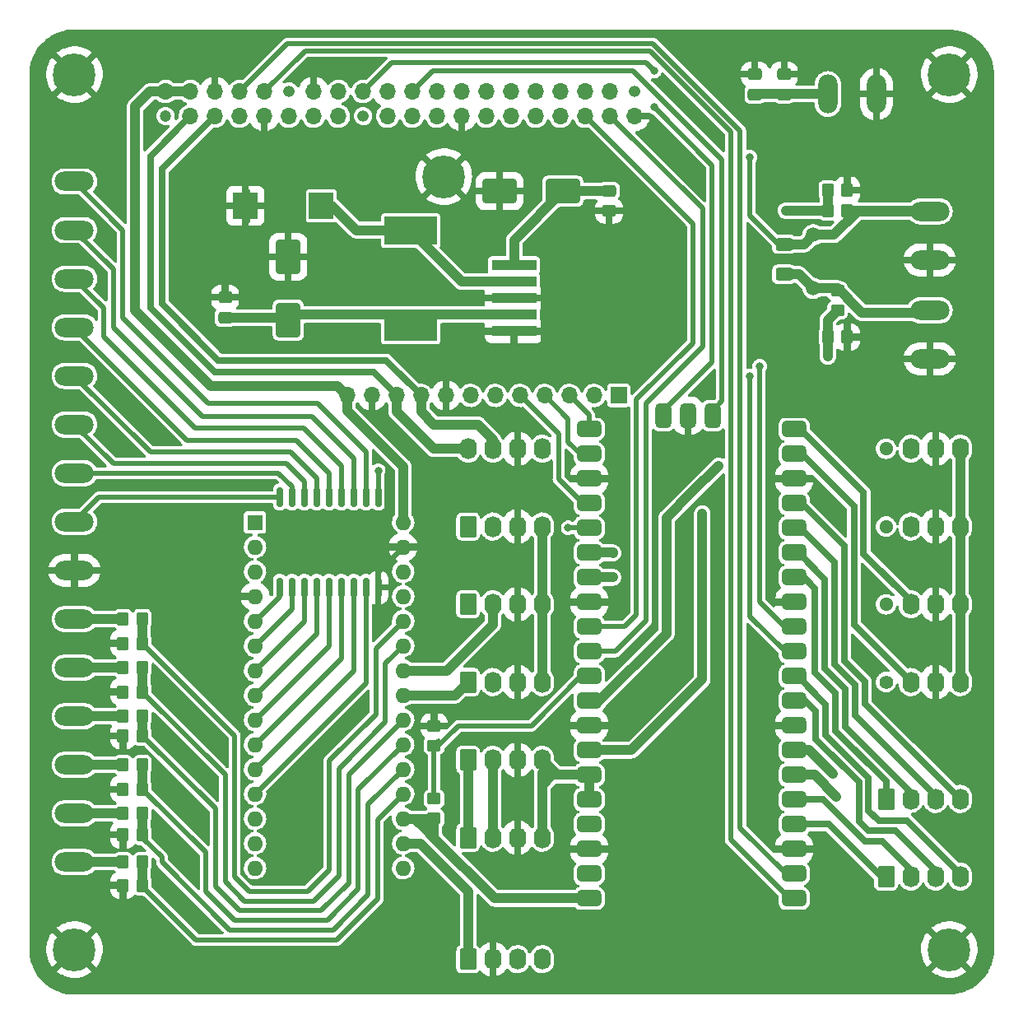
<source format=gbr>
%TF.GenerationSoftware,KiCad,Pcbnew,6.0.9*%
%TF.CreationDate,2022-12-14T15:45:25-03:00*%
%TF.ProjectId,trekking,7472656b-6b69-46e6-972e-6b696361645f,rev?*%
%TF.SameCoordinates,Original*%
%TF.FileFunction,Copper,L1,Top*%
%TF.FilePolarity,Positive*%
%FSLAX46Y46*%
G04 Gerber Fmt 4.6, Leading zero omitted, Abs format (unit mm)*
G04 Created by KiCad (PCBNEW 6.0.9) date 2022-12-14 15:45:25*
%MOMM*%
%LPD*%
G01*
G04 APERTURE LIST*
G04 Aperture macros list*
%AMRoundRect*
0 Rectangle with rounded corners*
0 $1 Rounding radius*
0 $2 $3 $4 $5 $6 $7 $8 $9 X,Y pos of 4 corners*
0 Add a 4 corners polygon primitive as box body*
4,1,4,$2,$3,$4,$5,$6,$7,$8,$9,$2,$3,0*
0 Add four circle primitives for the rounded corners*
1,1,$1+$1,$2,$3*
1,1,$1+$1,$4,$5*
1,1,$1+$1,$6,$7*
1,1,$1+$1,$8,$9*
0 Add four rect primitives between the rounded corners*
20,1,$1+$1,$2,$3,$4,$5,0*
20,1,$1+$1,$4,$5,$6,$7,0*
20,1,$1+$1,$6,$7,$8,$9,0*
20,1,$1+$1,$8,$9,$2,$3,0*%
%AMFreePoly0*
4,1,28,0.087733,0.694480,0.250858,0.653506,0.399499,0.574804,0.525078,0.462918,0.620343,0.324307,0.679794,0.166973,0.700000,0.000000,0.699846,-0.014660,0.676148,-0.181173,0.613415,-0.337228,0.515268,-0.473813,0.387374,-0.583045,0.237117,-0.658617,0.073170,-0.696165,-0.095001,-0.693523,-0.257687,-0.650844,-0.405497,-0.570589,-0.529897,-0.457394,-0.623705,-0.317793,-0.681505,-0.159846,
-0.699962,0.007330,-0.678008,0.174083,-0.616912,0.330786,-0.520201,0.468391,-0.393458,0.578956,-0.244000,0.656097,-0.080456,0.695361,0.087733,0.694480,0.087733,0.694480,$1*%
G04 Aperture macros list end*
%TA.AperFunction,SMDPad,CuDef*%
%ADD10RoundRect,0.412500X0.837500X0.412500X-0.837500X0.412500X-0.837500X-0.412500X0.837500X-0.412500X0*%
%TD*%
%TA.AperFunction,SMDPad,CuDef*%
%ADD11RoundRect,0.412500X-0.412500X0.837500X-0.412500X-0.837500X0.412500X-0.837500X0.412500X0.837500X0*%
%TD*%
%TA.AperFunction,ComponentPad*%
%ADD12O,2.000000X4.000000*%
%TD*%
%TA.AperFunction,ComponentPad*%
%ADD13O,4.000000X2.000000*%
%TD*%
%TA.AperFunction,SMDPad,CuDef*%
%ADD14RoundRect,0.250000X0.350000X0.450000X-0.350000X0.450000X-0.350000X-0.450000X0.350000X-0.450000X0*%
%TD*%
%TA.AperFunction,SMDPad,CuDef*%
%ADD15RoundRect,0.250000X0.450000X-0.350000X0.450000X0.350000X-0.450000X0.350000X-0.450000X-0.350000X0*%
%TD*%
%TA.AperFunction,SMDPad,CuDef*%
%ADD16RoundRect,0.250000X-0.475000X0.337500X-0.475000X-0.337500X0.475000X-0.337500X0.475000X0.337500X0*%
%TD*%
%TA.AperFunction,ComponentPad*%
%ADD17C,1.200000*%
%TD*%
%TA.AperFunction,ComponentPad*%
%ADD18O,1.700000X1.700000*%
%TD*%
%TA.AperFunction,ComponentPad*%
%ADD19O,1.200000X1.200000*%
%TD*%
%TA.AperFunction,ComponentPad*%
%ADD20FreePoly0,0.000000*%
%TD*%
%TA.AperFunction,ComponentPad*%
%ADD21O,1.740000X2.190000*%
%TD*%
%TA.AperFunction,ComponentPad*%
%ADD22C,1.500000*%
%TD*%
%TA.AperFunction,ComponentPad*%
%ADD23C,4.400000*%
%TD*%
%TA.AperFunction,SMDPad,CuDef*%
%ADD24RoundRect,0.250000X-0.350000X-0.450000X0.350000X-0.450000X0.350000X0.450000X-0.350000X0.450000X0*%
%TD*%
%TA.AperFunction,SMDPad,CuDef*%
%ADD25RoundRect,0.250000X0.475000X-0.337500X0.475000X0.337500X-0.475000X0.337500X-0.475000X-0.337500X0*%
%TD*%
%TA.AperFunction,SMDPad,CuDef*%
%ADD26RoundRect,0.250000X-0.450000X0.350000X-0.450000X-0.350000X0.450000X-0.350000X0.450000X0.350000X0*%
%TD*%
%TA.AperFunction,SMDPad,CuDef*%
%ADD27RoundRect,0.250000X0.625000X-0.400000X0.625000X0.400000X-0.625000X0.400000X-0.625000X-0.400000X0*%
%TD*%
%TA.AperFunction,ComponentPad*%
%ADD28RoundRect,0.250000X-0.620000X-0.845000X0.620000X-0.845000X0.620000X0.845000X-0.620000X0.845000X0*%
%TD*%
%TA.AperFunction,SMDPad,CuDef*%
%ADD29RoundRect,0.250000X1.000000X-1.500000X1.000000X1.500000X-1.000000X1.500000X-1.000000X-1.500000X0*%
%TD*%
%TA.AperFunction,ComponentPad*%
%ADD30R,2.000000X2.000000*%
%TD*%
%TA.AperFunction,SMDPad,CuDef*%
%ADD31R,2.500000X2.700000*%
%TD*%
%TA.AperFunction,ComponentPad*%
%ADD32C,1.400000*%
%TD*%
%TA.AperFunction,SMDPad,CuDef*%
%ADD33R,4.600000X1.100000*%
%TD*%
%TA.AperFunction,SMDPad,CuDef*%
%ADD34R,9.400000X10.800000*%
%TD*%
%TA.AperFunction,ComponentPad*%
%ADD35R,1.600000X1.600000*%
%TD*%
%TA.AperFunction,ComponentPad*%
%ADD36O,1.600000X1.600000*%
%TD*%
%TA.AperFunction,SMDPad,CuDef*%
%ADD37RoundRect,0.250000X1.500000X1.000000X-1.500000X1.000000X-1.500000X-1.000000X1.500000X-1.000000X0*%
%TD*%
%TA.AperFunction,ComponentPad*%
%ADD38R,1.700000X1.700000*%
%TD*%
%TA.AperFunction,SMDPad,CuDef*%
%ADD39R,5.400000X2.900000*%
%TD*%
%TA.AperFunction,SMDPad,CuDef*%
%ADD40RoundRect,0.150000X0.150000X-0.875000X0.150000X0.875000X-0.150000X0.875000X-0.150000X-0.875000X0*%
%TD*%
%TA.AperFunction,ViaPad*%
%ADD41C,0.800000*%
%TD*%
%TA.AperFunction,ViaPad*%
%ADD42C,1.000000*%
%TD*%
%TA.AperFunction,Conductor*%
%ADD43C,1.000000*%
%TD*%
%TA.AperFunction,Conductor*%
%ADD44C,0.700000*%
%TD*%
%TA.AperFunction,Conductor*%
%ADD45C,0.500000*%
%TD*%
G04 APERTURE END LIST*
D10*
%TO.P,U1,1,GP0_TX0*%
%TO.N,/TXD0*%
X119041000Y-144743500D03*
%TO.P,U1,2,GP1_RX0*%
%TO.N,/RXD0*%
X119041000Y-142203500D03*
%TO.P,U1,3,GND*%
%TO.N,Earth*%
X119041000Y-139663500D03*
%TO.P,U1,4,GP2*%
%TO.N,/P1A*%
X119041000Y-137123500D03*
%TO.P,U1,5,GP3*%
%TO.N,/P1B*%
X119041000Y-134583500D03*
%TO.P,U1,6,GP4_SDA0*%
%TO.N,/SDA0*%
X119041000Y-132043500D03*
%TO.P,U1,7,GP5_SCL0*%
%TO.N,/SCL0*%
X119041000Y-129503500D03*
%TO.P,U1,8,GND*%
%TO.N,Earth*%
X119041000Y-126963500D03*
%TO.P,U1,9,GP6*%
%TO.N,/P1C*%
X119041000Y-124423500D03*
%TO.P,U1,10,GP7*%
%TO.N,/P1D*%
X119041000Y-121883500D03*
%TO.P,U1,11,GP8_TX1*%
%TO.N,/TXD1*%
X119041000Y-119343500D03*
%TO.P,U1,12,GP9_RX1*%
%TO.N,/RXD1*%
X119041000Y-116803500D03*
%TO.P,U1,13,GND*%
%TO.N,Earth*%
X119041000Y-114263500D03*
%TO.P,U1,14,GP10*%
%TO.N,/P2A*%
X119041000Y-111723500D03*
%TO.P,U1,15,GP11*%
%TO.N,/P2B*%
X119041000Y-109183500D03*
%TO.P,U1,16,GP12*%
%TO.N,/P2C*%
X119041000Y-106643500D03*
%TO.P,U1,17,GP13*%
%TO.N,/P2D*%
X119041000Y-104103500D03*
%TO.P,U1,18,GND*%
%TO.N,Earth*%
X119041000Y-101563500D03*
%TO.P,U1,19,GP14*%
%TO.N,/P3B*%
X119041000Y-99023500D03*
%TO.P,U1,20,GP15*%
%TO.N,/P3A*%
X119041000Y-96483500D03*
%TO.P,U1,21,GP16*%
%TO.N,/SPI0_RX*%
X97959000Y-96483500D03*
%TO.P,U1,22,GP17*%
%TO.N,/SPI0_SC*%
X97959000Y-99023500D03*
%TO.P,U1,23,GND*%
%TO.N,Earth*%
X97959000Y-101563500D03*
%TO.P,U1,24,GP18*%
%TO.N,/SPI0_SCK*%
X97959000Y-104103500D03*
%TO.P,U1,25,GP19*%
%TO.N,/SPI0_TX*%
X97959000Y-106643500D03*
%TO.P,U1,26,GP20*%
%TO.N,/P3C*%
X97959000Y-109183500D03*
%TO.P,U1,27,GP21*%
%TO.N,/P3D*%
X97959000Y-111723500D03*
%TO.P,U1,28,GND*%
%TO.N,Earth*%
X97959000Y-114263500D03*
%TO.P,U1,29,GP22*%
%TO.N,/G22*%
X97959000Y-116803500D03*
%TO.P,U1,30,RUN*%
%TO.N,/RUN*%
X97959000Y-119343500D03*
%TO.P,U1,31,GP26*%
%TO.N,/ADC0*%
X97959000Y-121883500D03*
%TO.P,U1,32,GP27*%
%TO.N,/ADC1*%
X97959000Y-124423500D03*
%TO.P,U1,33,GND*%
%TO.N,Earth*%
X97959000Y-126963500D03*
%TO.P,U1,34,GP28*%
%TO.N,/ADC2*%
X97959000Y-129503500D03*
%TO.P,U1,35,ADC_VREF*%
%TO.N,+3V3*%
X97959000Y-132043500D03*
%TO.P,U1,36,3V3*%
X97959000Y-134583500D03*
%TO.P,U1,37,3V3_EN*%
%TO.N,unconnected-(U1-Pad37)*%
X97959000Y-137123500D03*
%TO.P,U1,38,GND*%
%TO.N,Earth*%
X97959000Y-139663500D03*
%TO.P,U1,39,VSYS*%
%TO.N,unconnected-(U1-Pad39)*%
X97959000Y-142203500D03*
%TO.P,U1,40,VBUS*%
%TO.N,+5V*%
X97959000Y-144743500D03*
D11*
%TO.P,U1,41,SWCLK*%
%TO.N,/SWCLK*%
X110659000Y-95086500D03*
%TO.P,U1,42,GND*%
%TO.N,Earth*%
X108119000Y-95086500D03*
%TO.P,U1,43,SWDIO*%
%TO.N,/SWDIO*%
X105579000Y-95086500D03*
%TD*%
D12*
%TO.P,J8,1,Pin_1*%
%TO.N,+5V*%
X122500000Y-62000000D03*
%TO.P,J8,2,Pin_2*%
%TO.N,Earth*%
X127500000Y-62000000D03*
%TD*%
D13*
%TO.P,J7,1,Pin_1*%
%TO.N,/VCC*%
X133000000Y-74058500D03*
%TO.P,J7,2,Pin_2*%
%TO.N,Earth*%
X133000000Y-79058500D03*
%TD*%
%TO.P,J6,1,Pin_1*%
%TO.N,/VIN*%
X133000000Y-84233500D03*
%TO.P,J6,2,Pin_2*%
%TO.N,Earth*%
X133000000Y-89233500D03*
%TD*%
D14*
%TO.P,R16,1*%
%TO.N,/A0*%
X52000000Y-143400000D03*
%TO.P,R16,2*%
%TO.N,Earth*%
X50000000Y-143400000D03*
%TD*%
D15*
%TO.P,R6,1*%
%TO.N,+5V*%
X82000000Y-136500000D03*
%TO.P,R6,2*%
%TO.N,/ADC0*%
X82000000Y-134500000D03*
%TD*%
D16*
%TO.P,C1,1*%
%TO.N,Net-(C1-Pad1)*%
X100000000Y-71962500D03*
%TO.P,C1,2*%
%TO.N,Earth*%
X100000000Y-74037500D03*
%TD*%
D17*
%TO.P,J1,1,Pin_1*%
%TO.N,unconnected-(J1-Pad1)*%
X54375000Y-64275000D03*
D18*
%TO.P,J1,2,Pin_2*%
%TO.N,+5V*%
X54375000Y-61735000D03*
%TO.P,J1,3,Pin_3*%
%TO.N,/SDA0*%
X56915000Y-64275000D03*
%TO.P,J1,4,Pin_4*%
%TO.N,+5V*%
X56915000Y-61735000D03*
%TO.P,J1,5,Pin_5*%
%TO.N,/SCL0*%
X59455000Y-64275000D03*
%TO.P,J1,6,Pin_6*%
%TO.N,Earth*%
X59455000Y-61735000D03*
%TO.P,J1,7,Pin_7*%
%TO.N,unconnected-(J1-Pad7)*%
X61995000Y-64275000D03*
%TO.P,J1,8,Pin_8*%
%TO.N,/RXD0*%
X61995000Y-61735000D03*
%TO.P,J1,9,Pin_9*%
%TO.N,Earth*%
X64535000Y-64275000D03*
%TO.P,J1,10,Pin_10*%
%TO.N,/TXD0*%
X64535000Y-61735000D03*
%TO.P,J1,11,Pin_11*%
%TO.N,unconnected-(J1-Pad11)*%
X67075000Y-64275000D03*
D19*
%TO.P,J1,12,Pin_12*%
%TO.N,unconnected-(J1-Pad12)*%
X67075000Y-61735000D03*
D18*
%TO.P,J1,13,Pin_13*%
%TO.N,unconnected-(J1-Pad13)*%
X69615000Y-64275000D03*
%TO.P,J1,14,Pin_14*%
%TO.N,Earth*%
X69615000Y-61735000D03*
%TO.P,J1,15,Pin_15*%
%TO.N,unconnected-(J1-Pad15)*%
X72155000Y-64275000D03*
%TO.P,J1,16,Pin_16*%
%TO.N,unconnected-(J1-Pad16)*%
X72155000Y-61735000D03*
D19*
%TO.P,J1,17,Pin_17*%
%TO.N,unconnected-(J1-Pad17)*%
X74695000Y-64275000D03*
D18*
%TO.P,J1,18,Pin_18*%
%TO.N,/SWDIO*%
X74695000Y-61735000D03*
%TO.P,J1,19,Pin_19*%
%TO.N,/MOSI*%
X77235000Y-64275000D03*
%TO.P,J1,20,Pin_20*%
%TO.N,Earth*%
X77235000Y-61735000D03*
%TO.P,J1,21,Pin_21*%
%TO.N,/MISO*%
X79775000Y-64275000D03*
%TO.P,J1,22,Pin_22*%
%TO.N,/SWCLK*%
X79775000Y-61735000D03*
%TO.P,J1,23,Pin_23*%
%TO.N,/SCK*%
X82315000Y-64275000D03*
%TO.P,J1,24,Pin_24*%
%TO.N,/SC*%
X82315000Y-61735000D03*
%TO.P,J1,25,Pin_25*%
%TO.N,Earth*%
X84855000Y-64275000D03*
%TO.P,J1,26,Pin_26*%
%TO.N,/RST_A*%
X84855000Y-61735000D03*
%TO.P,J1,27,Pin_27*%
%TO.N,unconnected-(J1-Pad27)*%
X87395000Y-64275000D03*
%TO.P,J1,28,Pin_28*%
%TO.N,unconnected-(J1-Pad28)*%
X87395000Y-61735000D03*
%TO.P,J1,29,Pin_29*%
%TO.N,unconnected-(J1-Pad29)*%
X89935000Y-64275000D03*
%TO.P,J1,30,Pin_30*%
%TO.N,Earth*%
X89935000Y-61735000D03*
%TO.P,J1,31,Pin_31*%
%TO.N,unconnected-(J1-Pad31)*%
X92475000Y-64275000D03*
%TO.P,J1,32,Pin_32*%
%TO.N,unconnected-(J1-Pad32)*%
X92475000Y-61735000D03*
%TO.P,J1,33,Pin_33*%
%TO.N,unconnected-(J1-Pad33)*%
X95015000Y-64275000D03*
%TO.P,J1,34,Pin_34*%
%TO.N,Earth*%
X95015000Y-61735000D03*
%TO.P,J1,35,Pin_35*%
%TO.N,/G22*%
X97555000Y-64275000D03*
%TO.P,J1,36,Pin_36*%
%TO.N,unconnected-(J1-Pad36)*%
X97555000Y-61735000D03*
%TO.P,J1,37,Pin_37*%
%TO.N,/RUN*%
X100095000Y-64275000D03*
%TO.P,J1,38,Pin_38*%
%TO.N,unconnected-(J1-Pad38)*%
X100095000Y-61735000D03*
%TO.P,J1,39,Pin_39*%
%TO.N,Earth*%
X102635000Y-64275000D03*
D19*
%TO.P,J1,40,Pin_40*%
%TO.N,unconnected-(J1-Pad40)*%
X102635000Y-61735000D03*
%TD*%
D20*
%TO.P,J5,1,Pin_1*%
%TO.N,unconnected-(J5-Pad1)*%
X128500000Y-106483500D03*
D21*
%TO.P,J5,2,Pin_2*%
%TO.N,/P3D*%
X131040000Y-106483500D03*
%TO.P,J5,3,Pin_3*%
%TO.N,Earth*%
X133580000Y-106483500D03*
%TO.P,J5,4,Pin_4*%
%TO.N,+3V3*%
X136120000Y-106483500D03*
%TD*%
D22*
%TO.P,VIN,1*%
%TO.N,/VIN*%
X121000000Y-82000000D03*
%TD*%
D23*
%TO.P,REF\u002A\u002A,1*%
%TO.N,Earth*%
X45000000Y-60000000D03*
%TD*%
D24*
%TO.P,R5,1*%
%TO.N,/ADC1*%
X122500000Y-71900000D03*
%TO.P,R5,2*%
%TO.N,Earth*%
X124500000Y-71900000D03*
%TD*%
D20*
%TO.P,J2,1,Pin_1*%
%TO.N,unconnected-(J2-Pad1)*%
X128500000Y-114483500D03*
D21*
%TO.P,J2,2,Pin_2*%
%TO.N,/P3A*%
X131040000Y-114483500D03*
%TO.P,J2,3,Pin_3*%
%TO.N,Earth*%
X133580000Y-114483500D03*
%TO.P,J2,4,Pin_4*%
%TO.N,+3V3*%
X136120000Y-114483500D03*
%TD*%
%TO.P,J17,1,Pin_1*%
%TO.N,/SDA0*%
X85500000Y-98483500D03*
%TO.P,J17,2,Pin_2*%
%TO.N,/SCL0*%
X88040000Y-98483500D03*
%TO.P,J17,3,Pin_3*%
%TO.N,Earth*%
X90580000Y-98483500D03*
%TO.P,J17,4,Pin_4*%
%TO.N,+3V3*%
X93120000Y-98483500D03*
%TD*%
D14*
%TO.P,R15,1*%
%TO.N,/A1*%
X52000000Y-138200000D03*
%TO.P,R15,2*%
%TO.N,Earth*%
X50000000Y-138200000D03*
%TD*%
D25*
%TO.P,C3,1*%
%TO.N,+5V*%
X115000000Y-62037500D03*
%TO.P,C3,2*%
%TO.N,Earth*%
X115000000Y-59962500D03*
%TD*%
D26*
%TO.P,R1,1*%
%TO.N,/VIN*%
X123500000Y-82250000D03*
%TO.P,R1,2*%
%TO.N,/ADC2*%
X123500000Y-84250000D03*
%TD*%
D27*
%TO.P,R3,1*%
%TO.N,/VIN*%
X118000000Y-80550000D03*
%TO.P,R3,2*%
%TO.N,/VCC*%
X118000000Y-77450000D03*
%TD*%
D28*
%TO.P,J10,1,Pin_1*%
%TO.N,/P2A*%
X128500000Y-134503500D03*
D21*
%TO.P,J10,2,Pin_2*%
%TO.N,/P2B*%
X131040000Y-134503500D03*
%TO.P,J10,3,Pin_3*%
%TO.N,/P2C*%
X133580000Y-134503500D03*
%TO.P,J10,4,Pin_4*%
%TO.N,/P2D*%
X136120000Y-134503500D03*
%TD*%
D28*
%TO.P,J23,1,Pin_1*%
%TO.N,+3V3*%
X85500000Y-151000000D03*
D21*
%TO.P,J23,2,Pin_2*%
%TO.N,Earth*%
X88040000Y-151000000D03*
%TO.P,J23,3,Pin_3*%
%TO.N,/ATX*%
X90580000Y-151000000D03*
%TO.P,J23,4,Pin_4*%
%TO.N,/ARX*%
X93120000Y-151000000D03*
%TD*%
D24*
%TO.P,R13,1*%
%TO.N,Net-(J22-Pad3)*%
X50000000Y-126000000D03*
%TO.P,R13,2*%
%TO.N,/A3*%
X52000000Y-126000000D03*
%TD*%
D13*
%TO.P,J22,1,Pin_1*%
%TO.N,Net-(J22-Pad1)*%
X45000000Y-116000000D03*
%TO.P,J22,2,Pin_2*%
%TO.N,Net-(J22-Pad2)*%
X45000000Y-121000000D03*
%TO.P,J22,3,Pin_3*%
%TO.N,Net-(J22-Pad3)*%
X45000000Y-126000000D03*
%TD*%
D28*
%TO.P,J15,1,Pin_1*%
%TO.N,/SDA0*%
X85500000Y-106483500D03*
D21*
%TO.P,J15,2,Pin_2*%
%TO.N,/SCL0*%
X88040000Y-106483500D03*
%TO.P,J15,3,Pin_3*%
%TO.N,Earth*%
X90580000Y-106483500D03*
%TO.P,J15,4,Pin_4*%
%TO.N,+3V3*%
X93120000Y-106483500D03*
%TD*%
D24*
%TO.P,R10,1*%
%TO.N,Net-(J21-Pad3)*%
X50000000Y-141000000D03*
%TO.P,R10,2*%
%TO.N,/A0*%
X52000000Y-141000000D03*
%TD*%
D29*
%TO.P,C5,1*%
%TO.N,Net-(C5-Pad1)*%
X67000000Y-85250000D03*
%TO.P,C5,2*%
%TO.N,Earth*%
X67000000Y-78750000D03*
%TD*%
D28*
%TO.P,J12,1,Pin_1*%
%TO.N,/SDA0*%
X85500000Y-138483500D03*
D21*
%TO.P,J12,2,Pin_2*%
%TO.N,/SCL0*%
X88040000Y-138483500D03*
%TO.P,J12,3,Pin_3*%
%TO.N,Earth*%
X90580000Y-138483500D03*
%TO.P,J12,4,Pin_4*%
%TO.N,+3V3*%
X93120000Y-138483500D03*
%TD*%
D14*
%TO.P,R17,1*%
%TO.N,/A7*%
X52000000Y-118500000D03*
%TO.P,R17,2*%
%TO.N,Earth*%
X50000000Y-118500000D03*
%TD*%
D30*
%TO.P,D1,1,K*%
%TO.N,Net-(D1-Pad1)*%
X70310000Y-73500000D03*
D31*
X70400000Y-73500000D03*
%TO.P,D1,2,A*%
%TO.N,Earth*%
X62600000Y-73500000D03*
D30*
X62690000Y-73500000D03*
%TD*%
D23*
%TO.P,,1*%
%TO.N,Earth*%
X83000000Y-70500000D03*
%TD*%
D32*
%TO.P,J3,1,Pin_1*%
%TO.N,unconnected-(J3-Pad1)*%
X128500000Y-122483500D03*
D21*
%TO.P,J3,2,Pin_2*%
%TO.N,/P3B*%
X131040000Y-122483500D03*
%TO.P,J3,3,Pin_3*%
%TO.N,Earth*%
X133580000Y-122483500D03*
%TO.P,J3,4,Pin_4*%
%TO.N,+3V3*%
X136120000Y-122483500D03*
%TD*%
D33*
%TO.P,U2,5,~{ON}/OFF*%
%TO.N,Earth*%
X90225000Y-86400000D03*
%TO.P,U2,4,FB*%
%TO.N,Net-(C5-Pad1)*%
X90225000Y-84700000D03*
%TO.P,U2,3,GND*%
%TO.N,Earth*%
X90225000Y-83000000D03*
D34*
X99375000Y-83000000D03*
D33*
%TO.P,U2,2,OUT*%
%TO.N,Net-(D1-Pad1)*%
X90225000Y-81300000D03*
%TO.P,U2,1,VIN*%
%TO.N,Net-(C1-Pad1)*%
X90225000Y-79600000D03*
%TD*%
D13*
%TO.P,J20,1,Pin_1*%
%TO.N,/O3*%
X45000000Y-101000000D03*
%TO.P,J20,2,Pin_2*%
%TO.N,/O2*%
X45000000Y-106000000D03*
%TO.P,J20,3,Pin_3*%
%TO.N,Earth*%
X45000000Y-111000000D03*
%TD*%
D22*
%TO.P,VCC,1*%
%TO.N,/VCC*%
X121000000Y-76500000D03*
%TD*%
D24*
%TO.P,R12,1*%
%TO.N,Net-(J22-Pad2)*%
X50000000Y-121000000D03*
%TO.P,R12,2*%
%TO.N,/A6*%
X52000000Y-121000000D03*
%TD*%
%TO.P,R2,1*%
%TO.N,/ADC2*%
X122500000Y-87000000D03*
%TO.P,R2,2*%
%TO.N,Earth*%
X124500000Y-87000000D03*
%TD*%
D23*
%TO.P,REF\u002A\u002A,1*%
%TO.N,Earth*%
X45000000Y-150000000D03*
%TD*%
%TO.P,REF\u002A\u002A,1*%
%TO.N,Earth*%
X135000000Y-150000000D03*
%TD*%
D35*
%TO.P,A1,1,TX*%
%TO.N,/ATX*%
X63580000Y-106060000D03*
D36*
%TO.P,A1,2,RX*%
%TO.N,/ARX*%
X63580000Y-108600000D03*
%TO.P,A1,3,~{RESET}*%
%TO.N,/RST_A*%
X63580000Y-111140000D03*
%TO.P,A1,4,GND*%
%TO.N,Earth*%
X63580000Y-113680000D03*
%TO.P,A1,5,D2~*%
%TO.N,/D2*%
X63580000Y-116220000D03*
%TO.P,A1,6,D3~*%
%TO.N,/D3*%
X63580000Y-118760000D03*
%TO.P,A1,7,D4~*%
%TO.N,/D4*%
X63580000Y-121300000D03*
%TO.P,A1,8,D5~*%
%TO.N,/D5*%
X63580000Y-123840000D03*
%TO.P,A1,9,D6~*%
%TO.N,/D6*%
X63580000Y-126380000D03*
%TO.P,A1,10,D7~*%
%TO.N,/D7*%
X63580000Y-128920000D03*
%TO.P,A1,11,D8~*%
%TO.N,/D8*%
X63580000Y-131460000D03*
%TO.P,A1,12,D9~*%
%TO.N,/D9*%
X63580000Y-134000000D03*
%TO.P,A1,13,D10~*%
%TO.N,/SC*%
X63580000Y-136540000D03*
%TO.P,A1,14,D11~/MOSI*%
%TO.N,/MOSI*%
X63580000Y-139080000D03*
%TO.P,A1,15,D12~/MISO*%
%TO.N,/MISO*%
X63580000Y-141620000D03*
%TO.P,A1,16,D13~/SCK*%
%TO.N,/SCK*%
X78820000Y-141620000D03*
%TO.P,A1,17,3V3*%
%TO.N,+3V3*%
X78820000Y-139080000D03*
%TO.P,A1,18,AREF*%
%TO.N,+5V*%
X78820000Y-136540000D03*
%TO.P,A1,19,A0*%
%TO.N,/A0*%
X78820000Y-134000000D03*
%TO.P,A1,20,A1*%
%TO.N,/A1*%
X78820000Y-131460000D03*
%TO.P,A1,21,A2*%
%TO.N,/A2*%
X78820000Y-128920000D03*
%TO.P,A1,22,A3*%
%TO.N,/A3*%
X78820000Y-126380000D03*
%TO.P,A1,23,A4/SDA*%
%TO.N,/SDA0*%
X78820000Y-123840000D03*
%TO.P,A1,24,A5/SCL*%
%TO.N,/SCL0*%
X78820000Y-121300000D03*
%TO.P,A1,25,A6*%
%TO.N,/A6*%
X78820000Y-118760000D03*
%TO.P,A1,26,A7*%
%TO.N,/A7*%
X78820000Y-116220000D03*
%TO.P,A1,27,+5V*%
%TO.N,+5V*%
X78820000Y-113680000D03*
%TO.P,A1,28,~{RESET}*%
%TO.N,unconnected-(A1-Pad28)*%
X78820000Y-111140000D03*
%TO.P,A1,29,GND*%
%TO.N,Earth*%
X78820000Y-108600000D03*
%TO.P,A1,30,VIN*%
%TO.N,+5V*%
X78820000Y-106060000D03*
%TD*%
D28*
%TO.P,J16,1,Pin_1*%
%TO.N,/SDA0*%
X85500000Y-122483500D03*
D21*
%TO.P,J16,2,Pin_2*%
%TO.N,/SCL0*%
X88040000Y-122483500D03*
%TO.P,J16,3,Pin_3*%
%TO.N,Earth*%
X90580000Y-122483500D03*
%TO.P,J16,4,Pin_4*%
%TO.N,+3V3*%
X93120000Y-122483500D03*
%TD*%
D37*
%TO.P,C4,1*%
%TO.N,Net-(C1-Pad1)*%
X95250000Y-72000000D03*
%TO.P,C4,2*%
%TO.N,Earth*%
X88750000Y-72000000D03*
%TD*%
D38*
%TO.P,J18,1,Pin_1*%
%TO.N,/TXD1*%
X101000000Y-93000000D03*
D18*
%TO.P,J18,2,Pin_2*%
%TO.N,/RXD1*%
X98460000Y-93000000D03*
%TO.P,J18,3,Pin_3*%
%TO.N,/SPI0_RX*%
X95920000Y-93000000D03*
%TO.P,J18,4,Pin_4*%
%TO.N,/SPI0_SC*%
X93380000Y-93000000D03*
%TO.P,J18,5,Pin_5*%
%TO.N,/SPI0_SCK*%
X90840000Y-93000000D03*
%TO.P,J18,6,Pin_6*%
%TO.N,/SPI0_TX*%
X88300000Y-93000000D03*
%TO.P,J18,7,Pin_7*%
%TO.N,+3V3*%
X85760000Y-93000000D03*
%TO.P,J18,8,Pin_8*%
%TO.N,Earth*%
X83220000Y-93000000D03*
%TO.P,J18,9,Pin_9*%
%TO.N,/SCL0*%
X80680000Y-93000000D03*
%TO.P,J18,10,Pin_10*%
%TO.N,/SDA0*%
X78140000Y-93000000D03*
%TO.P,J18,11,Pin_11*%
%TO.N,Earth*%
X75600000Y-93000000D03*
%TO.P,J18,12,Pin_12*%
%TO.N,+5V*%
X73060000Y-93000000D03*
%TD*%
D25*
%TO.P,C2,1*%
%TO.N,+5V*%
X118000000Y-62037500D03*
%TO.P,C2,2*%
%TO.N,Earth*%
X118000000Y-59962500D03*
%TD*%
D20*
%TO.P,J4,1,Pin_1*%
%TO.N,unconnected-(J4-Pad1)*%
X128500000Y-98483500D03*
D21*
%TO.P,J4,2,Pin_2*%
%TO.N,/P3C*%
X131040000Y-98483500D03*
%TO.P,J4,3,Pin_3*%
%TO.N,Earth*%
X133580000Y-98483500D03*
%TO.P,J4,4,Pin_4*%
%TO.N,+3V3*%
X136120000Y-98483500D03*
%TD*%
D28*
%TO.P,J13,1,Pin_1*%
%TO.N,/SDA0*%
X85500000Y-114483500D03*
D21*
%TO.P,J13,2,Pin_2*%
%TO.N,/SCL0*%
X88040000Y-114483500D03*
%TO.P,J13,3,Pin_3*%
%TO.N,Earth*%
X90580000Y-114483500D03*
%TO.P,J13,4,Pin_4*%
%TO.N,+3V3*%
X93120000Y-114483500D03*
%TD*%
D39*
%TO.P,L1,1,1*%
%TO.N,Net-(D1-Pad1)*%
X79600000Y-76050000D03*
%TO.P,L1,2,2*%
%TO.N,Net-(C5-Pad1)*%
X79600000Y-85950000D03*
%TD*%
D25*
%TO.P,C6,1*%
%TO.N,Net-(C5-Pad1)*%
X60500000Y-85000000D03*
%TO.P,C6,2*%
%TO.N,Earth*%
X60500000Y-82925000D03*
%TD*%
D14*
%TO.P,R14,1*%
%TO.N,/A2*%
X52000000Y-133500000D03*
%TO.P,R14,2*%
%TO.N,Earth*%
X50000000Y-133500000D03*
%TD*%
D23*
%TO.P,REF\u002A\u002A,1*%
%TO.N,Earth*%
X135000000Y-60000000D03*
%TD*%
D24*
%TO.P,R11,1*%
%TO.N,Net-(J22-Pad1)*%
X50000000Y-116000000D03*
%TO.P,R11,2*%
%TO.N,/A7*%
X52000000Y-116000000D03*
%TD*%
D28*
%TO.P,J9,1,Pin_1*%
%TO.N,/P1A*%
X128500000Y-142483500D03*
D21*
%TO.P,J9,2,Pin_2*%
%TO.N,/P1B*%
X131040000Y-142483500D03*
%TO.P,J9,3,Pin_3*%
%TO.N,/P1C*%
X133580000Y-142483500D03*
%TO.P,J9,4,Pin_4*%
%TO.N,/P1D*%
X136120000Y-142483500D03*
%TD*%
D13*
%TO.P,J19,1,Pin_1*%
%TO.N,/O6*%
X45000000Y-86000000D03*
%TO.P,J19,2,Pin_2*%
%TO.N,/O5*%
X45000000Y-91000000D03*
%TO.P,J19,3,Pin_3*%
%TO.N,/O4*%
X45000000Y-96000000D03*
%TD*%
D24*
%TO.P,R9,1*%
%TO.N,Net-(J21-Pad2)*%
X50000000Y-136000000D03*
%TO.P,R9,2*%
%TO.N,/A1*%
X52000000Y-136000000D03*
%TD*%
D13*
%TO.P,J11,1,Pin_1*%
%TO.N,/O9*%
X45000000Y-71000000D03*
%TO.P,J11,2,Pin_2*%
%TO.N,/O8*%
X45000000Y-76000000D03*
%TO.P,J11,3,Pin_3*%
%TO.N,/O7*%
X45000000Y-81000000D03*
%TD*%
D14*
%TO.P,R19,1*%
%TO.N,/A3*%
X52000000Y-128000000D03*
%TO.P,R19,2*%
%TO.N,Earth*%
X50000000Y-128000000D03*
%TD*%
D13*
%TO.P,J21,1,Pin_1*%
%TO.N,Net-(J21-Pad1)*%
X45000000Y-131000000D03*
%TO.P,J21,2,Pin_2*%
%TO.N,Net-(J21-Pad2)*%
X45000000Y-136000000D03*
%TO.P,J21,3,Pin_3*%
%TO.N,Net-(J21-Pad3)*%
X45000000Y-141000000D03*
%TD*%
D14*
%TO.P,R4,1*%
%TO.N,/VCC*%
X124500000Y-74000000D03*
%TO.P,R4,2*%
%TO.N,/ADC1*%
X122500000Y-74000000D03*
%TD*%
D40*
%TO.P,U3,1,I1*%
%TO.N,/D2*%
X66110000Y-112760000D03*
%TO.P,U3,2,I2*%
%TO.N,/D3*%
X67380000Y-112760000D03*
%TO.P,U3,3,I3*%
%TO.N,/D4*%
X68650000Y-112760000D03*
%TO.P,U3,4,I4*%
%TO.N,/D5*%
X69920000Y-112760000D03*
%TO.P,U3,5,I5*%
%TO.N,/D6*%
X71190000Y-112760000D03*
%TO.P,U3,6,I6*%
%TO.N,/D7*%
X72460000Y-112760000D03*
%TO.P,U3,7,I7*%
%TO.N,/D8*%
X73730000Y-112760000D03*
%TO.P,U3,8,I8*%
%TO.N,/D9*%
X75000000Y-112760000D03*
%TO.P,U3,9,GND*%
%TO.N,Earth*%
X76270000Y-112760000D03*
%TO.P,U3,10,COM*%
%TO.N,/VCC*%
X76270000Y-103460000D03*
%TO.P,U3,11,O8*%
%TO.N,/O9*%
X75000000Y-103460000D03*
%TO.P,U3,12,O7*%
%TO.N,/O8*%
X73730000Y-103460000D03*
%TO.P,U3,13,O6*%
%TO.N,/O7*%
X72460000Y-103460000D03*
%TO.P,U3,14,O5*%
%TO.N,/O6*%
X71190000Y-103460000D03*
%TO.P,U3,15,O4*%
%TO.N,/O5*%
X69920000Y-103460000D03*
%TO.P,U3,16,O3*%
%TO.N,/O4*%
X68650000Y-103460000D03*
%TO.P,U3,17,O2*%
%TO.N,/O3*%
X67380000Y-103460000D03*
%TO.P,U3,18,O1*%
%TO.N,/O2*%
X66110000Y-103460000D03*
%TD*%
D24*
%TO.P,R8,1*%
%TO.N,Net-(J21-Pad1)*%
X50000000Y-131000000D03*
%TO.P,R8,2*%
%TO.N,/A2*%
X52000000Y-131000000D03*
%TD*%
D14*
%TO.P,R18,1*%
%TO.N,/A6*%
X52000000Y-123500000D03*
%TO.P,R18,2*%
%TO.N,Earth*%
X50000000Y-123500000D03*
%TD*%
D28*
%TO.P,J14,1,Pin_1*%
%TO.N,/SDA0*%
X85500000Y-130483500D03*
D21*
%TO.P,J14,2,Pin_2*%
%TO.N,/SCL0*%
X88040000Y-130483500D03*
%TO.P,J14,3,Pin_3*%
%TO.N,Earth*%
X90580000Y-130483500D03*
%TO.P,J14,4,Pin_4*%
%TO.N,+3V3*%
X93120000Y-130483500D03*
%TD*%
D15*
%TO.P,R7,1*%
%TO.N,/ADC0*%
X82000000Y-129000000D03*
%TO.P,R7,2*%
%TO.N,Earth*%
X82000000Y-127000000D03*
%TD*%
D41*
%TO.N,Earth*%
X87000000Y-77800000D03*
X76200000Y-79400000D03*
X81800000Y-83000000D03*
X111200000Y-114600000D03*
X111250000Y-106750000D03*
%TO.N,/ADC1*%
X111250000Y-100250000D03*
%TO.N,/ADC2*%
X109600000Y-105150000D03*
%TO.N,/VCC*%
X114500000Y-68500000D03*
X76250000Y-100750000D03*
%TO.N,Net-(C5-Pad1)*%
X86700000Y-84700000D03*
%TO.N,Earth*%
X107600000Y-119400000D03*
X45000000Y-88400000D03*
X82000000Y-110200000D03*
X78800000Y-144200000D03*
X45000000Y-73500000D03*
X60500000Y-70500000D03*
X57600000Y-118400000D03*
X124500000Y-93000000D03*
X68600000Y-140600000D03*
X45000000Y-93600000D03*
X54600000Y-106600000D03*
X121000000Y-79200000D03*
X59600000Y-116200000D03*
X89500000Y-89000000D03*
X94500000Y-89250000D03*
X67000000Y-88000000D03*
X107800000Y-114600000D03*
X94500000Y-66500000D03*
X50800000Y-108800000D03*
X56000000Y-152000000D03*
X45000000Y-78600000D03*
X100600000Y-99400000D03*
X68000000Y-70500000D03*
X65500000Y-70500000D03*
X50600000Y-113400000D03*
X134700000Y-66500000D03*
X84500000Y-89000000D03*
X62000000Y-88000000D03*
X105500000Y-88500000D03*
X107000000Y-78500000D03*
X67000000Y-82000000D03*
X115600000Y-119800000D03*
X58000000Y-84000000D03*
X92000000Y-72500000D03*
X82000000Y-102400000D03*
X104400000Y-123000000D03*
X79000000Y-89000000D03*
X116500000Y-66500000D03*
X107800000Y-106000000D03*
X124400000Y-97800000D03*
X58000000Y-81000000D03*
X60000000Y-123800000D03*
X98000000Y-76000000D03*
X115500000Y-79000000D03*
X107800000Y-101400000D03*
X82000000Y-144200000D03*
X120200000Y-91600000D03*
X59600000Y-120200000D03*
X58000000Y-78000000D03*
X69500000Y-88000000D03*
X100200000Y-114200000D03*
X75500000Y-70500000D03*
X58000000Y-75500000D03*
X122800000Y-142400000D03*
X111000000Y-66500000D03*
X87000000Y-89000000D03*
X100400000Y-106600000D03*
X73000000Y-70500000D03*
X45000000Y-103800000D03*
X57600000Y-131200000D03*
X109600000Y-128400000D03*
X105500000Y-66500000D03*
X45000000Y-128400000D03*
X113000000Y-143000000D03*
X107000000Y-76000000D03*
X57400000Y-114200000D03*
X45000000Y-98600000D03*
X53500000Y-97000000D03*
X101200000Y-152000000D03*
X59500000Y-87000000D03*
X45000000Y-113400000D03*
X45000000Y-123400000D03*
X87000000Y-66500000D03*
X109400000Y-93000000D03*
X106000000Y-61000000D03*
X58000000Y-70500000D03*
X73000000Y-108000000D03*
X56000000Y-146000000D03*
X49000000Y-97500000D03*
X101800000Y-137400000D03*
X105000000Y-74000000D03*
X78800000Y-152000000D03*
X52800000Y-65800000D03*
X57600000Y-126600000D03*
X45000000Y-108800000D03*
X63000000Y-70500000D03*
X110400000Y-152000000D03*
X48500000Y-92000000D03*
X78000000Y-70500000D03*
X70500000Y-70500000D03*
X92000000Y-66500000D03*
X45000000Y-138600000D03*
X45000000Y-133600000D03*
X107000000Y-84000000D03*
X106200000Y-133200000D03*
X116800000Y-113600000D03*
X115600000Y-124400000D03*
X95600000Y-114200000D03*
X107000000Y-81000000D03*
X107000000Y-86500000D03*
X119200000Y-152000000D03*
X57600000Y-136000000D03*
X57000000Y-140200000D03*
X68600000Y-152000000D03*
X122750000Y-104750000D03*
X45000000Y-83400000D03*
X64500000Y-88000000D03*
X109900000Y-59200000D03*
X91500000Y-141500000D03*
X60000000Y-112200000D03*
X89500000Y-66500000D03*
X115600000Y-128600000D03*
X134400000Y-128600000D03*
X82000000Y-118600000D03*
X57600000Y-121600000D03*
X92000000Y-89000000D03*
X45000000Y-118400000D03*
X116500000Y-74000000D03*
X116800000Y-104600000D03*
X58000000Y-73000000D03*
X101200000Y-126000000D03*
D42*
X95500000Y-127000000D03*
D41*
X82000000Y-89000000D03*
X115500000Y-85500000D03*
%TO.N,/SDA0*%
X123400000Y-134300000D03*
%TO.N,/SCL0*%
X123000000Y-131900000D03*
%TO.N,/SWDIO*%
X104625000Y-59650000D03*
X104625000Y-63350000D03*
D42*
%TO.N,/P3D*%
X100400000Y-111700000D03*
%TO.N,/P3C*%
X100400000Y-109200000D03*
D41*
%TO.N,/SPI0_TX*%
X95800000Y-106600000D03*
%TO.N,/TXD1*%
X114500000Y-91000000D03*
%TO.N,/RXD1*%
X115500000Y-90000000D03*
%TO.N,/ADC1*%
X118200000Y-74000000D03*
D42*
%TO.N,/ADC2*%
X122500000Y-89000000D03*
D41*
%TO.N,Net-(C1-Pad1)*%
X98000000Y-72000000D03*
%TD*%
D43*
%TO.N,/ADC2*%
X109600000Y-122200000D02*
X109600000Y-105150000D01*
%TO.N,/ADC1*%
X108500000Y-103000000D02*
X111250000Y-100250000D01*
X105900000Y-107400000D02*
X105900000Y-117500000D01*
X105900000Y-107400000D02*
X105900000Y-105600000D01*
X105900000Y-105600000D02*
X108500000Y-103000000D01*
D44*
%TO.N,/P1D*%
X126700000Y-132300000D02*
X122300000Y-127900000D01*
D43*
%TO.N,/SCL0*%
X120603500Y-129503500D02*
X119041000Y-129503500D01*
%TO.N,+5V*%
X122500000Y-62000000D02*
X115037500Y-62000000D01*
X115037500Y-62000000D02*
X115000000Y-62037500D01*
D45*
%TO.N,/VCC*%
X114500000Y-74500000D02*
X117450000Y-77450000D01*
X114500000Y-68500000D02*
X114500000Y-74500000D01*
X117450000Y-77450000D02*
X118000000Y-77450000D01*
X76270000Y-100770000D02*
X76250000Y-100750000D01*
X76270000Y-103460000D02*
X76270000Y-100770000D01*
D43*
%TO.N,Net-(C5-Pad1)*%
X85100000Y-84700000D02*
X86700000Y-84700000D01*
X90225000Y-84700000D02*
X86700000Y-84700000D01*
D45*
%TO.N,Earth*%
X76270000Y-112760000D02*
X76270000Y-111150000D01*
X76270000Y-111150000D02*
X78820000Y-108600000D01*
D43*
%TO.N,+5V*%
X56915000Y-61735000D02*
X54375000Y-61735000D01*
X73060000Y-93000000D02*
X73060000Y-94560000D01*
X51250000Y-84250000D02*
X51250000Y-63250000D01*
%TO.N,Net-(C5-Pad1)*%
X90225000Y-84700000D02*
X77200000Y-84700000D01*
X79600000Y-85950000D02*
X78450000Y-85950000D01*
%TO.N,+5V*%
X52765000Y-61735000D02*
X54375000Y-61735000D01*
X88243500Y-144743500D02*
X97959000Y-144743500D01*
X78820000Y-136540000D02*
X80040000Y-136540000D01*
X73060000Y-94560000D02*
X78820000Y-100320000D01*
%TO.N,Net-(C5-Pad1)*%
X78450000Y-85950000D02*
X77200000Y-84700000D01*
X77200000Y-84700000D02*
X73100000Y-84700000D01*
X73100000Y-84700000D02*
X67550000Y-84700000D01*
%TO.N,+5V*%
X81960000Y-136540000D02*
X82000000Y-136500000D01*
%TO.N,Net-(C5-Pad1)*%
X67550000Y-84700000D02*
X67000000Y-85250000D01*
%TO.N,+5V*%
X78820000Y-136540000D02*
X81960000Y-136540000D01*
X80040000Y-136540000D02*
X81000000Y-137500000D01*
%TO.N,Net-(C5-Pad1)*%
X60500000Y-85000000D02*
X66750000Y-85000000D01*
%TO.N,+5V*%
X82000000Y-138500000D02*
X88243500Y-144743500D01*
%TO.N,Net-(C5-Pad1)*%
X79600000Y-85950000D02*
X80850000Y-84700000D01*
%TO.N,+5V*%
X51250000Y-63250000D02*
X52765000Y-61735000D01*
X82000000Y-136500000D02*
X82000000Y-138500000D01*
X78820000Y-100320000D02*
X78820000Y-106060000D01*
X82000000Y-136500000D02*
X81000000Y-137500000D01*
X59000000Y-92000000D02*
X51250000Y-84250000D01*
%TO.N,Net-(C5-Pad1)*%
X66750000Y-85000000D02*
X67000000Y-85250000D01*
%TO.N,+5V*%
X73060000Y-93000000D02*
X72060000Y-92000000D01*
%TO.N,Net-(C5-Pad1)*%
X80850000Y-84700000D02*
X85100000Y-84700000D01*
%TO.N,+5V*%
X72060000Y-92000000D02*
X59000000Y-92000000D01*
X81000000Y-137500000D02*
X82000000Y-138500000D01*
%TO.N,/SDA0*%
X85500000Y-138483500D02*
X85500000Y-130483500D01*
X78820000Y-123840000D02*
X84143500Y-123840000D01*
D44*
X52800000Y-68390000D02*
X52800000Y-84000000D01*
X75740000Y-90600000D02*
X78140000Y-93000000D01*
D43*
X119041000Y-132043500D02*
X121143500Y-132043500D01*
D44*
X52800000Y-84000000D02*
X59400000Y-90600000D01*
X56915000Y-64275000D02*
X52800000Y-68390000D01*
D43*
X118981000Y-131983500D02*
X119041000Y-132043500D01*
X84143500Y-123840000D02*
X85500000Y-122483500D01*
X81983500Y-98483500D02*
X78140000Y-94640000D01*
X121143500Y-132043500D02*
X123400000Y-134300000D01*
D44*
X59400000Y-90600000D02*
X75740000Y-90600000D01*
D43*
X85500000Y-98483500D02*
X81983500Y-98483500D01*
X78140000Y-94640000D02*
X78140000Y-93000000D01*
D44*
%TO.N,/SCL0*%
X77080000Y-89400000D02*
X80680000Y-93000000D01*
D43*
X88040000Y-97540000D02*
X86500000Y-96000000D01*
X78820000Y-121300000D02*
X83318500Y-121300000D01*
X83318500Y-121300000D02*
X88040000Y-116578500D01*
X88040000Y-138483500D02*
X88040000Y-130483500D01*
X88040000Y-116578500D02*
X88040000Y-114483500D01*
X88040000Y-98483500D02*
X88040000Y-97540000D01*
D44*
X54000000Y-69730000D02*
X54000000Y-83600000D01*
D43*
X80680000Y-94680000D02*
X80680000Y-93000000D01*
X82000000Y-96000000D02*
X80680000Y-94680000D01*
X120603500Y-129503500D02*
X123000000Y-131900000D01*
D44*
X59455000Y-64275000D02*
X54000000Y-69730000D01*
D43*
X86500000Y-96000000D02*
X82000000Y-96000000D01*
D44*
X59800000Y-89400000D02*
X77080000Y-89400000D01*
X54000000Y-83600000D02*
X59800000Y-89400000D01*
D45*
%TO.N,/RXD0*%
X118203500Y-142203500D02*
X113500000Y-137500000D01*
X113500000Y-65775000D02*
X104525000Y-56800000D01*
X119041000Y-142203500D02*
X118203500Y-142203500D01*
X66930000Y-56800000D02*
X61995000Y-61735000D01*
X113500000Y-137500000D02*
X113500000Y-65775000D01*
X104525000Y-56800000D02*
X66930000Y-56800000D01*
%TO.N,/TXD0*%
X118543500Y-144743500D02*
X112500000Y-138700000D01*
X112500000Y-138700000D02*
X112500000Y-65850000D01*
X112500000Y-65850000D02*
X104200000Y-57550000D01*
X68720000Y-57550000D02*
X64535000Y-61735000D01*
X119041000Y-144743500D02*
X118543500Y-144743500D01*
X104200000Y-57550000D02*
X68720000Y-57550000D01*
%TO.N,/SWDIO*%
X105579000Y-94621000D02*
X110600000Y-89600000D01*
X102375000Y-58800000D02*
X103775000Y-58800000D01*
X102375000Y-58800000D02*
X103650000Y-58800000D01*
X110600000Y-89600000D02*
X110600000Y-69325000D01*
X77630000Y-58800000D02*
X102375000Y-58800000D01*
X110600000Y-69325000D02*
X104625000Y-63350000D01*
X105579000Y-95086500D02*
X105579000Y-94621000D01*
X103775000Y-58800000D02*
X104625000Y-59650000D01*
X74695000Y-61735000D02*
X77630000Y-58800000D01*
%TO.N,/SWCLK*%
X110659000Y-94541000D02*
X111600000Y-93600000D01*
X110659000Y-95086500D02*
X110659000Y-94541000D01*
X81910000Y-59600000D02*
X79775000Y-61735000D01*
X111600000Y-68750000D02*
X102450000Y-59600000D01*
X102450000Y-59600000D02*
X81910000Y-59600000D01*
X111600000Y-93600000D02*
X111600000Y-68750000D01*
%TO.N,/G22*%
X108600000Y-75320000D02*
X97555000Y-64275000D01*
X108600000Y-87600000D02*
X108600000Y-75320000D01*
X97959000Y-116803500D02*
X101596500Y-116803500D01*
X102800000Y-93400000D02*
X108600000Y-87600000D01*
X101596500Y-116803500D02*
X102800000Y-115600000D01*
X102800000Y-115600000D02*
X102800000Y-93400000D01*
%TO.N,/RUN*%
X103800000Y-116200000D02*
X100656500Y-119343500D01*
X109610000Y-87990000D02*
X103800000Y-93800000D01*
X97959000Y-119343500D02*
X97343500Y-119343500D01*
X103800000Y-93800000D02*
X103800000Y-116200000D01*
X100095000Y-64275000D02*
X109610000Y-73790000D01*
X100656500Y-119343500D02*
X97959000Y-119343500D01*
X109610000Y-73790000D02*
X109610000Y-87990000D01*
D43*
%TO.N,Net-(D1-Pad1)*%
X71500000Y-73500000D02*
X74000000Y-76000000D01*
X74000000Y-76000000D02*
X79550000Y-76000000D01*
X90225000Y-81300000D02*
X84850000Y-81300000D01*
X84850000Y-81300000D02*
X79600000Y-76050000D01*
X79550000Y-76000000D02*
X79600000Y-76050000D01*
D44*
%TO.N,/P1A*%
X127983500Y-142483500D02*
X128500000Y-142483500D01*
X122623500Y-137123500D02*
X127983500Y-142483500D01*
X119041000Y-137123500D02*
X122623500Y-137123500D01*
%TO.N,/P1B*%
X128100000Y-138900000D02*
X126300000Y-138900000D01*
X126300000Y-138900000D02*
X121983500Y-134583500D01*
X121983500Y-134583500D02*
X119041000Y-134583500D01*
X131040000Y-141840000D02*
X128100000Y-138900000D01*
X119041000Y-134583500D02*
X119583500Y-134583500D01*
X131040000Y-142483500D02*
X131040000Y-141840000D01*
X131040000Y-142483500D02*
X131040000Y-141790000D01*
%TO.N,/P1C*%
X120250000Y-124500000D02*
X121250000Y-125500000D01*
X126700000Y-137800000D02*
X129500000Y-137800000D01*
X129500000Y-137800000D02*
X133580000Y-141880000D01*
X121250000Y-125500000D02*
X121250000Y-128350000D01*
X125700000Y-136800000D02*
X126700000Y-137800000D01*
X121250000Y-128350000D02*
X125700000Y-132800000D01*
X133580000Y-141880000D02*
X133580000Y-142483500D01*
X125700000Y-132800000D02*
X125700000Y-136800000D01*
%TO.N,/P1D*%
X126700000Y-135700000D02*
X126700000Y-132300000D01*
X122300000Y-127900000D02*
X122300000Y-124800000D01*
X130650000Y-136750000D02*
X127750000Y-136750000D01*
X119383500Y-121883500D02*
X119041000Y-121883500D01*
X136120000Y-142220000D02*
X130650000Y-136750000D01*
X127750000Y-136750000D02*
X126700000Y-135700000D01*
X122300000Y-124800000D02*
X119383500Y-121883500D01*
X136120000Y-142483500D02*
X136120000Y-142220000D01*
X119883500Y-121883500D02*
X119041000Y-121883500D01*
%TO.N,/P2A*%
X128500000Y-134503500D02*
X128500000Y-132700000D01*
X121200000Y-121500000D02*
X123300000Y-123600000D01*
X123300000Y-123600000D02*
X123300000Y-127500000D01*
X120023500Y-111723500D02*
X121200000Y-112900000D01*
X119041000Y-111723500D02*
X120023500Y-111723500D01*
X121200000Y-112900000D02*
X121200000Y-121500000D01*
X128500000Y-132700000D02*
X123300000Y-127500000D01*
%TO.N,/P2B*%
X124300000Y-127100000D02*
X124300000Y-123200000D01*
X131040000Y-134503500D02*
X131040000Y-133840000D01*
X122200000Y-121100000D02*
X122200000Y-111900000D01*
X122200000Y-111900000D02*
X119483500Y-109183500D01*
X124300000Y-123200000D02*
X122200000Y-121100000D01*
X131040000Y-133840000D02*
X124300000Y-127100000D01*
X119483500Y-109183500D02*
X119041000Y-109183500D01*
%TO.N,/P2C*%
X133580000Y-134180000D02*
X125300000Y-125900000D01*
X125300000Y-122800000D02*
X123200000Y-120700000D01*
X123200000Y-120700000D02*
X123200000Y-110200000D01*
X125300000Y-125900000D02*
X125300000Y-125100000D01*
X119643500Y-106643500D02*
X119041000Y-106643500D01*
X123200000Y-110200000D02*
X119643500Y-106643500D01*
X125300000Y-125100000D02*
X125300000Y-122800000D01*
X133580000Y-134503500D02*
X133580000Y-134180000D01*
%TO.N,/P2D*%
X119803500Y-104103500D02*
X124200000Y-108500000D01*
X136120000Y-134503500D02*
X126300000Y-124683500D01*
X124200000Y-108500000D02*
X124200000Y-120300000D01*
X119041000Y-104103500D02*
X119803500Y-104103500D01*
X126300000Y-124683500D02*
X126300000Y-122400000D01*
X124200000Y-120300000D02*
X126300000Y-122400000D01*
D43*
%TO.N,/P3D*%
X97959000Y-111723500D02*
X100376500Y-111723500D01*
X100376500Y-111723500D02*
X100400000Y-111700000D01*
%TO.N,/P3C*%
X97959000Y-109183500D02*
X100383500Y-109183500D01*
X100383500Y-109183500D02*
X100400000Y-109200000D01*
D44*
%TO.N,/P3B*%
X119823500Y-99023500D02*
X125200000Y-104400000D01*
X125200000Y-116587129D02*
X131040000Y-122427129D01*
X119041000Y-99023500D02*
X119823500Y-99023500D01*
X125200000Y-104400000D02*
X125200000Y-116587129D01*
X131040000Y-122427129D02*
X131040000Y-122483500D01*
%TO.N,/P3A*%
X126200000Y-105200000D02*
X126200000Y-103000000D01*
X126200000Y-103000000D02*
X120100000Y-96900000D01*
X119041000Y-96483500D02*
X119112181Y-96483500D01*
X119112181Y-96483500D02*
X119528681Y-96900000D01*
X131040000Y-114140000D02*
X126200000Y-109300000D01*
X131040000Y-114483500D02*
X131040000Y-114140000D01*
X126200000Y-109300000D02*
X126200000Y-105200000D01*
X126200000Y-105200000D02*
X126200000Y-104000000D01*
D43*
%TO.N,+3V3*%
X85500000Y-144000000D02*
X80580000Y-139080000D01*
X97959000Y-134583500D02*
X97959000Y-132043500D01*
X97959000Y-132043500D02*
X94680000Y-132043500D01*
X80580000Y-139080000D02*
X78820000Y-139080000D01*
X93120000Y-122483500D02*
X93120000Y-106483500D01*
X94180000Y-132043500D02*
X93120000Y-133103500D01*
X93120000Y-133103500D02*
X93120000Y-131863500D01*
X94680000Y-132043500D02*
X93300000Y-132043500D01*
X85500000Y-151000000D02*
X85500000Y-144000000D01*
X93300000Y-132043500D02*
X93120000Y-131863500D01*
X94680000Y-132043500D02*
X93120000Y-130483500D01*
X94680000Y-132043500D02*
X94180000Y-132043500D01*
X136120000Y-122483500D02*
X136120000Y-98483500D01*
X93120000Y-138483500D02*
X93120000Y-133103500D01*
D45*
%TO.N,/SPI0_RX*%
X97959000Y-96483500D02*
X97959000Y-95039000D01*
X97959000Y-96483500D02*
X98016500Y-96483500D01*
X97959000Y-95039000D02*
X95920000Y-93000000D01*
%TO.N,/SPI0_SC*%
X97959000Y-99023500D02*
X97023500Y-99023500D01*
X95800000Y-97800000D02*
X95800000Y-95420000D01*
X95800000Y-95420000D02*
X93380000Y-93000000D01*
X97023500Y-99023500D02*
X95800000Y-97800000D01*
X97959000Y-99023500D02*
X98476500Y-99023500D01*
%TO.N,/SPI0_SCK*%
X94800000Y-96960000D02*
X94800000Y-101600000D01*
X90840000Y-93000000D02*
X94800000Y-96960000D01*
X97959000Y-104103500D02*
X98646500Y-104103500D01*
X97303500Y-104103500D02*
X97959000Y-104103500D01*
X94800000Y-101600000D02*
X97303500Y-104103500D01*
%TO.N,/SPI0_TX*%
X95800000Y-106600000D02*
X95843500Y-106643500D01*
X97959000Y-106643500D02*
X98856500Y-106643500D01*
X95843500Y-106643500D02*
X97959000Y-106643500D01*
%TO.N,/TXD1*%
X114500000Y-94500000D02*
X114500000Y-115750000D01*
X114500000Y-91000000D02*
X114500000Y-94500000D01*
X118093500Y-119343500D02*
X119041000Y-119343500D01*
X114500000Y-115750000D02*
X118093500Y-119343500D01*
%TO.N,/RXD1*%
X119041000Y-116803500D02*
X118053500Y-116803500D01*
X118053500Y-116803500D02*
X115500000Y-114250000D01*
X115500000Y-114250000D02*
X115500000Y-92500000D01*
X115500000Y-92500000D02*
X115500000Y-90000000D01*
%TO.N,/ADC0*%
X82000000Y-130500000D02*
X82000000Y-129000000D01*
X82000000Y-134500000D02*
X82000000Y-130500000D01*
X92000000Y-127000000D02*
X97116500Y-121883500D01*
X82000000Y-129000000D02*
X82500000Y-128500000D01*
X97116500Y-121883500D02*
X97959000Y-121883500D01*
X84500000Y-127000000D02*
X92000000Y-127000000D01*
X82000000Y-130500000D02*
X82000000Y-129500000D01*
X82000000Y-129500000D02*
X84500000Y-127000000D01*
D43*
%TO.N,/ADC1*%
X122500000Y-74000000D02*
X118200000Y-74000000D01*
X122500000Y-74000000D02*
X122500000Y-71900000D01*
X98976500Y-124423500D02*
X97959000Y-124423500D01*
X122500000Y-74000000D02*
X120000000Y-74000000D01*
X105900000Y-117500000D02*
X98976500Y-124423500D01*
%TO.N,/ADC2*%
X122500000Y-89000000D02*
X122500000Y-87000000D01*
X97959000Y-129503500D02*
X102296500Y-129503500D01*
X123500000Y-84250000D02*
X122500000Y-85250000D01*
X122500000Y-85250000D02*
X122500000Y-87000000D01*
X102296500Y-129503500D02*
X109600000Y-122200000D01*
D45*
%TO.N,/D2*%
X63580000Y-116220000D02*
X66110000Y-113690000D01*
X66110000Y-113690000D02*
X66110000Y-112760000D01*
%TO.N,/D3*%
X67380000Y-114960000D02*
X63580000Y-118760000D01*
X67380000Y-112760000D02*
X67380000Y-114960000D01*
%TO.N,/D4*%
X68650000Y-112760000D02*
X68650000Y-116230000D01*
X68650000Y-116230000D02*
X63580000Y-121300000D01*
%TO.N,/D5*%
X69920000Y-112760000D02*
X69920000Y-117500000D01*
X69920000Y-117500000D02*
X63580000Y-123840000D01*
%TO.N,/D6*%
X71190000Y-112760000D02*
X71190000Y-118770000D01*
X71190000Y-118770000D02*
X63580000Y-126380000D01*
%TO.N,/D7*%
X72460000Y-120040000D02*
X63580000Y-128920000D01*
X72460000Y-112760000D02*
X72460000Y-120040000D01*
%TO.N,/D8*%
X73730000Y-121310000D02*
X63580000Y-131460000D01*
X73730000Y-112760000D02*
X73730000Y-121310000D01*
%TO.N,/D9*%
X75000000Y-122580000D02*
X63580000Y-134000000D01*
X75000000Y-112760000D02*
X75000000Y-122580000D01*
D43*
%TO.N,/VIN*%
X126000000Y-84500000D02*
X132733500Y-84500000D01*
X132733500Y-84500000D02*
X133000000Y-84233500D01*
X118000000Y-80550000D02*
X119550000Y-80550000D01*
X124500000Y-83000000D02*
X126000000Y-84500000D01*
X121000000Y-82000000D02*
X123500000Y-82000000D01*
X119550000Y-80550000D02*
X121000000Y-82000000D01*
X121000000Y-82000000D02*
X123050000Y-82000000D01*
X123500000Y-82000000D02*
X126000000Y-84500000D01*
%TO.N,/VCC*%
X124558500Y-74058500D02*
X124500000Y-74000000D01*
X121000000Y-76500000D02*
X123117000Y-76500000D01*
X120050000Y-77450000D02*
X121000000Y-76500000D01*
X124500000Y-74000000D02*
X132941500Y-74000000D01*
X118000000Y-77450000D02*
X120050000Y-77450000D01*
X123117000Y-76500000D02*
X125558500Y-74058500D01*
X125558500Y-74058500D02*
X124558500Y-74058500D01*
X124500000Y-75117000D02*
X125558500Y-74058500D01*
%TO.N,Net-(C1-Pad1)*%
X95250000Y-72000000D02*
X98000000Y-72000000D01*
%TO.N,/VCC*%
X132941500Y-74000000D02*
X133000000Y-74058500D01*
%TO.N,Net-(C1-Pad1)*%
X90225000Y-79600000D02*
X90225000Y-77025000D01*
%TO.N,/VCC*%
X133000000Y-74058500D02*
X125558500Y-74058500D01*
%TO.N,Net-(C1-Pad1)*%
X99962500Y-72000000D02*
X100000000Y-71962500D01*
X98000000Y-72000000D02*
X99962500Y-72000000D01*
X90225000Y-77025000D02*
X95250000Y-72000000D01*
D45*
%TO.N,/A0*%
X52000000Y-143400000D02*
X52000000Y-143500000D01*
X52000000Y-143500000D02*
X57500000Y-149000000D01*
X76200000Y-144800000D02*
X76200000Y-143200000D01*
X57500000Y-149000000D02*
X72000000Y-149000000D01*
X72000000Y-149000000D02*
X76200000Y-144800000D01*
X78820000Y-134000000D02*
X76200000Y-136620000D01*
X76200000Y-136620000D02*
X76200000Y-143200000D01*
D43*
X52000000Y-141000000D02*
X52000000Y-143400000D01*
D45*
%TO.N,/A1*%
X75200000Y-144400000D02*
X71600000Y-148000000D01*
X61000000Y-148000000D02*
X54000000Y-141000000D01*
X52000000Y-138500000D02*
X52000000Y-138200000D01*
D43*
X52000000Y-136000000D02*
X52000000Y-138200000D01*
D45*
X71600000Y-148000000D02*
X61000000Y-148000000D01*
X78820000Y-131460000D02*
X75200000Y-135080000D01*
X75200000Y-135080000D02*
X75200000Y-144400000D01*
X54000000Y-141000000D02*
X54000000Y-140500000D01*
X54000000Y-140500000D02*
X52000000Y-138500000D01*
D43*
%TO.N,/A2*%
X52000000Y-131000000D02*
X52000000Y-133500000D01*
D45*
X61500000Y-147000000D02*
X58500000Y-144000000D01*
X74200000Y-143800000D02*
X71000000Y-147000000D01*
X58500000Y-144000000D02*
X58500000Y-140000000D01*
X74200000Y-133540000D02*
X74200000Y-143800000D01*
X71000000Y-147000000D02*
X61500000Y-147000000D01*
X58500000Y-140000000D02*
X52000000Y-133500000D01*
X78820000Y-128920000D02*
X74200000Y-133540000D01*
%TO.N,/A3*%
X78820000Y-126380000D02*
X73200000Y-132000000D01*
X73200000Y-132000000D02*
X73200000Y-143200000D01*
D43*
X52000000Y-126000000D02*
X52000000Y-128000000D01*
D45*
X59500000Y-135500000D02*
X52000000Y-128000000D01*
X62000000Y-146000000D02*
X59500000Y-143500000D01*
X70400000Y-146000000D02*
X62000000Y-146000000D01*
X59500000Y-143500000D02*
X59500000Y-135500000D01*
X73200000Y-143200000D02*
X70400000Y-146000000D01*
%TO.N,/A6*%
X77000000Y-126600000D02*
X72200000Y-131400000D01*
X60500000Y-143000000D02*
X60500000Y-132000000D01*
X78820000Y-118760000D02*
X77000000Y-120580000D01*
X60500000Y-132000000D02*
X52000000Y-123500000D01*
X69600000Y-145000000D02*
X62500000Y-145000000D01*
X72200000Y-131400000D02*
X72200000Y-142400000D01*
X62500000Y-145000000D02*
X60500000Y-143000000D01*
X77000000Y-120580000D02*
X77000000Y-126600000D01*
D43*
X52000000Y-121000000D02*
X52000000Y-123500000D01*
D45*
X72200000Y-142400000D02*
X69600000Y-145000000D01*
%TO.N,/A7*%
X71200000Y-141800000D02*
X71200000Y-130600000D01*
X63000000Y-144000000D02*
X69000000Y-144000000D01*
X61500000Y-128000000D02*
X61500000Y-142500000D01*
X71200000Y-130600000D02*
X76000000Y-125800000D01*
X76000000Y-121600000D02*
X76000000Y-123000000D01*
X52000000Y-118500000D02*
X61500000Y-128000000D01*
X61500000Y-142500000D02*
X63000000Y-144000000D01*
X78820000Y-116220000D02*
X76000000Y-119040000D01*
X76000000Y-125800000D02*
X76000000Y-121600000D01*
X69000000Y-144000000D02*
X71200000Y-141800000D01*
X76000000Y-119040000D02*
X76000000Y-121600000D01*
D43*
X52000000Y-116000000D02*
X52000000Y-118500000D01*
D45*
%TO.N,/O9*%
X50000000Y-85000000D02*
X50000000Y-76000000D01*
X50000000Y-76000000D02*
X45000000Y-71000000D01*
X75000000Y-103460000D02*
X75000000Y-98800000D01*
X58800000Y-93800000D02*
X50000000Y-85000000D01*
X75000000Y-98800000D02*
X70000000Y-93800000D01*
X70000000Y-93800000D02*
X58800000Y-93800000D01*
%TO.N,/O8*%
X58200000Y-95200000D02*
X49000000Y-86000000D01*
X69400000Y-95200000D02*
X58200000Y-95200000D01*
X73730000Y-99530000D02*
X69400000Y-95200000D01*
X73730000Y-103460000D02*
X73730000Y-99530000D01*
X49000000Y-86000000D02*
X49000000Y-80000000D01*
X49000000Y-80000000D02*
X45000000Y-76000000D01*
%TO.N,/O7*%
X48000000Y-84000000D02*
X45000000Y-81000000D01*
X68600000Y-96400000D02*
X57400000Y-96400000D01*
X72460000Y-100260000D02*
X68600000Y-96400000D01*
X57400000Y-96400000D02*
X48000000Y-87000000D01*
X72460000Y-103460000D02*
X72460000Y-100260000D01*
X48000000Y-87000000D02*
X48000000Y-84000000D01*
%TO.N,/O6*%
X71190000Y-100990000D02*
X67800000Y-97600000D01*
X56600000Y-97600000D02*
X45000000Y-86000000D01*
X71190000Y-103460000D02*
X71190000Y-100990000D01*
X67800000Y-97600000D02*
X56600000Y-97600000D01*
%TO.N,/O5*%
X69920000Y-103460000D02*
X69920000Y-101520000D01*
X69920000Y-101520000D02*
X67200000Y-98800000D01*
X67200000Y-98800000D02*
X52800000Y-98800000D01*
X52800000Y-98800000D02*
X45000000Y-91000000D01*
%TO.N,/O4*%
X68650000Y-103460000D02*
X68650000Y-101850000D01*
X66800000Y-100000000D02*
X49000000Y-100000000D01*
X49000000Y-100000000D02*
X45000000Y-96000000D01*
X68650000Y-101850000D02*
X66800000Y-100000000D01*
%TO.N,/O3*%
X67380000Y-102380000D02*
X67380000Y-103460000D01*
X45000000Y-101000000D02*
X66000000Y-101000000D01*
X66000000Y-101000000D02*
X67380000Y-102380000D01*
%TO.N,/O2*%
X66110000Y-103460000D02*
X47540000Y-103460000D01*
X47540000Y-103460000D02*
X45000000Y-106000000D01*
D43*
%TO.N,Net-(J21-Pad1)*%
X45000000Y-131000000D02*
X50000000Y-131000000D01*
%TO.N,Net-(J21-Pad2)*%
X45000000Y-136000000D02*
X50000000Y-136000000D01*
%TO.N,Net-(J21-Pad3)*%
X45000000Y-141000000D02*
X50000000Y-141000000D01*
%TO.N,Net-(J22-Pad1)*%
X45000000Y-116000000D02*
X50000000Y-116000000D01*
%TO.N,Net-(J22-Pad2)*%
X45000000Y-121000000D02*
X50000000Y-121000000D01*
%TO.N,Net-(J22-Pad3)*%
X45000000Y-126000000D02*
X50000000Y-126000000D01*
%TD*%
%TA.AperFunction,Conductor*%
%TO.N,Earth*%
G36*
X107000000Y-88350765D02*
G01*
X105350765Y-90000000D01*
X93000000Y-90000000D01*
X93000000Y-76000000D01*
X107000000Y-76000000D01*
X107000000Y-88350765D01*
G37*
%TD.AperFunction*%
%TD*%
%TA.AperFunction,Conductor*%
%TO.N,Earth*%
G36*
X88439092Y-55367658D02*
G01*
X134925120Y-55386018D01*
X134948365Y-55387853D01*
X134952884Y-55388569D01*
X134952887Y-55388569D01*
X134964468Y-55390403D01*
X134976051Y-55388568D01*
X134984605Y-55388568D01*
X135001077Y-55387632D01*
X135363208Y-55403441D01*
X135376145Y-55404572D01*
X135570774Y-55430195D01*
X135765396Y-55455817D01*
X135778196Y-55458074D01*
X136161494Y-55543046D01*
X136174051Y-55546410D01*
X136548496Y-55664471D01*
X136560710Y-55668917D01*
X136742066Y-55744036D01*
X136923432Y-55819160D01*
X136935193Y-55824643D01*
X137215222Y-55970416D01*
X137283461Y-56005939D01*
X137294708Y-56012432D01*
X137625826Y-56223377D01*
X137636473Y-56230832D01*
X137947956Y-56469841D01*
X137957907Y-56478190D01*
X138247388Y-56743450D01*
X138256550Y-56752612D01*
X138521810Y-57042093D01*
X138530159Y-57052044D01*
X138769168Y-57363527D01*
X138776621Y-57374170D01*
X138987568Y-57705292D01*
X138994061Y-57716539D01*
X139175357Y-58064807D01*
X139180840Y-58076568D01*
X139255964Y-58257934D01*
X139331083Y-58439290D01*
X139335529Y-58451504D01*
X139417766Y-58712329D01*
X139453073Y-58824308D01*
X139453590Y-58825949D01*
X139456954Y-58838506D01*
X139541926Y-59221804D01*
X139544183Y-59234604D01*
X139559056Y-59347577D01*
X139591599Y-59594769D01*
X139595427Y-59623849D01*
X139596559Y-59636792D01*
X139612207Y-59995223D01*
X139612368Y-59998920D01*
X139611432Y-60015395D01*
X139611432Y-60023949D01*
X139609597Y-60035532D01*
X139611431Y-60047112D01*
X139611431Y-60047113D01*
X139612132Y-60051538D01*
X139613966Y-60074846D01*
X139613966Y-149925154D01*
X139612132Y-149948462D01*
X139609597Y-149964468D01*
X139611432Y-149976051D01*
X139611432Y-149984605D01*
X139612368Y-150001077D01*
X139596560Y-150363201D01*
X139595428Y-150376145D01*
X139586729Y-150442219D01*
X139544183Y-150765396D01*
X139541926Y-150778196D01*
X139456954Y-151161494D01*
X139453590Y-151174051D01*
X139335529Y-151548496D01*
X139331083Y-151560710D01*
X139304996Y-151623691D01*
X139180840Y-151923432D01*
X139175357Y-151935193D01*
X139064660Y-152147841D01*
X138994061Y-152283461D01*
X138987568Y-152294708D01*
X138776623Y-152625826D01*
X138769168Y-152636473D01*
X138530159Y-152947956D01*
X138521810Y-152957907D01*
X138256550Y-153247388D01*
X138247388Y-153256550D01*
X137957907Y-153521810D01*
X137947956Y-153530159D01*
X137636473Y-153769168D01*
X137625830Y-153776621D01*
X137294708Y-153987568D01*
X137283461Y-153994061D01*
X136935193Y-154175357D01*
X136923432Y-154180840D01*
X136814631Y-154225907D01*
X136560710Y-154331083D01*
X136548496Y-154335529D01*
X136174051Y-154453590D01*
X136161494Y-154456954D01*
X135778196Y-154541926D01*
X135765396Y-154544183D01*
X135570774Y-154569805D01*
X135376145Y-154595428D01*
X135363208Y-154596559D01*
X135001077Y-154612368D01*
X134984605Y-154611432D01*
X134976051Y-154611432D01*
X134964468Y-154609597D01*
X134952888Y-154611431D01*
X134952886Y-154611431D01*
X134949205Y-154612014D01*
X134948367Y-154612147D01*
X134925120Y-154613982D01*
X88558340Y-154632296D01*
X45039275Y-154649485D01*
X45015907Y-154647650D01*
X45011588Y-154646966D01*
X45011584Y-154646966D01*
X45000000Y-154645131D01*
X44988415Y-154646966D01*
X44979864Y-154646966D01*
X44963392Y-154647902D01*
X44601260Y-154632090D01*
X44588324Y-154630959D01*
X44199070Y-154579713D01*
X44186282Y-154577458D01*
X43954240Y-154526016D01*
X43802973Y-154492480D01*
X43790418Y-154489116D01*
X43603199Y-154430087D01*
X43415976Y-154371055D01*
X43403770Y-154366613D01*
X43041050Y-154216369D01*
X43029271Y-154210876D01*
X42681014Y-154029584D01*
X42669758Y-154023085D01*
X42338644Y-153812143D01*
X42328012Y-153804700D01*
X42016513Y-153565679D01*
X42006561Y-153557327D01*
X41717103Y-153292088D01*
X41707912Y-153282897D01*
X41442673Y-152993439D01*
X41434317Y-152983482D01*
X41414698Y-152957914D01*
X41195300Y-152671988D01*
X41187857Y-152661356D01*
X40976915Y-152330242D01*
X40970416Y-152318986D01*
X40952699Y-152284952D01*
X43215885Y-152284952D01*
X43220041Y-152292152D01*
X43439986Y-152450198D01*
X43447216Y-152454787D01*
X43731943Y-152613264D01*
X43739653Y-152616991D01*
X44040706Y-152741691D01*
X44048800Y-152744510D01*
X44362171Y-152833776D01*
X44370561Y-152835651D01*
X44692112Y-152888307D01*
X44700640Y-152889204D01*
X45026135Y-152904554D01*
X45034703Y-152904464D01*
X45359801Y-152882301D01*
X45368301Y-152881227D01*
X45688692Y-152821846D01*
X45697029Y-152819799D01*
X46008466Y-152723988D01*
X46016503Y-152721000D01*
X46314880Y-152590020D01*
X46322503Y-152586137D01*
X46603853Y-152421728D01*
X46610988Y-152416987D01*
X46772946Y-152295387D01*
X46782830Y-152282781D01*
X46779484Y-152274458D01*
X45013871Y-150508846D01*
X45000000Y-150500838D01*
X44986129Y-150508846D01*
X43223893Y-152271081D01*
X43215885Y-152284952D01*
X40952699Y-152284952D01*
X40789124Y-151970729D01*
X40783630Y-151958948D01*
X40780084Y-151950388D01*
X40633387Y-151596230D01*
X40628943Y-151584020D01*
X40621594Y-151560710D01*
X40510884Y-151209582D01*
X40507520Y-151197027D01*
X40442041Y-150901674D01*
X40422542Y-150813718D01*
X40420286Y-150800923D01*
X40409597Y-150719726D01*
X40369041Y-150411676D01*
X40367909Y-150398733D01*
X40366923Y-150376151D01*
X40352098Y-150036608D01*
X40353034Y-150020136D01*
X40353034Y-150011585D01*
X40354869Y-150000000D01*
X40352333Y-149983989D01*
X40350500Y-149960692D01*
X40350500Y-149913037D01*
X42096630Y-149913037D01*
X42105161Y-150238784D01*
X42105878Y-150247325D01*
X42151792Y-150569934D01*
X42153484Y-150578327D01*
X42236172Y-150893511D01*
X42238824Y-150901674D01*
X42357186Y-151205260D01*
X42360754Y-151213052D01*
X42513233Y-151501033D01*
X42517671Y-151508361D01*
X42702237Y-151776908D01*
X42702540Y-151777298D01*
X42714345Y-151785231D01*
X42725030Y-151779996D01*
X44491154Y-150013871D01*
X44499162Y-150000000D01*
X45500838Y-150000000D01*
X45508846Y-150013871D01*
X47270359Y-151775385D01*
X47284230Y-151783393D01*
X47293706Y-151777922D01*
X47329357Y-151735284D01*
X47334476Y-151728392D01*
X47513377Y-151456039D01*
X47517657Y-151448625D01*
X47664066Y-151157525D01*
X47667478Y-151149640D01*
X47779455Y-150843649D01*
X47781935Y-150835433D01*
X47858001Y-150518596D01*
X47859521Y-150510151D01*
X47898785Y-150185688D01*
X47899287Y-150179085D01*
X47904811Y-150003315D01*
X47904724Y-149996695D01*
X47885910Y-149670400D01*
X47884925Y-149661887D01*
X47828904Y-149340901D01*
X47826942Y-149332533D01*
X47734402Y-149020123D01*
X47731489Y-149012033D01*
X47603655Y-148712329D01*
X47599837Y-148704639D01*
X47438395Y-148421601D01*
X47433724Y-148414408D01*
X47295779Y-148226620D01*
X47283278Y-148216604D01*
X47275233Y-148219741D01*
X45508846Y-149986129D01*
X45500838Y-150000000D01*
X44499162Y-150000000D01*
X44491154Y-149986129D01*
X42730693Y-148225667D01*
X42716822Y-148217659D01*
X42708423Y-148222508D01*
X42617272Y-148338757D01*
X42612391Y-148345782D01*
X42442129Y-148623623D01*
X42438085Y-148631164D01*
X42300884Y-148926739D01*
X42297731Y-148934701D01*
X42195416Y-149244078D01*
X42193197Y-149252359D01*
X42127120Y-149571430D01*
X42125866Y-149579925D01*
X42096899Y-149904485D01*
X42096630Y-149913037D01*
X40350500Y-149913037D01*
X40350500Y-147717341D01*
X43217498Y-147717341D01*
X43221553Y-147726579D01*
X44986129Y-149491154D01*
X45000000Y-149499162D01*
X45013871Y-149491154D01*
X46776185Y-147728841D01*
X46784193Y-147714970D01*
X46778491Y-147705092D01*
X46759570Y-147688933D01*
X46752750Y-147683757D01*
X46482287Y-147502013D01*
X46474906Y-147497648D01*
X46185347Y-147348196D01*
X46177521Y-147344711D01*
X45872700Y-147229529D01*
X45864530Y-147226969D01*
X45548497Y-147147587D01*
X45540060Y-147145977D01*
X45217001Y-147103446D01*
X45208471Y-147102819D01*
X44882641Y-147097700D01*
X44874084Y-147098059D01*
X44549838Y-147130423D01*
X44541385Y-147131762D01*
X44222995Y-147201183D01*
X44214760Y-147203482D01*
X43906465Y-147309035D01*
X43898527Y-147312275D01*
X43604421Y-147452556D01*
X43596910Y-147456685D01*
X43320881Y-147629837D01*
X43313880Y-147634812D01*
X43226981Y-147704431D01*
X43217498Y-147717341D01*
X40350500Y-147717341D01*
X40350500Y-143901581D01*
X48700001Y-143901581D01*
X48700295Y-143908188D01*
X48709562Y-144012028D01*
X48712149Y-144025920D01*
X48761308Y-144197358D01*
X48766890Y-144211314D01*
X48849308Y-144368966D01*
X48857574Y-144381501D01*
X48970012Y-144519365D01*
X48980635Y-144529988D01*
X49118499Y-144642426D01*
X49131034Y-144650692D01*
X49288686Y-144733110D01*
X49302642Y-144738692D01*
X49474087Y-144787853D01*
X49487963Y-144790437D01*
X49591814Y-144799706D01*
X49598416Y-144800000D01*
X49630384Y-144800000D01*
X49645855Y-144795855D01*
X49650000Y-144780384D01*
X49650000Y-143769616D01*
X49645855Y-143754145D01*
X49630384Y-143750000D01*
X48719617Y-143750000D01*
X48704146Y-143754145D01*
X48700001Y-143769616D01*
X48700001Y-143901581D01*
X40350500Y-143901581D01*
X40350500Y-141000000D01*
X42644341Y-141000000D01*
X42644908Y-141006481D01*
X42662934Y-141212512D01*
X42664937Y-141235408D01*
X42666618Y-141241682D01*
X42666619Y-141241687D01*
X42687923Y-141321193D01*
X42726097Y-141463663D01*
X42825965Y-141677829D01*
X42961505Y-141871401D01*
X43128599Y-142038495D01*
X43322171Y-142174035D01*
X43536337Y-142273903D01*
X43658730Y-142306698D01*
X43758313Y-142333381D01*
X43758318Y-142333382D01*
X43764592Y-142335063D01*
X43771063Y-142335629D01*
X43771068Y-142335630D01*
X43937799Y-142350217D01*
X43941034Y-142350500D01*
X46058966Y-142350500D01*
X46062201Y-142350217D01*
X46228932Y-142335630D01*
X46228937Y-142335629D01*
X46235408Y-142335063D01*
X46241682Y-142333382D01*
X46241687Y-142333381D01*
X46341270Y-142306698D01*
X46463663Y-142273903D01*
X46677829Y-142174035D01*
X46871401Y-142038495D01*
X47015755Y-141894141D01*
X47082550Y-141855577D01*
X47121114Y-141850500D01*
X49095984Y-141850500D01*
X49170484Y-141870462D01*
X49225022Y-141925000D01*
X49244984Y-141999500D01*
X49225022Y-142074000D01*
X49165014Y-142131545D01*
X49131030Y-142149311D01*
X49118499Y-142157574D01*
X48980635Y-142270012D01*
X48970012Y-142280635D01*
X48857574Y-142418499D01*
X48849308Y-142431034D01*
X48766890Y-142588686D01*
X48761308Y-142602642D01*
X48712147Y-142774087D01*
X48709563Y-142787963D01*
X48700294Y-142891814D01*
X48700000Y-142898416D01*
X48700000Y-143030384D01*
X48704145Y-143045855D01*
X48719616Y-143050000D01*
X50201000Y-143050000D01*
X50275500Y-143069962D01*
X50330038Y-143124500D01*
X50350000Y-143199000D01*
X50350000Y-144780383D01*
X50354145Y-144795854D01*
X50369616Y-144799999D01*
X50401581Y-144799999D01*
X50408188Y-144799705D01*
X50512028Y-144790438D01*
X50525920Y-144787851D01*
X50697358Y-144738692D01*
X50711314Y-144733110D01*
X50868966Y-144650692D01*
X50881501Y-144642426D01*
X51019365Y-144529988D01*
X51029988Y-144519365D01*
X51133308Y-144392682D01*
X51195864Y-144347565D01*
X51272597Y-144339771D01*
X51330374Y-144364712D01*
X51330954Y-144363708D01*
X51339410Y-144368590D01*
X51347159Y-144374536D01*
X51493238Y-144435044D01*
X51502919Y-144436319D01*
X51502921Y-144436319D01*
X51605797Y-144449863D01*
X51605804Y-144449863D01*
X51610639Y-144450500D01*
X51646597Y-144450500D01*
X52039546Y-144450499D01*
X52114046Y-144470461D01*
X52144905Y-144494140D01*
X57040643Y-149389878D01*
X57053494Y-149404532D01*
X57071718Y-149428282D01*
X57197159Y-149524536D01*
X57206182Y-149528274D01*
X57206183Y-149528274D01*
X57334215Y-149581307D01*
X57334218Y-149581308D01*
X57343238Y-149585044D01*
X57500000Y-149605683D01*
X57509684Y-149604408D01*
X57529683Y-149601775D01*
X57549132Y-149600500D01*
X71950876Y-149600500D01*
X71970322Y-149601775D01*
X72000000Y-149605682D01*
X72029677Y-149601775D01*
X72039361Y-149600500D01*
X72147079Y-149586319D01*
X72147081Y-149586319D01*
X72156762Y-149585044D01*
X72211596Y-149562331D01*
X72293817Y-149528274D01*
X72293818Y-149528274D01*
X72302841Y-149524536D01*
X72428282Y-149428282D01*
X72446506Y-149404532D01*
X72459357Y-149389878D01*
X76589878Y-145259357D01*
X76604532Y-145246506D01*
X76620533Y-145234228D01*
X76628282Y-145228282D01*
X76724536Y-145102841D01*
X76785044Y-144956762D01*
X76800500Y-144839361D01*
X76805682Y-144800000D01*
X76801775Y-144770322D01*
X76800500Y-144750876D01*
X76800500Y-136930453D01*
X76820462Y-136855953D01*
X76844141Y-136825094D01*
X77428998Y-136240237D01*
X77495793Y-136201673D01*
X77572921Y-136201673D01*
X77639716Y-136240237D01*
X77678280Y-136307032D01*
X77682324Y-136363107D01*
X77678600Y-136394568D01*
X77666808Y-136494203D01*
X77664967Y-136509754D01*
X77668477Y-136563313D01*
X77671462Y-136608844D01*
X77678796Y-136720749D01*
X77688090Y-136757345D01*
X77721619Y-136889361D01*
X77730845Y-136925690D01*
X77733703Y-136931890D01*
X77733705Y-136931895D01*
X77772379Y-137015784D01*
X77819369Y-137117714D01*
X77823305Y-137123284D01*
X77823306Y-137123285D01*
X77873595Y-137194442D01*
X77941405Y-137290391D01*
X78092865Y-137437937D01*
X78268677Y-137555411D01*
X78462953Y-137638878D01*
X78573903Y-137663984D01*
X78642159Y-137699895D01*
X78683316Y-137765124D01*
X78686344Y-137842193D01*
X78650432Y-137910450D01*
X78585203Y-137951607D01*
X78566252Y-137956157D01*
X78549668Y-137959007D01*
X78520953Y-137963941D01*
X78322575Y-138037127D01*
X78316702Y-138040621D01*
X78240437Y-138085994D01*
X78140856Y-138145238D01*
X78109263Y-138172944D01*
X77987022Y-138280146D01*
X77987019Y-138280149D01*
X77981881Y-138284655D01*
X77926189Y-138355300D01*
X77855207Y-138445340D01*
X77855203Y-138445346D01*
X77850976Y-138450708D01*
X77847797Y-138456751D01*
X77847794Y-138456755D01*
X77807349Y-138533629D01*
X77752523Y-138637836D01*
X77736227Y-138690317D01*
X77691844Y-138833253D01*
X77691843Y-138833258D01*
X77689820Y-138839773D01*
X77689018Y-138846550D01*
X77689017Y-138846554D01*
X77665770Y-139042968D01*
X77664967Y-139049754D01*
X77665414Y-139056572D01*
X77678083Y-139249863D01*
X77678796Y-139260749D01*
X77692193Y-139313500D01*
X77724937Y-139442426D01*
X77730845Y-139465690D01*
X77733703Y-139471890D01*
X77733705Y-139471895D01*
X77771002Y-139552798D01*
X77819369Y-139657714D01*
X77823305Y-139663284D01*
X77823306Y-139663285D01*
X77907685Y-139782678D01*
X77941405Y-139830391D01*
X78092865Y-139977937D01*
X78268677Y-140095411D01*
X78274945Y-140098104D01*
X78274947Y-140098105D01*
X78316069Y-140115772D01*
X78462953Y-140178878D01*
X78573903Y-140203984D01*
X78642159Y-140239895D01*
X78683316Y-140305124D01*
X78686344Y-140382193D01*
X78650432Y-140450450D01*
X78585203Y-140491607D01*
X78566252Y-140496157D01*
X78549668Y-140499007D01*
X78520953Y-140503941D01*
X78322575Y-140577127D01*
X78316702Y-140580621D01*
X78184199Y-140659452D01*
X78140856Y-140685238D01*
X78108641Y-140713489D01*
X77987022Y-140820146D01*
X77987019Y-140820149D01*
X77981881Y-140824655D01*
X77926189Y-140895300D01*
X77855207Y-140985340D01*
X77855203Y-140985346D01*
X77850976Y-140990708D01*
X77847797Y-140996751D01*
X77847794Y-140996755D01*
X77815996Y-141057194D01*
X77752523Y-141177836D01*
X77733387Y-141239464D01*
X77691844Y-141373253D01*
X77691843Y-141373258D01*
X77689820Y-141379773D01*
X77689018Y-141386550D01*
X77689017Y-141386554D01*
X77665770Y-141582968D01*
X77664967Y-141589754D01*
X77668477Y-141643313D01*
X77675917Y-141756817D01*
X77678796Y-141800749D01*
X77680478Y-141807371D01*
X77727541Y-141992679D01*
X77730845Y-142005690D01*
X77733703Y-142011890D01*
X77733705Y-142011895D01*
X77772435Y-142095907D01*
X77819369Y-142197714D01*
X77823305Y-142203284D01*
X77823306Y-142203285D01*
X77840851Y-142228111D01*
X77941405Y-142370391D01*
X78092865Y-142517937D01*
X78268677Y-142635411D01*
X78462953Y-142718878D01*
X78669186Y-142765544D01*
X78720544Y-142767562D01*
X78873641Y-142773578D01*
X78873645Y-142773578D01*
X78880470Y-142773846D01*
X79089730Y-142743504D01*
X79096187Y-142741312D01*
X79096192Y-142741311D01*
X79232083Y-142695182D01*
X79289955Y-142675537D01*
X79420118Y-142602642D01*
X79468481Y-142575558D01*
X79468486Y-142575554D01*
X79474442Y-142572219D01*
X79637012Y-142437012D01*
X79772219Y-142274442D01*
X79775554Y-142268486D01*
X79775558Y-142268481D01*
X79829061Y-142172944D01*
X79875537Y-142089955D01*
X79908558Y-141992679D01*
X79941311Y-141896192D01*
X79941312Y-141896187D01*
X79943504Y-141889730D01*
X79973846Y-141680470D01*
X79975429Y-141620000D01*
X79956081Y-141409440D01*
X79898686Y-141205931D01*
X79805165Y-141016290D01*
X79801084Y-141010825D01*
X79801081Y-141010820D01*
X79682739Y-140852341D01*
X79682737Y-140852339D01*
X79678651Y-140846867D01*
X79523381Y-140703337D01*
X79344554Y-140590505D01*
X79338215Y-140587976D01*
X79338209Y-140587973D01*
X79154504Y-140514683D01*
X79148160Y-140512152D01*
X79076512Y-140497900D01*
X79007339Y-140463789D01*
X78964489Y-140399659D01*
X78959444Y-140322696D01*
X78993556Y-140253522D01*
X79057686Y-140210672D01*
X79076356Y-140206189D01*
X79076329Y-140206079D01*
X79082977Y-140204483D01*
X79089730Y-140203504D01*
X79096187Y-140201312D01*
X79096192Y-140201311D01*
X79252577Y-140148225D01*
X79289955Y-140135537D01*
X79416929Y-140064428D01*
X79468481Y-140035558D01*
X79468486Y-140035554D01*
X79474442Y-140032219D01*
X79545438Y-139973173D01*
X79555335Y-139964942D01*
X79625379Y-139932652D01*
X79650611Y-139930500D01*
X80165993Y-139930500D01*
X80240493Y-139950462D01*
X80271352Y-139974141D01*
X84605859Y-144308647D01*
X84644423Y-144375442D01*
X84649500Y-144414006D01*
X84649500Y-149504145D01*
X84629538Y-149578645D01*
X84578113Y-149630069D01*
X84577159Y-149630464D01*
X84451718Y-149726718D01*
X84355464Y-149852159D01*
X84351726Y-149861182D01*
X84351726Y-149861183D01*
X84315574Y-149948462D01*
X84294956Y-149998238D01*
X84279500Y-150115639D01*
X84279501Y-151884360D01*
X84294956Y-152001762D01*
X84298695Y-152010788D01*
X84298695Y-152010789D01*
X84348521Y-152131078D01*
X84355464Y-152147841D01*
X84451718Y-152273282D01*
X84577159Y-152369536D01*
X84723238Y-152430044D01*
X84732919Y-152431319D01*
X84732921Y-152431319D01*
X84835797Y-152444863D01*
X84835804Y-152444863D01*
X84840639Y-152445500D01*
X85499932Y-152445500D01*
X86159360Y-152445499D01*
X86276762Y-152430044D01*
X86285789Y-152426305D01*
X86413817Y-152373274D01*
X86413818Y-152373274D01*
X86422841Y-152369536D01*
X86548282Y-152273282D01*
X86588281Y-152221154D01*
X86649469Y-152174202D01*
X86725938Y-152164135D01*
X86797195Y-152193650D01*
X86818257Y-152213325D01*
X86941879Y-152353547D01*
X86950465Y-152361839D01*
X87136445Y-152514605D01*
X87146229Y-152521405D01*
X87354246Y-152642474D01*
X87365004Y-152647628D01*
X87589692Y-152733877D01*
X87601146Y-152737248D01*
X87670797Y-152751799D01*
X87686790Y-152750905D01*
X87690000Y-152744550D01*
X87690000Y-152738026D01*
X88390000Y-152738026D01*
X88394145Y-152753497D01*
X88399415Y-152754909D01*
X88399895Y-152754842D01*
X88583286Y-152702948D01*
X88594460Y-152698792D01*
X88812586Y-152597078D01*
X88822965Y-152591182D01*
X89022024Y-152455902D01*
X89031311Y-152448435D01*
X89206187Y-152283063D01*
X89214167Y-152274201D01*
X89360349Y-152083002D01*
X89366808Y-152072979D01*
X89390440Y-152028905D01*
X89443237Y-151972681D01*
X89517073Y-151950388D01*
X89592164Y-151967999D01*
X89642755Y-152012366D01*
X89652353Y-152025723D01*
X89808810Y-152177340D01*
X89814317Y-152181041D01*
X89814320Y-152181043D01*
X89979668Y-152292152D01*
X89989643Y-152298855D01*
X89995719Y-152301522D01*
X90183063Y-152383761D01*
X90183066Y-152383762D01*
X90189137Y-152386427D01*
X90400985Y-152437287D01*
X90407603Y-152437669D01*
X90407606Y-152437669D01*
X90483248Y-152442030D01*
X90618492Y-152449828D01*
X90625069Y-152449032D01*
X90625073Y-152449032D01*
X90828192Y-152424452D01*
X90828198Y-152424451D01*
X90834782Y-152423654D01*
X90841125Y-152421703D01*
X90841128Y-152421702D01*
X91036678Y-152361543D01*
X91036681Y-152361542D01*
X91043019Y-152359592D01*
X91121692Y-152318986D01*
X91230719Y-152262713D01*
X91230721Y-152262712D01*
X91236620Y-152259667D01*
X91343911Y-152177340D01*
X91404201Y-152131078D01*
X91409466Y-152127038D01*
X91513810Y-152012366D01*
X91551632Y-151970800D01*
X91551634Y-151970798D01*
X91556094Y-151965896D01*
X91560453Y-151958948D01*
X91668343Y-151786956D01*
X91671869Y-151781335D01*
X91674341Y-151775186D01*
X91674346Y-151775176D01*
X91710448Y-151685369D01*
X91756757Y-151623691D01*
X91827701Y-151593431D01*
X91904271Y-151602698D01*
X91965949Y-151649007D01*
X91983180Y-151676799D01*
X92065218Y-151848796D01*
X92192353Y-152025723D01*
X92348810Y-152177340D01*
X92354317Y-152181041D01*
X92354320Y-152181043D01*
X92519668Y-152292152D01*
X92529643Y-152298855D01*
X92535719Y-152301522D01*
X92723063Y-152383761D01*
X92723066Y-152383762D01*
X92729137Y-152386427D01*
X92940985Y-152437287D01*
X92947603Y-152437669D01*
X92947606Y-152437669D01*
X93023248Y-152442030D01*
X93158492Y-152449828D01*
X93165069Y-152449032D01*
X93165073Y-152449032D01*
X93368192Y-152424452D01*
X93368198Y-152424451D01*
X93374782Y-152423654D01*
X93381125Y-152421703D01*
X93381128Y-152421702D01*
X93576678Y-152361543D01*
X93576681Y-152361542D01*
X93583019Y-152359592D01*
X93661692Y-152318986D01*
X93727632Y-152284952D01*
X133215885Y-152284952D01*
X133220041Y-152292152D01*
X133439986Y-152450198D01*
X133447216Y-152454787D01*
X133731943Y-152613264D01*
X133739653Y-152616991D01*
X134040706Y-152741691D01*
X134048800Y-152744510D01*
X134362171Y-152833776D01*
X134370561Y-152835651D01*
X134692112Y-152888307D01*
X134700640Y-152889204D01*
X135026135Y-152904554D01*
X135034703Y-152904464D01*
X135359801Y-152882301D01*
X135368301Y-152881227D01*
X135688692Y-152821846D01*
X135697029Y-152819799D01*
X136008466Y-152723988D01*
X136016503Y-152721000D01*
X136314880Y-152590020D01*
X136322503Y-152586137D01*
X136603853Y-152421728D01*
X136610988Y-152416987D01*
X136772946Y-152295387D01*
X136782830Y-152282781D01*
X136779484Y-152274458D01*
X135013871Y-150508846D01*
X135000000Y-150500838D01*
X134986129Y-150508846D01*
X133223893Y-152271081D01*
X133215885Y-152284952D01*
X93727632Y-152284952D01*
X93770719Y-152262713D01*
X93770721Y-152262712D01*
X93776620Y-152259667D01*
X93883911Y-152177340D01*
X93944201Y-152131078D01*
X93949466Y-152127038D01*
X94053810Y-152012366D01*
X94091632Y-151970800D01*
X94091634Y-151970798D01*
X94096094Y-151965896D01*
X94100453Y-151958948D01*
X94208343Y-151786956D01*
X94211869Y-151781335D01*
X94214341Y-151775187D01*
X94214343Y-151775182D01*
X94290656Y-151585347D01*
X94290657Y-151585342D01*
X94293131Y-151579189D01*
X94298204Y-151554695D01*
X94336204Y-151371199D01*
X94336204Y-151371197D01*
X94337312Y-151365848D01*
X94340500Y-151310556D01*
X94340500Y-150719726D01*
X94340206Y-150716429D01*
X94326656Y-150564603D01*
X94326655Y-150564600D01*
X94326066Y-150557995D01*
X94268576Y-150347848D01*
X94174782Y-150151204D01*
X94047647Y-149974277D01*
X93984452Y-149913037D01*
X132096630Y-149913037D01*
X132105161Y-150238784D01*
X132105878Y-150247325D01*
X132151792Y-150569934D01*
X132153484Y-150578327D01*
X132236172Y-150893511D01*
X132238824Y-150901674D01*
X132357186Y-151205260D01*
X132360754Y-151213052D01*
X132513233Y-151501033D01*
X132517671Y-151508361D01*
X132702237Y-151776908D01*
X132702540Y-151777298D01*
X132714345Y-151785231D01*
X132725030Y-151779996D01*
X134491154Y-150013871D01*
X134499162Y-150000000D01*
X135500838Y-150000000D01*
X135508846Y-150013871D01*
X137270359Y-151775385D01*
X137284230Y-151783393D01*
X137293706Y-151777922D01*
X137329357Y-151735284D01*
X137334476Y-151728392D01*
X137513377Y-151456039D01*
X137517657Y-151448625D01*
X137664066Y-151157525D01*
X137667478Y-151149640D01*
X137779455Y-150843649D01*
X137781935Y-150835433D01*
X137858001Y-150518596D01*
X137859521Y-150510151D01*
X137898785Y-150185688D01*
X137899287Y-150179085D01*
X137904811Y-150003315D01*
X137904724Y-149996695D01*
X137885910Y-149670400D01*
X137884925Y-149661887D01*
X137828904Y-149340901D01*
X137826942Y-149332533D01*
X137734402Y-149020123D01*
X137731489Y-149012033D01*
X137603655Y-148712329D01*
X137599837Y-148704639D01*
X137438395Y-148421601D01*
X137433724Y-148414408D01*
X137295779Y-148226620D01*
X137283278Y-148216604D01*
X137275233Y-148219741D01*
X135508846Y-149986129D01*
X135500838Y-150000000D01*
X134499162Y-150000000D01*
X134491154Y-149986129D01*
X132730693Y-148225667D01*
X132716822Y-148217659D01*
X132708423Y-148222508D01*
X132617272Y-148338757D01*
X132612391Y-148345782D01*
X132442129Y-148623623D01*
X132438085Y-148631164D01*
X132300884Y-148926739D01*
X132297731Y-148934701D01*
X132195416Y-149244078D01*
X132193197Y-149252359D01*
X132127120Y-149571430D01*
X132125866Y-149579925D01*
X132096899Y-149904485D01*
X132096630Y-149913037D01*
X93984452Y-149913037D01*
X93891190Y-149822660D01*
X93885683Y-149818959D01*
X93885680Y-149818957D01*
X93715865Y-149704846D01*
X93715863Y-149704845D01*
X93710357Y-149701145D01*
X93571995Y-149640408D01*
X93516937Y-149616239D01*
X93516934Y-149616238D01*
X93510863Y-149613573D01*
X93299015Y-149562713D01*
X93292397Y-149562331D01*
X93292394Y-149562331D01*
X93216752Y-149557970D01*
X93081508Y-149550172D01*
X93074931Y-149550968D01*
X93074927Y-149550968D01*
X92871808Y-149575548D01*
X92871802Y-149575549D01*
X92865218Y-149576346D01*
X92858875Y-149578297D01*
X92858872Y-149578298D01*
X92663322Y-149638457D01*
X92663319Y-149638458D01*
X92656981Y-149640408D01*
X92651088Y-149643450D01*
X92651087Y-149643450D01*
X92469281Y-149737287D01*
X92469279Y-149737288D01*
X92463380Y-149740333D01*
X92290534Y-149872962D01*
X92286068Y-149877870D01*
X92162317Y-150013871D01*
X92143906Y-150034104D01*
X92140382Y-150039721D01*
X92140381Y-150039723D01*
X92048817Y-150185688D01*
X92028131Y-150218665D01*
X92025659Y-150224814D01*
X92025654Y-150224824D01*
X91989552Y-150314631D01*
X91943243Y-150376309D01*
X91872299Y-150406569D01*
X91795729Y-150397302D01*
X91734051Y-150350993D01*
X91716820Y-150323201D01*
X91651230Y-150185688D01*
X91634782Y-150151204D01*
X91507647Y-149974277D01*
X91351190Y-149822660D01*
X91345683Y-149818959D01*
X91345680Y-149818957D01*
X91175865Y-149704846D01*
X91175863Y-149704845D01*
X91170357Y-149701145D01*
X91031995Y-149640408D01*
X90976937Y-149616239D01*
X90976934Y-149616238D01*
X90970863Y-149613573D01*
X90759015Y-149562713D01*
X90752397Y-149562331D01*
X90752394Y-149562331D01*
X90676752Y-149557970D01*
X90541508Y-149550172D01*
X90534931Y-149550968D01*
X90534927Y-149550968D01*
X90331808Y-149575548D01*
X90331802Y-149575549D01*
X90325218Y-149576346D01*
X90318875Y-149578297D01*
X90318872Y-149578298D01*
X90123322Y-149638457D01*
X90123319Y-149638458D01*
X90116981Y-149640408D01*
X90111088Y-149643450D01*
X90111087Y-149643450D01*
X89929281Y-149737287D01*
X89929279Y-149737288D01*
X89923380Y-149740333D01*
X89750534Y-149872962D01*
X89746068Y-149877870D01*
X89632317Y-150002880D01*
X89567412Y-150044548D01*
X89490370Y-150048181D01*
X89421833Y-150012806D01*
X89396029Y-149981999D01*
X89304427Y-149836537D01*
X89297281Y-149826985D01*
X89138122Y-149646453D01*
X89129535Y-149638161D01*
X88943555Y-149485395D01*
X88933771Y-149478595D01*
X88725754Y-149357526D01*
X88714996Y-149352372D01*
X88490308Y-149266123D01*
X88478854Y-149262752D01*
X88409203Y-149248201D01*
X88393210Y-149249095D01*
X88390000Y-149255450D01*
X88390000Y-152738026D01*
X87690000Y-152738026D01*
X87690000Y-149261974D01*
X87685855Y-149246503D01*
X87680585Y-149245091D01*
X87680105Y-149245158D01*
X87496714Y-149297052D01*
X87485540Y-149301208D01*
X87267414Y-149402922D01*
X87257035Y-149408818D01*
X87057976Y-149544098D01*
X87048689Y-149551565D01*
X86873813Y-149716937D01*
X86865833Y-149725799D01*
X86825147Y-149779015D01*
X86764039Y-149826074D01*
X86687588Y-149836275D01*
X86616280Y-149806884D01*
X86588569Y-149779221D01*
X86554228Y-149734467D01*
X86548282Y-149726718D01*
X86422841Y-149630464D01*
X86421887Y-149630069D01*
X86370464Y-149578648D01*
X86350500Y-149504145D01*
X86350500Y-147717341D01*
X133217498Y-147717341D01*
X133221553Y-147726579D01*
X134986129Y-149491154D01*
X135000000Y-149499162D01*
X135013871Y-149491154D01*
X136776185Y-147728841D01*
X136784193Y-147714970D01*
X136778491Y-147705092D01*
X136759570Y-147688933D01*
X136752750Y-147683757D01*
X136482287Y-147502013D01*
X136474906Y-147497648D01*
X136185347Y-147348196D01*
X136177521Y-147344711D01*
X135872700Y-147229529D01*
X135864530Y-147226969D01*
X135548497Y-147147587D01*
X135540060Y-147145977D01*
X135217001Y-147103446D01*
X135208471Y-147102819D01*
X134882641Y-147097700D01*
X134874084Y-147098059D01*
X134549838Y-147130423D01*
X134541385Y-147131762D01*
X134222995Y-147201183D01*
X134214760Y-147203482D01*
X133906465Y-147309035D01*
X133898527Y-147312275D01*
X133604421Y-147452556D01*
X133596910Y-147456685D01*
X133320881Y-147629837D01*
X133313880Y-147634812D01*
X133226981Y-147704431D01*
X133217498Y-147717341D01*
X86350500Y-147717341D01*
X86350500Y-144413007D01*
X86370462Y-144338507D01*
X86425000Y-144283969D01*
X86499500Y-144264007D01*
X86574000Y-144283969D01*
X86604859Y-144307648D01*
X87612391Y-145315180D01*
X87620838Y-145324365D01*
X87653520Y-145363040D01*
X87659933Y-145367943D01*
X87659934Y-145367944D01*
X87717235Y-145411754D01*
X87720093Y-145413995D01*
X87782573Y-145464230D01*
X87789624Y-145467730D01*
X87790158Y-145468104D01*
X87790305Y-145468193D01*
X87793395Y-145470116D01*
X87793513Y-145470192D01*
X87794068Y-145470497D01*
X87800320Y-145475277D01*
X87807630Y-145478686D01*
X87807632Y-145478687D01*
X87873012Y-145509174D01*
X87876223Y-145510719D01*
X87948092Y-145546395D01*
X87955732Y-145548300D01*
X87956338Y-145548552D01*
X87956485Y-145548602D01*
X87959872Y-145549801D01*
X87960035Y-145549861D01*
X87960660Y-145550045D01*
X87967797Y-145553373D01*
X88046072Y-145570869D01*
X88049612Y-145571706D01*
X88127394Y-145591099D01*
X88135268Y-145591319D01*
X88137014Y-145591633D01*
X88142167Y-145592349D01*
X88148137Y-145593683D01*
X88153807Y-145594000D01*
X88229181Y-145594000D01*
X88233341Y-145594058D01*
X88304047Y-145596033D01*
X88304049Y-145596033D01*
X88312111Y-145596258D01*
X88320035Y-145594746D01*
X88323346Y-145594480D01*
X88335295Y-145594000D01*
X96418599Y-145594000D01*
X96493099Y-145613962D01*
X96523865Y-145637548D01*
X96645389Y-145758860D01*
X96652754Y-145763400D01*
X96652758Y-145763403D01*
X96789476Y-145847677D01*
X96789480Y-145847679D01*
X96796847Y-145852220D01*
X96805067Y-145854946D01*
X96805068Y-145854947D01*
X96928096Y-145895754D01*
X96965720Y-145908233D01*
X97061748Y-145918072D01*
X97066922Y-145918602D01*
X97070806Y-145919000D01*
X98847194Y-145919000D01*
X98851026Y-145918602D01*
X98851034Y-145918602D01*
X98945482Y-145908802D01*
X98945486Y-145908801D01*
X98953593Y-145907960D01*
X98961328Y-145905379D01*
X98961330Y-145905379D01*
X99114158Y-145854392D01*
X99114160Y-145854391D01*
X99122367Y-145851653D01*
X99273662Y-145758029D01*
X99399360Y-145632111D01*
X99403900Y-145624746D01*
X99403903Y-145624742D01*
X99488177Y-145488024D01*
X99488179Y-145488020D01*
X99492720Y-145480653D01*
X99496883Y-145468104D01*
X99545731Y-145320830D01*
X99548733Y-145311780D01*
X99559500Y-145206694D01*
X99559500Y-144280306D01*
X99552342Y-144211314D01*
X99549302Y-144182018D01*
X99549301Y-144182014D01*
X99548460Y-144173907D01*
X99492153Y-144005133D01*
X99398529Y-143853838D01*
X99290716Y-143746213D01*
X99278738Y-143734256D01*
X99278737Y-143734255D01*
X99272611Y-143728140D01*
X99265246Y-143723600D01*
X99265242Y-143723597D01*
X99128524Y-143639323D01*
X99128520Y-143639321D01*
X99121153Y-143634780D01*
X99061217Y-143614900D01*
X98996790Y-143572499D01*
X98962195Y-143503564D01*
X98966703Y-143426568D01*
X99009104Y-143362141D01*
X99060966Y-143332138D01*
X99122367Y-143311653D01*
X99273662Y-143218029D01*
X99367028Y-143124500D01*
X99393244Y-143098238D01*
X99393245Y-143098237D01*
X99399360Y-143092111D01*
X99403900Y-143084746D01*
X99403903Y-143084742D01*
X99488177Y-142948024D01*
X99488179Y-142948020D01*
X99492720Y-142940653D01*
X99497745Y-142925505D01*
X99546171Y-142779504D01*
X99548733Y-142771780D01*
X99559500Y-142666694D01*
X99559500Y-141740306D01*
X99555520Y-141701941D01*
X99549302Y-141642018D01*
X99549301Y-141642014D01*
X99548460Y-141633907D01*
X99545283Y-141624383D01*
X99494892Y-141473342D01*
X99494891Y-141473340D01*
X99492153Y-141465133D01*
X99398529Y-141313838D01*
X99392409Y-141307729D01*
X99392403Y-141307721D01*
X99346153Y-141261552D01*
X99307531Y-141194791D01*
X99307464Y-141117663D01*
X99345970Y-141050835D01*
X99367778Y-141032794D01*
X99502985Y-140941081D01*
X99513871Y-140932075D01*
X99653830Y-140791872D01*
X99662806Y-140780982D01*
X99773728Y-140616843D01*
X99780487Y-140604447D01*
X99858367Y-140422299D01*
X99862662Y-140408838D01*
X99904978Y-140213946D01*
X99906540Y-140202581D01*
X99908868Y-140163391D01*
X99909000Y-140158951D01*
X99909000Y-140033116D01*
X99904855Y-140017645D01*
X99889384Y-140013500D01*
X96028617Y-140013500D01*
X96013146Y-140017645D01*
X96009001Y-140033116D01*
X96009001Y-140158868D01*
X96009144Y-140163482D01*
X96011680Y-140204531D01*
X96013261Y-140215866D01*
X96055921Y-140410702D01*
X96060238Y-140424150D01*
X96138439Y-140606168D01*
X96145216Y-140618545D01*
X96256423Y-140782489D01*
X96265425Y-140793371D01*
X96405628Y-140933330D01*
X96416518Y-140942306D01*
X96550107Y-141032583D01*
X96600657Y-141090836D01*
X96615308Y-141166560D01*
X96590134Y-141239464D01*
X96572131Y-141261303D01*
X96524760Y-141308757D01*
X96524755Y-141308763D01*
X96518640Y-141314889D01*
X96514100Y-141322254D01*
X96514097Y-141322258D01*
X96429823Y-141458976D01*
X96429821Y-141458980D01*
X96425280Y-141466347D01*
X96422554Y-141474567D01*
X96422553Y-141474568D01*
X96414842Y-141497817D01*
X96369267Y-141635220D01*
X96358500Y-141740306D01*
X96358500Y-142666694D01*
X96358898Y-142670526D01*
X96358898Y-142670534D01*
X96366571Y-142744483D01*
X96369540Y-142773093D01*
X96372121Y-142780828D01*
X96372121Y-142780830D01*
X96415429Y-142910639D01*
X96425847Y-142941867D01*
X96519471Y-143093162D01*
X96525593Y-143099273D01*
X96595311Y-143168869D01*
X96645389Y-143218860D01*
X96652754Y-143223400D01*
X96652758Y-143223403D01*
X96789476Y-143307677D01*
X96789480Y-143307679D01*
X96796847Y-143312220D01*
X96805067Y-143314946D01*
X96805066Y-143314946D01*
X96856783Y-143332100D01*
X96921210Y-143374501D01*
X96955805Y-143443436D01*
X96951297Y-143520432D01*
X96908896Y-143584859D01*
X96857034Y-143614862D01*
X96795633Y-143635347D01*
X96644338Y-143728971D01*
X96638229Y-143735090D01*
X96638226Y-143735093D01*
X96524252Y-143849267D01*
X96457491Y-143887889D01*
X96418801Y-143893000D01*
X88657507Y-143893000D01*
X88583007Y-143873038D01*
X88552148Y-143849359D01*
X86736686Y-142033897D01*
X84886147Y-140183359D01*
X84847583Y-140116564D01*
X84847583Y-140039436D01*
X84886147Y-139972641D01*
X84952942Y-139934077D01*
X84991506Y-139929000D01*
X86118016Y-139928999D01*
X86159360Y-139928999D01*
X86276762Y-139913544D01*
X86285789Y-139909805D01*
X86413817Y-139856774D01*
X86413818Y-139856774D01*
X86422841Y-139853036D01*
X86548282Y-139756782D01*
X86644536Y-139631341D01*
X86651480Y-139614578D01*
X86701307Y-139494284D01*
X86705044Y-139485262D01*
X86708493Y-139459068D01*
X86716332Y-139399522D01*
X86745848Y-139328265D01*
X86807038Y-139281313D01*
X86883506Y-139271246D01*
X86954763Y-139300762D01*
X86983665Y-139333412D01*
X86985218Y-139332296D01*
X87112353Y-139509223D01*
X87268810Y-139660840D01*
X87274317Y-139664541D01*
X87274320Y-139664543D01*
X87411586Y-139756782D01*
X87449643Y-139782355D01*
X87526187Y-139815956D01*
X87643063Y-139867261D01*
X87643066Y-139867262D01*
X87649137Y-139869927D01*
X87860985Y-139920787D01*
X87867603Y-139921169D01*
X87867606Y-139921169D01*
X87943248Y-139925530D01*
X88078492Y-139933328D01*
X88085069Y-139932532D01*
X88085073Y-139932532D01*
X88288192Y-139907952D01*
X88288198Y-139907951D01*
X88294782Y-139907154D01*
X88301125Y-139905203D01*
X88301128Y-139905202D01*
X88496678Y-139845043D01*
X88496681Y-139845042D01*
X88503019Y-139843092D01*
X88536202Y-139825965D01*
X88690719Y-139746213D01*
X88690721Y-139746212D01*
X88696620Y-139743167D01*
X88718866Y-139726097D01*
X88864201Y-139614578D01*
X88869466Y-139610538D01*
X88882827Y-139595855D01*
X88987683Y-139480620D01*
X89052588Y-139438952D01*
X89129630Y-139435319D01*
X89198167Y-139470694D01*
X89223971Y-139501501D01*
X89315573Y-139646963D01*
X89322719Y-139656515D01*
X89481878Y-139837047D01*
X89490465Y-139845339D01*
X89676445Y-139998105D01*
X89686229Y-140004905D01*
X89894246Y-140125974D01*
X89905004Y-140131128D01*
X90129692Y-140217377D01*
X90141146Y-140220748D01*
X90210797Y-140235299D01*
X90226790Y-140234405D01*
X90230000Y-140228050D01*
X90230000Y-140221526D01*
X90930000Y-140221526D01*
X90934145Y-140236997D01*
X90939415Y-140238409D01*
X90939895Y-140238342D01*
X91123286Y-140186448D01*
X91134460Y-140182292D01*
X91352586Y-140080578D01*
X91362965Y-140074682D01*
X91562024Y-139939402D01*
X91571311Y-139931935D01*
X91746187Y-139766563D01*
X91754167Y-139757701D01*
X91900349Y-139566502D01*
X91906808Y-139556479D01*
X91930440Y-139512405D01*
X91983237Y-139456181D01*
X92057073Y-139433888D01*
X92132164Y-139451499D01*
X92182755Y-139495866D01*
X92192353Y-139509223D01*
X92348810Y-139660840D01*
X92354317Y-139664541D01*
X92354320Y-139664543D01*
X92491586Y-139756782D01*
X92529643Y-139782355D01*
X92606187Y-139815956D01*
X92723063Y-139867261D01*
X92723066Y-139867262D01*
X92729137Y-139869927D01*
X92940985Y-139920787D01*
X92947603Y-139921169D01*
X92947606Y-139921169D01*
X93023248Y-139925530D01*
X93158492Y-139933328D01*
X93165069Y-139932532D01*
X93165073Y-139932532D01*
X93368192Y-139907952D01*
X93368198Y-139907951D01*
X93374782Y-139907154D01*
X93381125Y-139905203D01*
X93381128Y-139905202D01*
X93576678Y-139845043D01*
X93576681Y-139845042D01*
X93583019Y-139843092D01*
X93616202Y-139825965D01*
X93770719Y-139746213D01*
X93770721Y-139746212D01*
X93776620Y-139743167D01*
X93798866Y-139726097D01*
X93944201Y-139614578D01*
X93949466Y-139610538D01*
X93976905Y-139580383D01*
X94091632Y-139454300D01*
X94091634Y-139454298D01*
X94096094Y-139449396D01*
X94104925Y-139435319D01*
X94208343Y-139270456D01*
X94211869Y-139264835D01*
X94214341Y-139258687D01*
X94214343Y-139258682D01*
X94290656Y-139068847D01*
X94290657Y-139068842D01*
X94293131Y-139062689D01*
X94297216Y-139042968D01*
X94336204Y-138854699D01*
X94336204Y-138854697D01*
X94337312Y-138849348D01*
X94340500Y-138794056D01*
X94340500Y-138203226D01*
X94340206Y-138199929D01*
X94326656Y-138048103D01*
X94326655Y-138048100D01*
X94326066Y-138041495D01*
X94268576Y-137831348D01*
X94174782Y-137634704D01*
X94047647Y-137457777D01*
X94015809Y-137426924D01*
X93976201Y-137360743D01*
X93970500Y-137319923D01*
X93970500Y-133517507D01*
X93990462Y-133443007D01*
X94014141Y-133412148D01*
X94488648Y-132937641D01*
X94555443Y-132899077D01*
X94594007Y-132894000D01*
X94665645Y-132894000D01*
X94669805Y-132894058D01*
X94740547Y-132896034D01*
X94740549Y-132896034D01*
X94748611Y-132896259D01*
X94756534Y-132894748D01*
X94759859Y-132894480D01*
X94771808Y-132894000D01*
X96418599Y-132894000D01*
X96493099Y-132913962D01*
X96523865Y-132937548D01*
X96645389Y-133058860D01*
X96652754Y-133063400D01*
X96652758Y-133063403D01*
X96789476Y-133147677D01*
X96789480Y-133147679D01*
X96796847Y-133152220D01*
X96805067Y-133154946D01*
X96805066Y-133154946D01*
X96856783Y-133172100D01*
X96921210Y-133214501D01*
X96955805Y-133283436D01*
X96951297Y-133360432D01*
X96908896Y-133424859D01*
X96857034Y-133454862D01*
X96795633Y-133475347D01*
X96644338Y-133568971D01*
X96518640Y-133694889D01*
X96514100Y-133702254D01*
X96514097Y-133702258D01*
X96429823Y-133838976D01*
X96429821Y-133838980D01*
X96425280Y-133846347D01*
X96422554Y-133854567D01*
X96422553Y-133854568D01*
X96413123Y-133883000D01*
X96369267Y-134015220D01*
X96358500Y-134120306D01*
X96358500Y-135046694D01*
X96358898Y-135050526D01*
X96358898Y-135050534D01*
X96368698Y-135144982D01*
X96369540Y-135153093D01*
X96372121Y-135160828D01*
X96372121Y-135160830D01*
X96418990Y-135301313D01*
X96425847Y-135321867D01*
X96519471Y-135473162D01*
X96525593Y-135479273D01*
X96631457Y-135584952D01*
X96645389Y-135598860D01*
X96652754Y-135603400D01*
X96652758Y-135603403D01*
X96789476Y-135687677D01*
X96789480Y-135687679D01*
X96796847Y-135692220D01*
X96805067Y-135694946D01*
X96805066Y-135694946D01*
X96856783Y-135712100D01*
X96921210Y-135754501D01*
X96955805Y-135823436D01*
X96951297Y-135900432D01*
X96908896Y-135964859D01*
X96857034Y-135994862D01*
X96795633Y-136015347D01*
X96644338Y-136108971D01*
X96600549Y-136152837D01*
X96527909Y-136225604D01*
X96518640Y-136234889D01*
X96514100Y-136242254D01*
X96514097Y-136242258D01*
X96429823Y-136378976D01*
X96429821Y-136378980D01*
X96425280Y-136386347D01*
X96422554Y-136394567D01*
X96422553Y-136394568D01*
X96391112Y-136489360D01*
X96369267Y-136555220D01*
X96358500Y-136660306D01*
X96358500Y-137586694D01*
X96358898Y-137590526D01*
X96358898Y-137590534D01*
X96368251Y-137680674D01*
X96369540Y-137693093D01*
X96372121Y-137700828D01*
X96372121Y-137700830D01*
X96415344Y-137830384D01*
X96425847Y-137861867D01*
X96519471Y-138013162D01*
X96525591Y-138019271D01*
X96525597Y-138019279D01*
X96571847Y-138065448D01*
X96610469Y-138132209D01*
X96610536Y-138209337D01*
X96572030Y-138276165D01*
X96550222Y-138294206D01*
X96415015Y-138385919D01*
X96404129Y-138394925D01*
X96264170Y-138535128D01*
X96255194Y-138546018D01*
X96144272Y-138710157D01*
X96137513Y-138722553D01*
X96059633Y-138904701D01*
X96055338Y-138918162D01*
X96013022Y-139113050D01*
X96011460Y-139124419D01*
X96009132Y-139163609D01*
X96009000Y-139168049D01*
X96009000Y-139293884D01*
X96013145Y-139309355D01*
X96028616Y-139313500D01*
X99889383Y-139313500D01*
X99904854Y-139309355D01*
X99908999Y-139293884D01*
X99908999Y-139168132D01*
X99908856Y-139163518D01*
X99906320Y-139122469D01*
X99904739Y-139111134D01*
X99862079Y-138916298D01*
X99857762Y-138902850D01*
X99779561Y-138720832D01*
X99772784Y-138708455D01*
X99661577Y-138544511D01*
X99652575Y-138533629D01*
X99512372Y-138393670D01*
X99501482Y-138384694D01*
X99367893Y-138294417D01*
X99317343Y-138236164D01*
X99302692Y-138160440D01*
X99327866Y-138087536D01*
X99345869Y-138065697D01*
X99393240Y-138018243D01*
X99393245Y-138018237D01*
X99399360Y-138012111D01*
X99403900Y-138004746D01*
X99403903Y-138004742D01*
X99488177Y-137868024D01*
X99488179Y-137868020D01*
X99492720Y-137860653D01*
X99496254Y-137850000D01*
X99546171Y-137699504D01*
X99548733Y-137691780D01*
X99559500Y-137586694D01*
X99559500Y-136660306D01*
X99554881Y-136615784D01*
X99549302Y-136562018D01*
X99549301Y-136562014D01*
X99548460Y-136553907D01*
X99545283Y-136544383D01*
X99494892Y-136393342D01*
X99494891Y-136393340D01*
X99492153Y-136385133D01*
X99398529Y-136233838D01*
X99290433Y-136125931D01*
X99278738Y-136114256D01*
X99278737Y-136114255D01*
X99272611Y-136108140D01*
X99265246Y-136103600D01*
X99265242Y-136103597D01*
X99128524Y-136019323D01*
X99128520Y-136019321D01*
X99121153Y-136014780D01*
X99061217Y-135994900D01*
X98996790Y-135952499D01*
X98962195Y-135883564D01*
X98966703Y-135806568D01*
X99009104Y-135742141D01*
X99060966Y-135712138D01*
X99122367Y-135691653D01*
X99273662Y-135598029D01*
X99357261Y-135514284D01*
X99393244Y-135478238D01*
X99393245Y-135478237D01*
X99399360Y-135472111D01*
X99403900Y-135464746D01*
X99403903Y-135464742D01*
X99488177Y-135328024D01*
X99488179Y-135328020D01*
X99492720Y-135320653D01*
X99500216Y-135298055D01*
X99546171Y-135159504D01*
X99548733Y-135151780D01*
X99559500Y-135046694D01*
X99559500Y-134120306D01*
X99559004Y-134115520D01*
X99549302Y-134022018D01*
X99549301Y-134022014D01*
X99548460Y-134013907D01*
X99544348Y-134001581D01*
X99494892Y-133853342D01*
X99494891Y-133853340D01*
X99492153Y-133845133D01*
X99398529Y-133693838D01*
X99297026Y-133592512D01*
X99278738Y-133574256D01*
X99278737Y-133574255D01*
X99272611Y-133568140D01*
X99265246Y-133563600D01*
X99265242Y-133563597D01*
X99128524Y-133479323D01*
X99128520Y-133479321D01*
X99121153Y-133474780D01*
X99061217Y-133454900D01*
X98996790Y-133412499D01*
X98962195Y-133343564D01*
X98966703Y-133266568D01*
X99009104Y-133202141D01*
X99060966Y-133172138D01*
X99122367Y-133151653D01*
X99131737Y-133145855D01*
X99170651Y-133121774D01*
X99273662Y-133058029D01*
X99341415Y-132990157D01*
X99393244Y-132938238D01*
X99393245Y-132938237D01*
X99399360Y-132932111D01*
X99403900Y-132924746D01*
X99403903Y-132924742D01*
X99488177Y-132788024D01*
X99488179Y-132788020D01*
X99492720Y-132780653D01*
X99496549Y-132769111D01*
X99546171Y-132619504D01*
X99548733Y-132611780D01*
X99559500Y-132506694D01*
X99559500Y-131580306D01*
X99558490Y-131570566D01*
X99549302Y-131482018D01*
X99549301Y-131482014D01*
X99548460Y-131473907D01*
X99545283Y-131464383D01*
X99494892Y-131313342D01*
X99494891Y-131313340D01*
X99492153Y-131305133D01*
X99398529Y-131153838D01*
X99327130Y-131082564D01*
X99278738Y-131034256D01*
X99278737Y-131034255D01*
X99272611Y-131028140D01*
X99265246Y-131023600D01*
X99265242Y-131023597D01*
X99128524Y-130939323D01*
X99128520Y-130939321D01*
X99121153Y-130934780D01*
X99061217Y-130914900D01*
X98996790Y-130872499D01*
X98962195Y-130803564D01*
X98966703Y-130726568D01*
X99009104Y-130662141D01*
X99060966Y-130632138D01*
X99122367Y-130611653D01*
X99273662Y-130518029D01*
X99279771Y-130511910D01*
X99279774Y-130511907D01*
X99393748Y-130397733D01*
X99460509Y-130359111D01*
X99499199Y-130354000D01*
X102254477Y-130354000D01*
X102266945Y-130354523D01*
X102273030Y-130355034D01*
X102317402Y-130358760D01*
X102325406Y-130357692D01*
X102325408Y-130357692D01*
X102396902Y-130348153D01*
X102400514Y-130347716D01*
X102472183Y-130339930D01*
X102472184Y-130339930D01*
X102480209Y-130339058D01*
X102487673Y-130336546D01*
X102488315Y-130336433D01*
X102488487Y-130336391D01*
X102492023Y-130335568D01*
X102492153Y-130335539D01*
X102492765Y-130335361D01*
X102500569Y-130334320D01*
X102548598Y-130316839D01*
X102575929Y-130306891D01*
X102579285Y-130305715D01*
X102655348Y-130280117D01*
X102662095Y-130276063D01*
X102662697Y-130275815D01*
X102662869Y-130275730D01*
X102666124Y-130274177D01*
X102666259Y-130274115D01*
X102666817Y-130273811D01*
X102674215Y-130271118D01*
X102741928Y-130228147D01*
X102744973Y-130226265D01*
X102813744Y-130184943D01*
X102819467Y-130179531D01*
X102820907Y-130178531D01*
X102825075Y-130175379D01*
X102830238Y-130172102D01*
X102834472Y-130168317D01*
X102887774Y-130115015D01*
X102890757Y-130112115D01*
X102942140Y-130063524D01*
X102948007Y-130057976D01*
X102952544Y-130051300D01*
X102954700Y-130048767D01*
X102962808Y-130039981D01*
X110171674Y-122831114D01*
X110180860Y-122822667D01*
X110213377Y-122795188D01*
X110219540Y-122789980D01*
X110268244Y-122726278D01*
X110270487Y-122723417D01*
X110298857Y-122688133D01*
X110320731Y-122660927D01*
X110324233Y-122653873D01*
X110324602Y-122653346D01*
X110324677Y-122653222D01*
X110326606Y-122650123D01*
X110326684Y-122650001D01*
X110326996Y-122649434D01*
X110331777Y-122643180D01*
X110338286Y-122629223D01*
X110365664Y-122570509D01*
X110367243Y-122567227D01*
X110379420Y-122542696D01*
X110402895Y-122495407D01*
X110404798Y-122487774D01*
X110405046Y-122487179D01*
X110405101Y-122487017D01*
X110406320Y-122483575D01*
X110406365Y-122483452D01*
X110406545Y-122482840D01*
X110409873Y-122475703D01*
X110427363Y-122397455D01*
X110428201Y-122393912D01*
X110445646Y-122323943D01*
X110447600Y-122316106D01*
X110447820Y-122308232D01*
X110448134Y-122306483D01*
X110448849Y-122301329D01*
X110450183Y-122295363D01*
X110450500Y-122289693D01*
X110450500Y-122214321D01*
X110450558Y-122210195D01*
X110452534Y-122139453D01*
X110452534Y-122139451D01*
X110452759Y-122131389D01*
X110451248Y-122123466D01*
X110450980Y-122120141D01*
X110450500Y-122108192D01*
X110450500Y-105103836D01*
X110449766Y-105097073D01*
X110436429Y-104974309D01*
X110435558Y-104966291D01*
X110391542Y-104835500D01*
X110379192Y-104798803D01*
X110379191Y-104798802D01*
X110376617Y-104791152D01*
X110365206Y-104772160D01*
X110285599Y-104639673D01*
X110281443Y-104632756D01*
X110272215Y-104622997D01*
X110160024Y-104504360D01*
X110154476Y-104498493D01*
X110001640Y-104394625D01*
X109994152Y-104391630D01*
X109994150Y-104391629D01*
X109896117Y-104352419D01*
X109830065Y-104326000D01*
X109647756Y-104295819D01*
X109639699Y-104296241D01*
X109639694Y-104296241D01*
X109525897Y-104302205D01*
X109463219Y-104305490D01*
X109285064Y-104354562D01*
X109277928Y-104358324D01*
X109277924Y-104358326D01*
X109214760Y-104391629D01*
X109121602Y-104440746D01*
X108980460Y-104560020D01*
X108868223Y-104706820D01*
X108790127Y-104874297D01*
X108788369Y-104882162D01*
X108788368Y-104882165D01*
X108753393Y-105038637D01*
X108749817Y-105054637D01*
X108749500Y-105060307D01*
X108749500Y-121785993D01*
X108729538Y-121860493D01*
X108705859Y-121891352D01*
X101987853Y-128609359D01*
X101921058Y-128647923D01*
X101882494Y-128653000D01*
X99499401Y-128653000D01*
X99424901Y-128633038D01*
X99394133Y-128609450D01*
X99391441Y-128606762D01*
X99366308Y-128581673D01*
X99346152Y-128561552D01*
X99307530Y-128494791D01*
X99307464Y-128417663D01*
X99345970Y-128350834D01*
X99367778Y-128332794D01*
X99502985Y-128241081D01*
X99513871Y-128232075D01*
X99653830Y-128091872D01*
X99662806Y-128080982D01*
X99773728Y-127916843D01*
X99780487Y-127904447D01*
X99858367Y-127722299D01*
X99862662Y-127708838D01*
X99904978Y-127513950D01*
X99906540Y-127502581D01*
X99908868Y-127463391D01*
X99909000Y-127458951D01*
X99909000Y-127333116D01*
X99904855Y-127317645D01*
X99889384Y-127313500D01*
X96028617Y-127313500D01*
X96013146Y-127317645D01*
X96009001Y-127333116D01*
X96009001Y-127458868D01*
X96009144Y-127463482D01*
X96011680Y-127504531D01*
X96013261Y-127515866D01*
X96055921Y-127710702D01*
X96060238Y-127724150D01*
X96138439Y-127906168D01*
X96145216Y-127918545D01*
X96256423Y-128082489D01*
X96265425Y-128093371D01*
X96405628Y-128233330D01*
X96416518Y-128242306D01*
X96550107Y-128332583D01*
X96600657Y-128390836D01*
X96615308Y-128466560D01*
X96590134Y-128539464D01*
X96572131Y-128561303D01*
X96524760Y-128608757D01*
X96524755Y-128608763D01*
X96518640Y-128614889D01*
X96514100Y-128622254D01*
X96514097Y-128622258D01*
X96429823Y-128758976D01*
X96429821Y-128758980D01*
X96425280Y-128766347D01*
X96369267Y-128935220D01*
X96365239Y-128974536D01*
X96358909Y-129036319D01*
X96358500Y-129040306D01*
X96358500Y-129966694D01*
X96358898Y-129970526D01*
X96358898Y-129970534D01*
X96367971Y-130057976D01*
X96369540Y-130073093D01*
X96372121Y-130080828D01*
X96372121Y-130080830D01*
X96405145Y-130179814D01*
X96425847Y-130241867D01*
X96519471Y-130393162D01*
X96525593Y-130399273D01*
X96637155Y-130510640D01*
X96645389Y-130518860D01*
X96652754Y-130523400D01*
X96652758Y-130523403D01*
X96789476Y-130607677D01*
X96789480Y-130607679D01*
X96796847Y-130612220D01*
X96805067Y-130614946D01*
X96805066Y-130614946D01*
X96856783Y-130632100D01*
X96921210Y-130674501D01*
X96955805Y-130743436D01*
X96951297Y-130820432D01*
X96908896Y-130884859D01*
X96857034Y-130914862D01*
X96795633Y-130935347D01*
X96644338Y-131028971D01*
X96638229Y-131035090D01*
X96638226Y-131035093D01*
X96524252Y-131149267D01*
X96457491Y-131187889D01*
X96418801Y-131193000D01*
X95094007Y-131193000D01*
X95019507Y-131173038D01*
X94988648Y-131149359D01*
X94384141Y-130544853D01*
X94345577Y-130478058D01*
X94340500Y-130439494D01*
X94340500Y-130203226D01*
X94339239Y-130189096D01*
X94326656Y-130048103D01*
X94326655Y-130048100D01*
X94326066Y-130041495D01*
X94268576Y-129831348D01*
X94174782Y-129634704D01*
X94047647Y-129457777D01*
X93891190Y-129306160D01*
X93885683Y-129302459D01*
X93885680Y-129302457D01*
X93715865Y-129188346D01*
X93715863Y-129188345D01*
X93710357Y-129184645D01*
X93633813Y-129151044D01*
X93516937Y-129099739D01*
X93516934Y-129099738D01*
X93510863Y-129097073D01*
X93299015Y-129046213D01*
X93292397Y-129045831D01*
X93292394Y-129045831D01*
X93216752Y-129041470D01*
X93081508Y-129033672D01*
X93074931Y-129034468D01*
X93074927Y-129034468D01*
X92871808Y-129059048D01*
X92871802Y-129059049D01*
X92865218Y-129059846D01*
X92858875Y-129061797D01*
X92858872Y-129061798D01*
X92663322Y-129121957D01*
X92663319Y-129121958D01*
X92656981Y-129123908D01*
X92651088Y-129126950D01*
X92651087Y-129126950D01*
X92469281Y-129220787D01*
X92469279Y-129220788D01*
X92463380Y-129223833D01*
X92458111Y-129227876D01*
X92365332Y-129299068D01*
X92290534Y-129356462D01*
X92286068Y-129361370D01*
X92172317Y-129486380D01*
X92107412Y-129528048D01*
X92030370Y-129531681D01*
X91961833Y-129496306D01*
X91936029Y-129465499D01*
X91844427Y-129320037D01*
X91837281Y-129310485D01*
X91678122Y-129129953D01*
X91669535Y-129121661D01*
X91483555Y-128968895D01*
X91473771Y-128962095D01*
X91265754Y-128841026D01*
X91254996Y-128835872D01*
X91030308Y-128749623D01*
X91018854Y-128746252D01*
X90949203Y-128731701D01*
X90933210Y-128732595D01*
X90930000Y-128738950D01*
X90930000Y-132221526D01*
X90934145Y-132236997D01*
X90939415Y-132238409D01*
X90939895Y-132238342D01*
X91123286Y-132186448D01*
X91134460Y-132182292D01*
X91352586Y-132080578D01*
X91362965Y-132074682D01*
X91562024Y-131939402D01*
X91571311Y-131931935D01*
X91746187Y-131766563D01*
X91754167Y-131757701D01*
X91900349Y-131566502D01*
X91906808Y-131556479D01*
X91930440Y-131512405D01*
X91983237Y-131456181D01*
X92057073Y-131433888D01*
X92132164Y-131451499D01*
X92182755Y-131495866D01*
X92192353Y-131509223D01*
X92199431Y-131516082D01*
X92240297Y-131555684D01*
X92279905Y-131621865D01*
X92282869Y-131691114D01*
X92282590Y-131692548D01*
X92280203Y-131700260D01*
X92279528Y-131708303D01*
X92279527Y-131708306D01*
X92278173Y-131724432D01*
X92275108Y-131744462D01*
X92271516Y-131760534D01*
X92269817Y-131768137D01*
X92269500Y-131773807D01*
X92269500Y-131821477D01*
X92268977Y-131833945D01*
X92264740Y-131884402D01*
X92265808Y-131892406D01*
X92265808Y-131892407D01*
X92268191Y-131910266D01*
X92269500Y-131929972D01*
X92269500Y-133089145D01*
X92269442Y-133093305D01*
X92267797Y-133152220D01*
X92267241Y-133172111D01*
X92268752Y-133180034D01*
X92269020Y-133183359D01*
X92269500Y-133195308D01*
X92269500Y-137321934D01*
X92249538Y-137396434D01*
X92230705Y-137422213D01*
X92172317Y-137486380D01*
X92107412Y-137528048D01*
X92030370Y-137531681D01*
X91961833Y-137496306D01*
X91936029Y-137465499D01*
X91844427Y-137320037D01*
X91837281Y-137310485D01*
X91678122Y-137129953D01*
X91669535Y-137121661D01*
X91483555Y-136968895D01*
X91473771Y-136962095D01*
X91265754Y-136841026D01*
X91254996Y-136835872D01*
X91030308Y-136749623D01*
X91018854Y-136746252D01*
X90949203Y-136731701D01*
X90933210Y-136732595D01*
X90930000Y-136738950D01*
X90930000Y-140221526D01*
X90230000Y-140221526D01*
X90230000Y-136745474D01*
X90225855Y-136730003D01*
X90220585Y-136728591D01*
X90220105Y-136728658D01*
X90036714Y-136780552D01*
X90025540Y-136784708D01*
X89807414Y-136886422D01*
X89797035Y-136892318D01*
X89597976Y-137027598D01*
X89588689Y-137035065D01*
X89413813Y-137200437D01*
X89405833Y-137209299D01*
X89259651Y-137400498D01*
X89253192Y-137410521D01*
X89229560Y-137454595D01*
X89176763Y-137510819D01*
X89102927Y-137533112D01*
X89027836Y-137515501D01*
X88977245Y-137471134D01*
X88971520Y-137463167D01*
X88967647Y-137457777D01*
X88935809Y-137426924D01*
X88896201Y-137360743D01*
X88890500Y-137319923D01*
X88890500Y-131645066D01*
X88910462Y-131570566D01*
X88929295Y-131544787D01*
X88987683Y-131480620D01*
X89052588Y-131438952D01*
X89129630Y-131435319D01*
X89198167Y-131470694D01*
X89223971Y-131501501D01*
X89315573Y-131646963D01*
X89322719Y-131656515D01*
X89481878Y-131837047D01*
X89490465Y-131845339D01*
X89676445Y-131998105D01*
X89686229Y-132004905D01*
X89894246Y-132125974D01*
X89905004Y-132131128D01*
X90129692Y-132217377D01*
X90141146Y-132220748D01*
X90210797Y-132235299D01*
X90226790Y-132234405D01*
X90230000Y-132228050D01*
X90230000Y-128745474D01*
X90225855Y-128730003D01*
X90220585Y-128728591D01*
X90220105Y-128728658D01*
X90036714Y-128780552D01*
X90025540Y-128784708D01*
X89807414Y-128886422D01*
X89797035Y-128892318D01*
X89597976Y-129027598D01*
X89588689Y-129035065D01*
X89413813Y-129200437D01*
X89405833Y-129209299D01*
X89259651Y-129400498D01*
X89253192Y-129410521D01*
X89229560Y-129454595D01*
X89176763Y-129510819D01*
X89102927Y-129533112D01*
X89027836Y-129515501D01*
X88977245Y-129471134D01*
X88971520Y-129463167D01*
X88967647Y-129457777D01*
X88811190Y-129306160D01*
X88805683Y-129302459D01*
X88805680Y-129302457D01*
X88635865Y-129188346D01*
X88635863Y-129188345D01*
X88630357Y-129184645D01*
X88553813Y-129151044D01*
X88436937Y-129099739D01*
X88436934Y-129099738D01*
X88430863Y-129097073D01*
X88219015Y-129046213D01*
X88212397Y-129045831D01*
X88212394Y-129045831D01*
X88136752Y-129041470D01*
X88001508Y-129033672D01*
X87994931Y-129034468D01*
X87994927Y-129034468D01*
X87791808Y-129059048D01*
X87791802Y-129059049D01*
X87785218Y-129059846D01*
X87778875Y-129061797D01*
X87778872Y-129061798D01*
X87583322Y-129121957D01*
X87583319Y-129121958D01*
X87576981Y-129123908D01*
X87571088Y-129126950D01*
X87571087Y-129126950D01*
X87389281Y-129220787D01*
X87389279Y-129220788D01*
X87383380Y-129223833D01*
X87378111Y-129227876D01*
X87285332Y-129299068D01*
X87210534Y-129356462D01*
X87206068Y-129361370D01*
X87082005Y-129497714D01*
X87063906Y-129517604D01*
X86991122Y-129633632D01*
X86934622Y-129686134D01*
X86859441Y-129703353D01*
X86785722Y-129680674D01*
X86733220Y-129624174D01*
X86717177Y-129573906D01*
X86705044Y-129481738D01*
X86666780Y-129389360D01*
X86648274Y-129344683D01*
X86648274Y-129344682D01*
X86644536Y-129335659D01*
X86548282Y-129210218D01*
X86422841Y-129113964D01*
X86374485Y-129093934D01*
X86285784Y-129057193D01*
X86276762Y-129053456D01*
X86267081Y-129052181D01*
X86267079Y-129052181D01*
X86164203Y-129038637D01*
X86164196Y-129038637D01*
X86159361Y-129038000D01*
X85500068Y-129038000D01*
X84840640Y-129038001D01*
X84723238Y-129053456D01*
X84714212Y-129057195D01*
X84714211Y-129057195D01*
X84609063Y-129100749D01*
X84577159Y-129113964D01*
X84451718Y-129210218D01*
X84355464Y-129335659D01*
X84351726Y-129344682D01*
X84351726Y-129344683D01*
X84333220Y-129389360D01*
X84294956Y-129481738D01*
X84293681Y-129491419D01*
X84293681Y-129491421D01*
X84282823Y-129573899D01*
X84279500Y-129599139D01*
X84279501Y-131367860D01*
X84294956Y-131485262D01*
X84298695Y-131494288D01*
X84298695Y-131494289D01*
X84335923Y-131584164D01*
X84355464Y-131631341D01*
X84451718Y-131756782D01*
X84577159Y-131853036D01*
X84578113Y-131853431D01*
X84629536Y-131904852D01*
X84649500Y-131979355D01*
X84649500Y-136987645D01*
X84629538Y-137062145D01*
X84578113Y-137113569D01*
X84577159Y-137113964D01*
X84451718Y-137210218D01*
X84355464Y-137335659D01*
X84351726Y-137344682D01*
X84351726Y-137344683D01*
X84337272Y-137379578D01*
X84294956Y-137481738D01*
X84293681Y-137491419D01*
X84293681Y-137491421D01*
X84280277Y-137593238D01*
X84279500Y-137599139D01*
X84279501Y-138482413D01*
X84279501Y-139216995D01*
X84259539Y-139291495D01*
X84205001Y-139346033D01*
X84130501Y-139365995D01*
X84056001Y-139346033D01*
X84025142Y-139322354D01*
X82894141Y-138191353D01*
X82855577Y-138124558D01*
X82850500Y-138085994D01*
X82850500Y-137365067D01*
X82870462Y-137290567D01*
X82881290Y-137274362D01*
X82968590Y-137160590D01*
X82974536Y-137152841D01*
X82990640Y-137113964D01*
X83031307Y-137015784D01*
X83035044Y-137006762D01*
X83039287Y-136974536D01*
X83049863Y-136894203D01*
X83049863Y-136894196D01*
X83050500Y-136889361D01*
X83050499Y-136110640D01*
X83035044Y-135993238D01*
X83031305Y-135984211D01*
X82978274Y-135856183D01*
X82978274Y-135856182D01*
X82974536Y-135847159D01*
X82878282Y-135721718D01*
X82752841Y-135625464D01*
X82752870Y-135625426D01*
X82701943Y-135574499D01*
X82681982Y-135499998D01*
X82701945Y-135425499D01*
X82752870Y-135374574D01*
X82752841Y-135374536D01*
X82753129Y-135374315D01*
X82878282Y-135278282D01*
X82974536Y-135152841D01*
X82984189Y-135129538D01*
X83031307Y-135015784D01*
X83035044Y-135006762D01*
X83042225Y-134952219D01*
X83049863Y-134894203D01*
X83049863Y-134894196D01*
X83050500Y-134889361D01*
X83050499Y-134110640D01*
X83035044Y-133993238D01*
X83022506Y-133962968D01*
X82978274Y-133856183D01*
X82978274Y-133856182D01*
X82974536Y-133847159D01*
X82878282Y-133721718D01*
X82752841Y-133625464D01*
X82743817Y-133621726D01*
X82743815Y-133621725D01*
X82692481Y-133600462D01*
X82631291Y-133553510D01*
X82601775Y-133482253D01*
X82600500Y-133462804D01*
X82600500Y-130037196D01*
X82620462Y-129962696D01*
X82675000Y-129908158D01*
X82692481Y-129899538D01*
X82743815Y-129878275D01*
X82743817Y-129878274D01*
X82752841Y-129874536D01*
X82878282Y-129778282D01*
X82974536Y-129652841D01*
X82979566Y-129640699D01*
X83031307Y-129515784D01*
X83035044Y-129506762D01*
X83036421Y-129496306D01*
X83049863Y-129394203D01*
X83049863Y-129394196D01*
X83050500Y-129389361D01*
X83050500Y-129360453D01*
X83070462Y-129285953D01*
X83094141Y-129255094D01*
X84705094Y-127644141D01*
X84771889Y-127605577D01*
X84810453Y-127600500D01*
X91950876Y-127600500D01*
X91970322Y-127601775D01*
X92000000Y-127605682D01*
X92029677Y-127601775D01*
X92039361Y-127600500D01*
X92147079Y-127586319D01*
X92147081Y-127586319D01*
X92156762Y-127585044D01*
X92232863Y-127553522D01*
X92293817Y-127528274D01*
X92293818Y-127528274D01*
X92302841Y-127524536D01*
X92428282Y-127428282D01*
X92446506Y-127404532D01*
X92459357Y-127389878D01*
X96115990Y-123733245D01*
X96182785Y-123694681D01*
X96259913Y-123694681D01*
X96326708Y-123733245D01*
X96365272Y-123800040D01*
X96366668Y-123854954D01*
X96369267Y-123855220D01*
X96358500Y-123960306D01*
X96358500Y-124886694D01*
X96358898Y-124890526D01*
X96358898Y-124890534D01*
X96367971Y-124977976D01*
X96369540Y-124993093D01*
X96372121Y-125000828D01*
X96372121Y-125000830D01*
X96421296Y-125148225D01*
X96425847Y-125161867D01*
X96519471Y-125313162D01*
X96525591Y-125319271D01*
X96525597Y-125319279D01*
X96571847Y-125365448D01*
X96610469Y-125432209D01*
X96610536Y-125509337D01*
X96572030Y-125576165D01*
X96550222Y-125594206D01*
X96415015Y-125685919D01*
X96404131Y-125694923D01*
X96264170Y-125835128D01*
X96255194Y-125846018D01*
X96144272Y-126010157D01*
X96137513Y-126022553D01*
X96059633Y-126204701D01*
X96055338Y-126218162D01*
X96013022Y-126413050D01*
X96011460Y-126424419D01*
X96009132Y-126463609D01*
X96009000Y-126468049D01*
X96009000Y-126593884D01*
X96013145Y-126609355D01*
X96028616Y-126613500D01*
X99889383Y-126613500D01*
X99904854Y-126609355D01*
X99908999Y-126593884D01*
X99908999Y-126468132D01*
X99908856Y-126463518D01*
X99906320Y-126422469D01*
X99904739Y-126411134D01*
X99862079Y-126216298D01*
X99857762Y-126202850D01*
X99779561Y-126020832D01*
X99772784Y-126008455D01*
X99661577Y-125844511D01*
X99652575Y-125833629D01*
X99512372Y-125693670D01*
X99501482Y-125684694D01*
X99367893Y-125594417D01*
X99317343Y-125536164D01*
X99302692Y-125460440D01*
X99327866Y-125387536D01*
X99345869Y-125365697D01*
X99393240Y-125318243D01*
X99393245Y-125318237D01*
X99399360Y-125312111D01*
X99403900Y-125304746D01*
X99403903Y-125304742D01*
X99488180Y-125168018D01*
X99492720Y-125160653D01*
X99495443Y-125152443D01*
X99495446Y-125152437D01*
X99506716Y-125118459D01*
X99542780Y-125060009D01*
X99567774Y-125035015D01*
X99570757Y-125032115D01*
X99622140Y-124983524D01*
X99628007Y-124977976D01*
X99632544Y-124971300D01*
X99634700Y-124968767D01*
X99642808Y-124959981D01*
X106471674Y-118131114D01*
X106480860Y-118122667D01*
X106513377Y-118095188D01*
X106519540Y-118089980D01*
X106568244Y-118026278D01*
X106570487Y-118023417D01*
X106603604Y-117982229D01*
X106620731Y-117960927D01*
X106624233Y-117953873D01*
X106624602Y-117953346D01*
X106624677Y-117953222D01*
X106626606Y-117950123D01*
X106626684Y-117950001D01*
X106626996Y-117949434D01*
X106631777Y-117943180D01*
X106636928Y-117932135D01*
X106665664Y-117870509D01*
X106667243Y-117867227D01*
X106679102Y-117843337D01*
X106702895Y-117795407D01*
X106704798Y-117787774D01*
X106705046Y-117787179D01*
X106705101Y-117787017D01*
X106706320Y-117783575D01*
X106706365Y-117783452D01*
X106706545Y-117782840D01*
X106709873Y-117775703D01*
X106719976Y-117730505D01*
X106727363Y-117697455D01*
X106728201Y-117693912D01*
X106745646Y-117623943D01*
X106747600Y-117616106D01*
X106747820Y-117608232D01*
X106748134Y-117606483D01*
X106748849Y-117601329D01*
X106750183Y-117595363D01*
X106750500Y-117589693D01*
X106750500Y-117514354D01*
X106750558Y-117510194D01*
X106752534Y-117439452D01*
X106752534Y-117439450D01*
X106752759Y-117431388D01*
X106751248Y-117423465D01*
X106750980Y-117420140D01*
X106750500Y-117408191D01*
X106750500Y-106014007D01*
X106770462Y-105939507D01*
X106794141Y-105908648D01*
X111645141Y-101057648D01*
X111711936Y-101019084D01*
X111789064Y-101019084D01*
X111855859Y-101057648D01*
X111894423Y-101124443D01*
X111899500Y-101163007D01*
X111899500Y-138650876D01*
X111898225Y-138670322D01*
X111894318Y-138700000D01*
X111895593Y-138709685D01*
X111899500Y-138739361D01*
X111910896Y-138825920D01*
X111914956Y-138856762D01*
X111975464Y-139002841D01*
X112071718Y-139128282D01*
X112079467Y-139134228D01*
X112095468Y-139146506D01*
X112110122Y-139159357D01*
X117396859Y-144446094D01*
X117435423Y-144512889D01*
X117440500Y-144551453D01*
X117440500Y-145206694D01*
X117440898Y-145210526D01*
X117440898Y-145210534D01*
X117445964Y-145259357D01*
X117451540Y-145313093D01*
X117454121Y-145320828D01*
X117454121Y-145320830D01*
X117503927Y-145470116D01*
X117507847Y-145481867D01*
X117601471Y-145633162D01*
X117727389Y-145758860D01*
X117734754Y-145763400D01*
X117734758Y-145763403D01*
X117871476Y-145847677D01*
X117871480Y-145847679D01*
X117878847Y-145852220D01*
X117887067Y-145854946D01*
X117887068Y-145854947D01*
X118010096Y-145895754D01*
X118047720Y-145908233D01*
X118143748Y-145918072D01*
X118148922Y-145918602D01*
X118152806Y-145919000D01*
X119929194Y-145919000D01*
X119933026Y-145918602D01*
X119933034Y-145918602D01*
X120027482Y-145908802D01*
X120027486Y-145908801D01*
X120035593Y-145907960D01*
X120043328Y-145905379D01*
X120043330Y-145905379D01*
X120196158Y-145854392D01*
X120196160Y-145854391D01*
X120204367Y-145851653D01*
X120355662Y-145758029D01*
X120481360Y-145632111D01*
X120485900Y-145624746D01*
X120485903Y-145624742D01*
X120570177Y-145488024D01*
X120570179Y-145488020D01*
X120574720Y-145480653D01*
X120578883Y-145468104D01*
X120627731Y-145320830D01*
X120630733Y-145311780D01*
X120641500Y-145206694D01*
X120641500Y-144280306D01*
X120634342Y-144211314D01*
X120631302Y-144182018D01*
X120631301Y-144182014D01*
X120630460Y-144173907D01*
X120574153Y-144005133D01*
X120480529Y-143853838D01*
X120372716Y-143746213D01*
X120360738Y-143734256D01*
X120360737Y-143734255D01*
X120354611Y-143728140D01*
X120347246Y-143723600D01*
X120347242Y-143723597D01*
X120210524Y-143639323D01*
X120210520Y-143639321D01*
X120203153Y-143634780D01*
X120143217Y-143614900D01*
X120078790Y-143572499D01*
X120044195Y-143503564D01*
X120048703Y-143426568D01*
X120091104Y-143362141D01*
X120142966Y-143332138D01*
X120204367Y-143311653D01*
X120355662Y-143218029D01*
X120449028Y-143124500D01*
X120475244Y-143098238D01*
X120475245Y-143098237D01*
X120481360Y-143092111D01*
X120485900Y-143084746D01*
X120485903Y-143084742D01*
X120570177Y-142948024D01*
X120570179Y-142948020D01*
X120574720Y-142940653D01*
X120579745Y-142925505D01*
X120628171Y-142779504D01*
X120630733Y-142771780D01*
X120641500Y-142666694D01*
X120641500Y-141740306D01*
X120637520Y-141701941D01*
X120631302Y-141642018D01*
X120631301Y-141642014D01*
X120630460Y-141633907D01*
X120627283Y-141624383D01*
X120576892Y-141473342D01*
X120576891Y-141473340D01*
X120574153Y-141465133D01*
X120480529Y-141313838D01*
X120474409Y-141307729D01*
X120474403Y-141307721D01*
X120428153Y-141261552D01*
X120389531Y-141194791D01*
X120389464Y-141117663D01*
X120427970Y-141050835D01*
X120449778Y-141032794D01*
X120584985Y-140941081D01*
X120595871Y-140932075D01*
X120735830Y-140791872D01*
X120744806Y-140780982D01*
X120855728Y-140616843D01*
X120862487Y-140604447D01*
X120940367Y-140422299D01*
X120944662Y-140408838D01*
X120986978Y-140213946D01*
X120988540Y-140202581D01*
X120990868Y-140163391D01*
X120991000Y-140158951D01*
X120991000Y-140033116D01*
X120986855Y-140017645D01*
X120971384Y-140013500D01*
X117110617Y-140013500D01*
X117093629Y-140018052D01*
X117085817Y-140025864D01*
X117019022Y-140064428D01*
X116941894Y-140064428D01*
X116875099Y-140025864D01*
X114144141Y-137294906D01*
X114105577Y-137228111D01*
X114100500Y-137189547D01*
X114100500Y-116559453D01*
X114120462Y-116484953D01*
X114175000Y-116430415D01*
X114249500Y-116410453D01*
X114324000Y-116430415D01*
X114354859Y-116454094D01*
X115879764Y-117979000D01*
X117396859Y-119496095D01*
X117435423Y-119562890D01*
X117440500Y-119601454D01*
X117440500Y-119806694D01*
X117440898Y-119810526D01*
X117440898Y-119810534D01*
X117450698Y-119904982D01*
X117451540Y-119913093D01*
X117454121Y-119920828D01*
X117454121Y-119920830D01*
X117498378Y-120053484D01*
X117507847Y-120081867D01*
X117601471Y-120233162D01*
X117623108Y-120254761D01*
X117686476Y-120318018D01*
X117727389Y-120358860D01*
X117734754Y-120363400D01*
X117734758Y-120363403D01*
X117871476Y-120447677D01*
X117871480Y-120447679D01*
X117878847Y-120452220D01*
X117887067Y-120454946D01*
X117887066Y-120454946D01*
X117938783Y-120472100D01*
X118003210Y-120514501D01*
X118037805Y-120583436D01*
X118033297Y-120660432D01*
X117990896Y-120724859D01*
X117939034Y-120754862D01*
X117877633Y-120775347D01*
X117726338Y-120868971D01*
X117706343Y-120889001D01*
X117626589Y-120968895D01*
X117600640Y-120994889D01*
X117596100Y-121002254D01*
X117596097Y-121002258D01*
X117511823Y-121138976D01*
X117511821Y-121138980D01*
X117507280Y-121146347D01*
X117504554Y-121154567D01*
X117504553Y-121154568D01*
X117482589Y-121220787D01*
X117451267Y-121315220D01*
X117440500Y-121420306D01*
X117440500Y-122346694D01*
X117440898Y-122350526D01*
X117440898Y-122350534D01*
X117450698Y-122444982D01*
X117451540Y-122453093D01*
X117454121Y-122460828D01*
X117454121Y-122460830D01*
X117490713Y-122570509D01*
X117507847Y-122621867D01*
X117601471Y-122773162D01*
X117625478Y-122797127D01*
X117702573Y-122874087D01*
X117727389Y-122898860D01*
X117734754Y-122903400D01*
X117734758Y-122903403D01*
X117871476Y-122987677D01*
X117871480Y-122987679D01*
X117878847Y-122992220D01*
X117919777Y-123005796D01*
X117938783Y-123012100D01*
X118003210Y-123054501D01*
X118037805Y-123123436D01*
X118033297Y-123200432D01*
X117990896Y-123264859D01*
X117939034Y-123294862D01*
X117877633Y-123315347D01*
X117726338Y-123408971D01*
X117600640Y-123534889D01*
X117596100Y-123542254D01*
X117596097Y-123542258D01*
X117511823Y-123678976D01*
X117511821Y-123678980D01*
X117507280Y-123686347D01*
X117504554Y-123694567D01*
X117504553Y-123694568D01*
X117487423Y-123746213D01*
X117451267Y-123855220D01*
X117440500Y-123960306D01*
X117440500Y-124886694D01*
X117440898Y-124890526D01*
X117440898Y-124890534D01*
X117449971Y-124977976D01*
X117451540Y-124993093D01*
X117454121Y-125000828D01*
X117454121Y-125000830D01*
X117503296Y-125148225D01*
X117507847Y-125161867D01*
X117601471Y-125313162D01*
X117607591Y-125319271D01*
X117607597Y-125319279D01*
X117653847Y-125365448D01*
X117692469Y-125432209D01*
X117692536Y-125509337D01*
X117654030Y-125576165D01*
X117632222Y-125594206D01*
X117497015Y-125685919D01*
X117486131Y-125694923D01*
X117346170Y-125835128D01*
X117337194Y-125846018D01*
X117226272Y-126010157D01*
X117219513Y-126022553D01*
X117141633Y-126204701D01*
X117137338Y-126218162D01*
X117095022Y-126413050D01*
X117093460Y-126424419D01*
X117091132Y-126463609D01*
X117091000Y-126468049D01*
X117091000Y-126593884D01*
X117095145Y-126609355D01*
X117110616Y-126613500D01*
X119242000Y-126613500D01*
X119316500Y-126633462D01*
X119371038Y-126688000D01*
X119391000Y-126762500D01*
X119391000Y-127164500D01*
X119371038Y-127239000D01*
X119316500Y-127293538D01*
X119242000Y-127313500D01*
X117110617Y-127313500D01*
X117095146Y-127317645D01*
X117091001Y-127333116D01*
X117091001Y-127458868D01*
X117091144Y-127463482D01*
X117093680Y-127504531D01*
X117095261Y-127515866D01*
X117137921Y-127710702D01*
X117142238Y-127724150D01*
X117220439Y-127906168D01*
X117227216Y-127918545D01*
X117338423Y-128082489D01*
X117347425Y-128093371D01*
X117487628Y-128233330D01*
X117498518Y-128242306D01*
X117632107Y-128332583D01*
X117682657Y-128390836D01*
X117697308Y-128466560D01*
X117672134Y-128539464D01*
X117654131Y-128561303D01*
X117606760Y-128608757D01*
X117606755Y-128608763D01*
X117600640Y-128614889D01*
X117596100Y-128622254D01*
X117596097Y-128622258D01*
X117511823Y-128758976D01*
X117511821Y-128758980D01*
X117507280Y-128766347D01*
X117451267Y-128935220D01*
X117447239Y-128974536D01*
X117440909Y-129036319D01*
X117440500Y-129040306D01*
X117440500Y-129966694D01*
X117440898Y-129970526D01*
X117440898Y-129970534D01*
X117449971Y-130057976D01*
X117451540Y-130073093D01*
X117454121Y-130080828D01*
X117454121Y-130080830D01*
X117487145Y-130179814D01*
X117507847Y-130241867D01*
X117601471Y-130393162D01*
X117607593Y-130399273D01*
X117719155Y-130510640D01*
X117727389Y-130518860D01*
X117734754Y-130523400D01*
X117734758Y-130523403D01*
X117871476Y-130607677D01*
X117871480Y-130607679D01*
X117878847Y-130612220D01*
X117887067Y-130614946D01*
X117887066Y-130614946D01*
X117938783Y-130632100D01*
X118003210Y-130674501D01*
X118037805Y-130743436D01*
X118033297Y-130820432D01*
X117990896Y-130884859D01*
X117939034Y-130914862D01*
X117877633Y-130935347D01*
X117726338Y-131028971D01*
X117600640Y-131154889D01*
X117596100Y-131162254D01*
X117596097Y-131162258D01*
X117511823Y-131298976D01*
X117511821Y-131298980D01*
X117507280Y-131306347D01*
X117504554Y-131314567D01*
X117504553Y-131314568D01*
X117485270Y-131372704D01*
X117451267Y-131475220D01*
X117440500Y-131580306D01*
X117440500Y-132506694D01*
X117440898Y-132510526D01*
X117440898Y-132510534D01*
X117449264Y-132591157D01*
X117451540Y-132613093D01*
X117454121Y-132620828D01*
X117454121Y-132620830D01*
X117499279Y-132756184D01*
X117507847Y-132781867D01*
X117601471Y-132933162D01*
X117727389Y-133058860D01*
X117734754Y-133063400D01*
X117734758Y-133063403D01*
X117871476Y-133147677D01*
X117871480Y-133147679D01*
X117878847Y-133152220D01*
X117887067Y-133154946D01*
X117887066Y-133154946D01*
X117938783Y-133172100D01*
X118003210Y-133214501D01*
X118037805Y-133283436D01*
X118033297Y-133360432D01*
X117990896Y-133424859D01*
X117939034Y-133454862D01*
X117877633Y-133475347D01*
X117726338Y-133568971D01*
X117600640Y-133694889D01*
X117596100Y-133702254D01*
X117596097Y-133702258D01*
X117511823Y-133838976D01*
X117511821Y-133838980D01*
X117507280Y-133846347D01*
X117504554Y-133854567D01*
X117504553Y-133854568D01*
X117495123Y-133883000D01*
X117451267Y-134015220D01*
X117440500Y-134120306D01*
X117440500Y-135046694D01*
X117440898Y-135050526D01*
X117440898Y-135050534D01*
X117450698Y-135144982D01*
X117451540Y-135153093D01*
X117454121Y-135160828D01*
X117454121Y-135160830D01*
X117500990Y-135301313D01*
X117507847Y-135321867D01*
X117601471Y-135473162D01*
X117607593Y-135479273D01*
X117713457Y-135584952D01*
X117727389Y-135598860D01*
X117734754Y-135603400D01*
X117734758Y-135603403D01*
X117871476Y-135687677D01*
X117871480Y-135687679D01*
X117878847Y-135692220D01*
X117887067Y-135694946D01*
X117887066Y-135694946D01*
X117938783Y-135712100D01*
X118003210Y-135754501D01*
X118037805Y-135823436D01*
X118033297Y-135900432D01*
X117990896Y-135964859D01*
X117939034Y-135994862D01*
X117877633Y-136015347D01*
X117726338Y-136108971D01*
X117682549Y-136152837D01*
X117609909Y-136225604D01*
X117600640Y-136234889D01*
X117596100Y-136242254D01*
X117596097Y-136242258D01*
X117511823Y-136378976D01*
X117511821Y-136378980D01*
X117507280Y-136386347D01*
X117504554Y-136394567D01*
X117504553Y-136394568D01*
X117473112Y-136489360D01*
X117451267Y-136555220D01*
X117440500Y-136660306D01*
X117440500Y-137586694D01*
X117440898Y-137590526D01*
X117440898Y-137590534D01*
X117450251Y-137680674D01*
X117451540Y-137693093D01*
X117454121Y-137700828D01*
X117454121Y-137700830D01*
X117497344Y-137830384D01*
X117507847Y-137861867D01*
X117601471Y-138013162D01*
X117607591Y-138019271D01*
X117607597Y-138019279D01*
X117653847Y-138065448D01*
X117692469Y-138132209D01*
X117692536Y-138209337D01*
X117654030Y-138276165D01*
X117632222Y-138294206D01*
X117497015Y-138385919D01*
X117486129Y-138394925D01*
X117346170Y-138535128D01*
X117337194Y-138546018D01*
X117226272Y-138710157D01*
X117219513Y-138722553D01*
X117141633Y-138904701D01*
X117137338Y-138918162D01*
X117095022Y-139113050D01*
X117093460Y-139124419D01*
X117091132Y-139163609D01*
X117091000Y-139168049D01*
X117091000Y-139293884D01*
X117095145Y-139309355D01*
X117110616Y-139313500D01*
X120971383Y-139313500D01*
X120986854Y-139309355D01*
X120990999Y-139293884D01*
X120990999Y-139168132D01*
X120990856Y-139163518D01*
X120988320Y-139122469D01*
X120986739Y-139111134D01*
X120944079Y-138916298D01*
X120939762Y-138902850D01*
X120861561Y-138720832D01*
X120854784Y-138708455D01*
X120743577Y-138544511D01*
X120734575Y-138533629D01*
X120594372Y-138393670D01*
X120583482Y-138384694D01*
X120449893Y-138294417D01*
X120399343Y-138236164D01*
X120384692Y-138160440D01*
X120409866Y-138087536D01*
X120427869Y-138065697D01*
X120475240Y-138018243D01*
X120475245Y-138018237D01*
X120481360Y-138012111D01*
X120509595Y-137966306D01*
X120553662Y-137894816D01*
X120609747Y-137841871D01*
X120680501Y-137824000D01*
X122271626Y-137824000D01*
X122346126Y-137843962D01*
X122376985Y-137867641D01*
X127235860Y-142726517D01*
X127274424Y-142793312D01*
X127279501Y-142831876D01*
X127279501Y-143367860D01*
X127294956Y-143485262D01*
X127298695Y-143494288D01*
X127298695Y-143494289D01*
X127348521Y-143614578D01*
X127355464Y-143631341D01*
X127451718Y-143756782D01*
X127577159Y-143853036D01*
X127586182Y-143856774D01*
X127586183Y-143856774D01*
X127611501Y-143867261D01*
X127723238Y-143913544D01*
X127732919Y-143914819D01*
X127732921Y-143914819D01*
X127835797Y-143928363D01*
X127835804Y-143928363D01*
X127840639Y-143929000D01*
X128499932Y-143929000D01*
X129159360Y-143928999D01*
X129276762Y-143913544D01*
X129289693Y-143908188D01*
X129413817Y-143856774D01*
X129413818Y-143856774D01*
X129422841Y-143853036D01*
X129548282Y-143756782D01*
X129644536Y-143631341D01*
X129651480Y-143614578D01*
X129701307Y-143494284D01*
X129705044Y-143485262D01*
X129709121Y-143454300D01*
X129716332Y-143399522D01*
X129745848Y-143328265D01*
X129807038Y-143281313D01*
X129883506Y-143271246D01*
X129954763Y-143300762D01*
X129983665Y-143333412D01*
X129985218Y-143332296D01*
X130112353Y-143509223D01*
X130268810Y-143660840D01*
X130274317Y-143664541D01*
X130274320Y-143664543D01*
X130407662Y-143754145D01*
X130449643Y-143782355D01*
X130455719Y-143785022D01*
X130643063Y-143867261D01*
X130643066Y-143867262D01*
X130649137Y-143869927D01*
X130860985Y-143920787D01*
X130867603Y-143921169D01*
X130867606Y-143921169D01*
X130943248Y-143925530D01*
X131078492Y-143933328D01*
X131085069Y-143932532D01*
X131085073Y-143932532D01*
X131288192Y-143907952D01*
X131288198Y-143907951D01*
X131294782Y-143907154D01*
X131301125Y-143905203D01*
X131301128Y-143905202D01*
X131496678Y-143845043D01*
X131496681Y-143845042D01*
X131503019Y-143843092D01*
X131508913Y-143840050D01*
X131690719Y-143746213D01*
X131690721Y-143746212D01*
X131696620Y-143743167D01*
X131869466Y-143610538D01*
X131898127Y-143579040D01*
X132011632Y-143454300D01*
X132011634Y-143454298D01*
X132016094Y-143449396D01*
X132060254Y-143379000D01*
X132128343Y-143270456D01*
X132131869Y-143264835D01*
X132134341Y-143258686D01*
X132134346Y-143258676D01*
X132170448Y-143168869D01*
X132216757Y-143107191D01*
X132287701Y-143076931D01*
X132364271Y-143086198D01*
X132425949Y-143132507D01*
X132443180Y-143160299D01*
X132525218Y-143332296D01*
X132652353Y-143509223D01*
X132808810Y-143660840D01*
X132814317Y-143664541D01*
X132814320Y-143664543D01*
X132947662Y-143754145D01*
X132989643Y-143782355D01*
X132995719Y-143785022D01*
X133183063Y-143867261D01*
X133183066Y-143867262D01*
X133189137Y-143869927D01*
X133400985Y-143920787D01*
X133407603Y-143921169D01*
X133407606Y-143921169D01*
X133483248Y-143925530D01*
X133618492Y-143933328D01*
X133625069Y-143932532D01*
X133625073Y-143932532D01*
X133828192Y-143907952D01*
X133828198Y-143907951D01*
X133834782Y-143907154D01*
X133841125Y-143905203D01*
X133841128Y-143905202D01*
X134036678Y-143845043D01*
X134036681Y-143845042D01*
X134043019Y-143843092D01*
X134048913Y-143840050D01*
X134230719Y-143746213D01*
X134230721Y-143746212D01*
X134236620Y-143743167D01*
X134409466Y-143610538D01*
X134438127Y-143579040D01*
X134551632Y-143454300D01*
X134551634Y-143454298D01*
X134556094Y-143449396D01*
X134600254Y-143379000D01*
X134668343Y-143270456D01*
X134671869Y-143264835D01*
X134674341Y-143258686D01*
X134674346Y-143258676D01*
X134710448Y-143168869D01*
X134756757Y-143107191D01*
X134827701Y-143076931D01*
X134904271Y-143086198D01*
X134965949Y-143132507D01*
X134983180Y-143160299D01*
X135065218Y-143332296D01*
X135192353Y-143509223D01*
X135348810Y-143660840D01*
X135354317Y-143664541D01*
X135354320Y-143664543D01*
X135487662Y-143754145D01*
X135529643Y-143782355D01*
X135535719Y-143785022D01*
X135723063Y-143867261D01*
X135723066Y-143867262D01*
X135729137Y-143869927D01*
X135940985Y-143920787D01*
X135947603Y-143921169D01*
X135947606Y-143921169D01*
X136023248Y-143925530D01*
X136158492Y-143933328D01*
X136165069Y-143932532D01*
X136165073Y-143932532D01*
X136368192Y-143907952D01*
X136368198Y-143907951D01*
X136374782Y-143907154D01*
X136381125Y-143905203D01*
X136381128Y-143905202D01*
X136576678Y-143845043D01*
X136576681Y-143845042D01*
X136583019Y-143843092D01*
X136588913Y-143840050D01*
X136770719Y-143746213D01*
X136770721Y-143746212D01*
X136776620Y-143743167D01*
X136949466Y-143610538D01*
X136978127Y-143579040D01*
X137091632Y-143454300D01*
X137091634Y-143454298D01*
X137096094Y-143449396D01*
X137140254Y-143379000D01*
X137208343Y-143270456D01*
X137211869Y-143264835D01*
X137214341Y-143258687D01*
X137214343Y-143258682D01*
X137290656Y-143068847D01*
X137290657Y-143068842D01*
X137293131Y-143062689D01*
X137296618Y-143045855D01*
X137336204Y-142854699D01*
X137336204Y-142854697D01*
X137337312Y-142849348D01*
X137340500Y-142794056D01*
X137340500Y-142203226D01*
X137337895Y-142174035D01*
X137326656Y-142048103D01*
X137326655Y-142048100D01*
X137326066Y-142041495D01*
X137268576Y-141831348D01*
X137174782Y-141634704D01*
X137047647Y-141457777D01*
X136891190Y-141306160D01*
X136885683Y-141302459D01*
X136885680Y-141302457D01*
X136715865Y-141188346D01*
X136715863Y-141188345D01*
X136710357Y-141184645D01*
X136574234Y-141124891D01*
X136516937Y-141099739D01*
X136516934Y-141099738D01*
X136510863Y-141097073D01*
X136299015Y-141046213D01*
X136292397Y-141045831D01*
X136292394Y-141045831D01*
X136216752Y-141041470D01*
X136081508Y-141033672D01*
X136074932Y-141034468D01*
X136074926Y-141034468D01*
X136013281Y-141041928D01*
X135936922Y-141031060D01*
X135890022Y-140999366D01*
X133551296Y-138660639D01*
X131166131Y-136275474D01*
X131159209Y-136268064D01*
X131130746Y-136235436D01*
X131122169Y-136225604D01*
X131114821Y-136220440D01*
X131114818Y-136220437D01*
X131102823Y-136212007D01*
X131053349Y-136152837D01*
X131040089Y-136076857D01*
X131066595Y-136004427D01*
X131125765Y-135954953D01*
X131170598Y-135942182D01*
X131194925Y-135939238D01*
X131294782Y-135927154D01*
X131301125Y-135925203D01*
X131301128Y-135925202D01*
X131496678Y-135865043D01*
X131496681Y-135865042D01*
X131503019Y-135863092D01*
X131557545Y-135834949D01*
X131690719Y-135766213D01*
X131690721Y-135766212D01*
X131696620Y-135763167D01*
X131869466Y-135630538D01*
X131949467Y-135542618D01*
X132011632Y-135474300D01*
X132011634Y-135474298D01*
X132016094Y-135469396D01*
X132027948Y-135450500D01*
X132128343Y-135290456D01*
X132131869Y-135284835D01*
X132134341Y-135278686D01*
X132134346Y-135278676D01*
X132170448Y-135188869D01*
X132216757Y-135127191D01*
X132287701Y-135096931D01*
X132364271Y-135106198D01*
X132425949Y-135152507D01*
X132443180Y-135180299D01*
X132525218Y-135352296D01*
X132652353Y-135529223D01*
X132808810Y-135680840D01*
X132814317Y-135684541D01*
X132814320Y-135684543D01*
X132971532Y-135790185D01*
X132989643Y-135802355D01*
X133008091Y-135810453D01*
X133183063Y-135887261D01*
X133183066Y-135887262D01*
X133189137Y-135889927D01*
X133400985Y-135940787D01*
X133407603Y-135941169D01*
X133407606Y-135941169D01*
X133483248Y-135945530D01*
X133618492Y-135953328D01*
X133625069Y-135952532D01*
X133625073Y-135952532D01*
X133828192Y-135927952D01*
X133828198Y-135927951D01*
X133834782Y-135927154D01*
X133841125Y-135925203D01*
X133841128Y-135925202D01*
X134036678Y-135865043D01*
X134036681Y-135865042D01*
X134043019Y-135863092D01*
X134097545Y-135834949D01*
X134230719Y-135766213D01*
X134230721Y-135766212D01*
X134236620Y-135763167D01*
X134409466Y-135630538D01*
X134489467Y-135542618D01*
X134551632Y-135474300D01*
X134551634Y-135474298D01*
X134556094Y-135469396D01*
X134567948Y-135450500D01*
X134668343Y-135290456D01*
X134671869Y-135284835D01*
X134674341Y-135278686D01*
X134674346Y-135278676D01*
X134710448Y-135188869D01*
X134756757Y-135127191D01*
X134827701Y-135096931D01*
X134904271Y-135106198D01*
X134965949Y-135152507D01*
X134983180Y-135180299D01*
X135065218Y-135352296D01*
X135192353Y-135529223D01*
X135348810Y-135680840D01*
X135354317Y-135684541D01*
X135354320Y-135684543D01*
X135511532Y-135790185D01*
X135529643Y-135802355D01*
X135548091Y-135810453D01*
X135723063Y-135887261D01*
X135723066Y-135887262D01*
X135729137Y-135889927D01*
X135940985Y-135940787D01*
X135947603Y-135941169D01*
X135947606Y-135941169D01*
X136023248Y-135945530D01*
X136158492Y-135953328D01*
X136165069Y-135952532D01*
X136165073Y-135952532D01*
X136368192Y-135927952D01*
X136368198Y-135927951D01*
X136374782Y-135927154D01*
X136381125Y-135925203D01*
X136381128Y-135925202D01*
X136576678Y-135865043D01*
X136576681Y-135865042D01*
X136583019Y-135863092D01*
X136637545Y-135834949D01*
X136770719Y-135766213D01*
X136770721Y-135766212D01*
X136776620Y-135763167D01*
X136949466Y-135630538D01*
X137029467Y-135542618D01*
X137091632Y-135474300D01*
X137091634Y-135474298D01*
X137096094Y-135469396D01*
X137107948Y-135450500D01*
X137208343Y-135290456D01*
X137211869Y-135284835D01*
X137214341Y-135278687D01*
X137214343Y-135278682D01*
X137290656Y-135088847D01*
X137290657Y-135088842D01*
X137293131Y-135082689D01*
X137295481Y-135071344D01*
X137336204Y-134874699D01*
X137336204Y-134874697D01*
X137337312Y-134869348D01*
X137340500Y-134814056D01*
X137340500Y-134223226D01*
X137337902Y-134194117D01*
X137326656Y-134068103D01*
X137326655Y-134068100D01*
X137326066Y-134061495D01*
X137268576Y-133851348D01*
X137174782Y-133654704D01*
X137047647Y-133477777D01*
X136891190Y-133326160D01*
X136885683Y-133322459D01*
X136885680Y-133322457D01*
X136715865Y-133208346D01*
X136715863Y-133208345D01*
X136710357Y-133204645D01*
X136631347Y-133169962D01*
X136516937Y-133119739D01*
X136516934Y-133119738D01*
X136510863Y-133117073D01*
X136299015Y-133066213D01*
X136292397Y-133065831D01*
X136292394Y-133065831D01*
X136216752Y-133061470D01*
X136081508Y-133053672D01*
X136074931Y-133054468D01*
X136074927Y-133054468D01*
X135871808Y-133079048D01*
X135871802Y-133079049D01*
X135865218Y-133079846D01*
X135814669Y-133095397D01*
X135737595Y-133098224D01*
X135665499Y-133058343D01*
X131359998Y-128752841D01*
X127044141Y-124436984D01*
X127005577Y-124370189D01*
X127000500Y-124331625D01*
X127000500Y-122429424D01*
X127000845Y-122419289D01*
X127004067Y-122372034D01*
X127004067Y-122372033D01*
X127004678Y-122363070D01*
X126993925Y-122301459D01*
X126992788Y-122293761D01*
X126992502Y-122291393D01*
X126985276Y-122231680D01*
X126982101Y-122223278D01*
X126979959Y-122214556D01*
X126980143Y-122214511D01*
X126979849Y-122213438D01*
X126979668Y-122213493D01*
X126977071Y-122204893D01*
X126975527Y-122196046D01*
X126968005Y-122178910D01*
X126950393Y-122138787D01*
X126947446Y-122131566D01*
X126942188Y-122117652D01*
X126925345Y-122073077D01*
X126920256Y-122065672D01*
X126916095Y-122057713D01*
X126916262Y-122057626D01*
X126915723Y-122056657D01*
X126915560Y-122056754D01*
X126910991Y-122049027D01*
X126907378Y-122040797D01*
X126869289Y-121991158D01*
X126864745Y-121984904D01*
X126829312Y-121933349D01*
X126783847Y-121892841D01*
X126777608Y-121886951D01*
X124944141Y-120053484D01*
X124905577Y-119986689D01*
X124900500Y-119948125D01*
X124900500Y-117638003D01*
X124920462Y-117563503D01*
X124975000Y-117508965D01*
X125049500Y-117489003D01*
X125124000Y-117508965D01*
X125154859Y-117532644D01*
X128816382Y-121194168D01*
X128854946Y-121260963D01*
X128854946Y-121338091D01*
X128816382Y-121404886D01*
X128749587Y-121443450D01*
X128695450Y-121447711D01*
X128507369Y-121427943D01*
X128302203Y-121446614D01*
X128295214Y-121448671D01*
X128111560Y-121502723D01*
X128111557Y-121502724D01*
X128104572Y-121504780D01*
X128098117Y-121508155D01*
X128098116Y-121508155D01*
X128050413Y-121533094D01*
X127922002Y-121600226D01*
X127880453Y-121633632D01*
X127795489Y-121701945D01*
X127761447Y-121729315D01*
X127756763Y-121734897D01*
X127756760Y-121734900D01*
X127659760Y-121850500D01*
X127629024Y-121887130D01*
X127529776Y-122067662D01*
X127527573Y-122074606D01*
X127527572Y-122074609D01*
X127494486Y-122178910D01*
X127467484Y-122264032D01*
X127466671Y-122271276D01*
X127466671Y-122271278D01*
X127445410Y-122460830D01*
X127444520Y-122468762D01*
X127461759Y-122674053D01*
X127518544Y-122872086D01*
X127521874Y-122878566D01*
X127521875Y-122878568D01*
X127547266Y-122927974D01*
X127612712Y-123055318D01*
X127740677Y-123216770D01*
X127746223Y-123221490D01*
X127882757Y-123337689D01*
X127897564Y-123350291D01*
X128077398Y-123450797D01*
X128273329Y-123514459D01*
X128328907Y-123521086D01*
X128470662Y-123537989D01*
X128470665Y-123537989D01*
X128477894Y-123538851D01*
X128639918Y-123526384D01*
X128676036Y-123523605D01*
X128676037Y-123523605D01*
X128683300Y-123523046D01*
X128760466Y-123501501D01*
X128874707Y-123469605D01*
X128874712Y-123469603D01*
X128881725Y-123467645D01*
X128888226Y-123464361D01*
X128888229Y-123464360D01*
X129059105Y-123378044D01*
X129059106Y-123378044D01*
X129065610Y-123374758D01*
X129227951Y-123247924D01*
X129329408Y-123130384D01*
X129357803Y-123097488D01*
X129357804Y-123097486D01*
X129362564Y-123091972D01*
X129382893Y-123056187D01*
X129460724Y-122919180D01*
X129460725Y-122919177D01*
X129464323Y-122912844D01*
X129529171Y-122717904D01*
X129571627Y-122653517D01*
X129640591Y-122618982D01*
X129717584Y-122623556D01*
X129781974Y-122666014D01*
X129816509Y-122734978D01*
X129819404Y-122758310D01*
X129819500Y-122760466D01*
X129819500Y-122763774D01*
X129819794Y-122767066D01*
X129819794Y-122767070D01*
X129832188Y-122905936D01*
X129833934Y-122925505D01*
X129891424Y-123135652D01*
X129985218Y-123332296D01*
X130112353Y-123509223D01*
X130268810Y-123660840D01*
X130274317Y-123664541D01*
X130274320Y-123664543D01*
X130444135Y-123778654D01*
X130449643Y-123782355D01*
X130526187Y-123815956D01*
X130643063Y-123867261D01*
X130643066Y-123867262D01*
X130649137Y-123869927D01*
X130860985Y-123920787D01*
X130867603Y-123921169D01*
X130867606Y-123921169D01*
X130943248Y-123925530D01*
X131078492Y-123933328D01*
X131085069Y-123932532D01*
X131085073Y-123932532D01*
X131288192Y-123907952D01*
X131288198Y-123907951D01*
X131294782Y-123907154D01*
X131301125Y-123905203D01*
X131301128Y-123905202D01*
X131496678Y-123845043D01*
X131496681Y-123845042D01*
X131503019Y-123843092D01*
X131586431Y-123800040D01*
X131690719Y-123746213D01*
X131690721Y-123746212D01*
X131696620Y-123743167D01*
X131759956Y-123694568D01*
X131864201Y-123614578D01*
X131869466Y-123610538D01*
X131885194Y-123593253D01*
X131987683Y-123480620D01*
X132052588Y-123438952D01*
X132129630Y-123435319D01*
X132198167Y-123470694D01*
X132223971Y-123501501D01*
X132315573Y-123646963D01*
X132322719Y-123656515D01*
X132481878Y-123837047D01*
X132490465Y-123845339D01*
X132676445Y-123998105D01*
X132686229Y-124004905D01*
X132894246Y-124125974D01*
X132905004Y-124131128D01*
X133129692Y-124217377D01*
X133141146Y-124220748D01*
X133210797Y-124235299D01*
X133226790Y-124234405D01*
X133230000Y-124228050D01*
X133230000Y-124221526D01*
X133930000Y-124221526D01*
X133934145Y-124236997D01*
X133939415Y-124238409D01*
X133939895Y-124238342D01*
X134123286Y-124186448D01*
X134134460Y-124182292D01*
X134352586Y-124080578D01*
X134362965Y-124074682D01*
X134562024Y-123939402D01*
X134571311Y-123931935D01*
X134746187Y-123766563D01*
X134754167Y-123757701D01*
X134900349Y-123566502D01*
X134906808Y-123556479D01*
X134930440Y-123512405D01*
X134983237Y-123456181D01*
X135057073Y-123433888D01*
X135132164Y-123451499D01*
X135182755Y-123495866D01*
X135192353Y-123509223D01*
X135348810Y-123660840D01*
X135354317Y-123664541D01*
X135354320Y-123664543D01*
X135524135Y-123778654D01*
X135529643Y-123782355D01*
X135606187Y-123815956D01*
X135723063Y-123867261D01*
X135723066Y-123867262D01*
X135729137Y-123869927D01*
X135940985Y-123920787D01*
X135947603Y-123921169D01*
X135947606Y-123921169D01*
X136023248Y-123925530D01*
X136158492Y-123933328D01*
X136165069Y-123932532D01*
X136165073Y-123932532D01*
X136368192Y-123907952D01*
X136368198Y-123907951D01*
X136374782Y-123907154D01*
X136381125Y-123905203D01*
X136381128Y-123905202D01*
X136576678Y-123845043D01*
X136576681Y-123845042D01*
X136583019Y-123843092D01*
X136666431Y-123800040D01*
X136770719Y-123746213D01*
X136770721Y-123746212D01*
X136776620Y-123743167D01*
X136839956Y-123694568D01*
X136944201Y-123614578D01*
X136949466Y-123610538D01*
X137018301Y-123534889D01*
X137091632Y-123454300D01*
X137091634Y-123454298D01*
X137096094Y-123449396D01*
X137104925Y-123435319D01*
X137208343Y-123270456D01*
X137211869Y-123264835D01*
X137214341Y-123258687D01*
X137214343Y-123258682D01*
X137290656Y-123068847D01*
X137290657Y-123068842D01*
X137293131Y-123062689D01*
X137294658Y-123055318D01*
X137336204Y-122854699D01*
X137336204Y-122854697D01*
X137337312Y-122849348D01*
X137340500Y-122794056D01*
X137340500Y-122203226D01*
X137337895Y-122174035D01*
X137326656Y-122048103D01*
X137326655Y-122048100D01*
X137326066Y-122041495D01*
X137268576Y-121831348D01*
X137174782Y-121634704D01*
X137047647Y-121457777D01*
X137017542Y-121428603D01*
X137015809Y-121426924D01*
X136976201Y-121360743D01*
X136970500Y-121319923D01*
X136970500Y-115645066D01*
X136990462Y-115570566D01*
X137009295Y-115544787D01*
X137091632Y-115454300D01*
X137091633Y-115454298D01*
X137096094Y-115449396D01*
X137104925Y-115435319D01*
X137208343Y-115270456D01*
X137211869Y-115264835D01*
X137214341Y-115258687D01*
X137214343Y-115258682D01*
X137290656Y-115068847D01*
X137290657Y-115068842D01*
X137293131Y-115062689D01*
X137300598Y-115026636D01*
X137336204Y-114854699D01*
X137336204Y-114854697D01*
X137337312Y-114849348D01*
X137340500Y-114794056D01*
X137340500Y-114203226D01*
X137339248Y-114189199D01*
X137326656Y-114048103D01*
X137326655Y-114048100D01*
X137326066Y-114041495D01*
X137268576Y-113831348D01*
X137174782Y-113634704D01*
X137047647Y-113457777D01*
X137015809Y-113426924D01*
X136976201Y-113360743D01*
X136970500Y-113319923D01*
X136970500Y-107645066D01*
X136990462Y-107570566D01*
X137009295Y-107544787D01*
X137091632Y-107454300D01*
X137091633Y-107454298D01*
X137096094Y-107449396D01*
X137104925Y-107435319D01*
X137208343Y-107270456D01*
X137211869Y-107264835D01*
X137214341Y-107258687D01*
X137214343Y-107258682D01*
X137290656Y-107068847D01*
X137290657Y-107068842D01*
X137293131Y-107062689D01*
X137297370Y-107042224D01*
X137336204Y-106854699D01*
X137336204Y-106854697D01*
X137337312Y-106849348D01*
X137340500Y-106794056D01*
X137340500Y-106203226D01*
X137339009Y-106186515D01*
X137326656Y-106048103D01*
X137326655Y-106048100D01*
X137326066Y-106041495D01*
X137268576Y-105831348D01*
X137174782Y-105634704D01*
X137047647Y-105457777D01*
X137015809Y-105426924D01*
X136976201Y-105360743D01*
X136970500Y-105319923D01*
X136970500Y-99645066D01*
X136990462Y-99570566D01*
X137009295Y-99544787D01*
X137091632Y-99454300D01*
X137091633Y-99454298D01*
X137096094Y-99449396D01*
X137104925Y-99435319D01*
X137208343Y-99270456D01*
X137211869Y-99264835D01*
X137214341Y-99258687D01*
X137214343Y-99258682D01*
X137290656Y-99068847D01*
X137290657Y-99068842D01*
X137293131Y-99062689D01*
X137294688Y-99055174D01*
X137336204Y-98854699D01*
X137336204Y-98854697D01*
X137337312Y-98849348D01*
X137340500Y-98794056D01*
X137340500Y-98203226D01*
X137340206Y-98199929D01*
X137326656Y-98048103D01*
X137326655Y-98048100D01*
X137326066Y-98041495D01*
X137268576Y-97831348D01*
X137174782Y-97634704D01*
X137047647Y-97457777D01*
X136891190Y-97306160D01*
X136885683Y-97302459D01*
X136885680Y-97302457D01*
X136715865Y-97188346D01*
X136715863Y-97188345D01*
X136710357Y-97184645D01*
X136633813Y-97151044D01*
X136516937Y-97099739D01*
X136516934Y-97099738D01*
X136510863Y-97097073D01*
X136299015Y-97046213D01*
X136292397Y-97045831D01*
X136292394Y-97045831D01*
X136216752Y-97041470D01*
X136081508Y-97033672D01*
X136074931Y-97034468D01*
X136074927Y-97034468D01*
X135871808Y-97059048D01*
X135871802Y-97059049D01*
X135865218Y-97059846D01*
X135858875Y-97061797D01*
X135858872Y-97061798D01*
X135663322Y-97121957D01*
X135663319Y-97121958D01*
X135656981Y-97123908D01*
X135651088Y-97126950D01*
X135651087Y-97126950D01*
X135469281Y-97220787D01*
X135469279Y-97220788D01*
X135463380Y-97223833D01*
X135458111Y-97227876D01*
X135317712Y-97335608D01*
X135290534Y-97356462D01*
X135286068Y-97361370D01*
X135172317Y-97486380D01*
X135107412Y-97528048D01*
X135030370Y-97531681D01*
X134961833Y-97496306D01*
X134936029Y-97465499D01*
X134844427Y-97320037D01*
X134837281Y-97310485D01*
X134678122Y-97129953D01*
X134669535Y-97121661D01*
X134483555Y-96968895D01*
X134473771Y-96962095D01*
X134265754Y-96841026D01*
X134254996Y-96835872D01*
X134030308Y-96749623D01*
X134018854Y-96746252D01*
X133949203Y-96731701D01*
X133933210Y-96732595D01*
X133930000Y-96738950D01*
X133930000Y-100221526D01*
X133934145Y-100236997D01*
X133939415Y-100238409D01*
X133939895Y-100238342D01*
X134123286Y-100186448D01*
X134134460Y-100182292D01*
X134352586Y-100080578D01*
X134362965Y-100074682D01*
X134562024Y-99939402D01*
X134571311Y-99931935D01*
X134746187Y-99766563D01*
X134754167Y-99757701D01*
X134900349Y-99566502D01*
X134906808Y-99556479D01*
X134930440Y-99512405D01*
X134983237Y-99456181D01*
X135057073Y-99433888D01*
X135132164Y-99451499D01*
X135182755Y-99495866D01*
X135192353Y-99509223D01*
X135220026Y-99536040D01*
X135224191Y-99540076D01*
X135263799Y-99606257D01*
X135269500Y-99647077D01*
X135269500Y-105321934D01*
X135249538Y-105396434D01*
X135230705Y-105422213D01*
X135172317Y-105486380D01*
X135107412Y-105528048D01*
X135030370Y-105531681D01*
X134961833Y-105496306D01*
X134936029Y-105465499D01*
X134844427Y-105320037D01*
X134837281Y-105310485D01*
X134678122Y-105129953D01*
X134669535Y-105121661D01*
X134483555Y-104968895D01*
X134473771Y-104962095D01*
X134265754Y-104841026D01*
X134254996Y-104835872D01*
X134030308Y-104749623D01*
X134018854Y-104746252D01*
X133949203Y-104731701D01*
X133933210Y-104732595D01*
X133930000Y-104738950D01*
X133930000Y-108221526D01*
X133934145Y-108236997D01*
X133939415Y-108238409D01*
X133939895Y-108238342D01*
X134123286Y-108186448D01*
X134134460Y-108182292D01*
X134352586Y-108080578D01*
X134362965Y-108074682D01*
X134562024Y-107939402D01*
X134571311Y-107931935D01*
X134746187Y-107766563D01*
X134754167Y-107757701D01*
X134900349Y-107566502D01*
X134906808Y-107556479D01*
X134930440Y-107512405D01*
X134983237Y-107456181D01*
X135057073Y-107433888D01*
X135132164Y-107451499D01*
X135182755Y-107495866D01*
X135192353Y-107509223D01*
X135210119Y-107526439D01*
X135224191Y-107540076D01*
X135263799Y-107606257D01*
X135269500Y-107647077D01*
X135269500Y-113321934D01*
X135249538Y-113396434D01*
X135230705Y-113422213D01*
X135172317Y-113486380D01*
X135107412Y-113528048D01*
X135030370Y-113531681D01*
X134961833Y-113496306D01*
X134936029Y-113465499D01*
X134844427Y-113320037D01*
X134837281Y-113310485D01*
X134678122Y-113129953D01*
X134669535Y-113121661D01*
X134483555Y-112968895D01*
X134473771Y-112962095D01*
X134265754Y-112841026D01*
X134254996Y-112835872D01*
X134030308Y-112749623D01*
X134018854Y-112746252D01*
X133949203Y-112731701D01*
X133933210Y-112732595D01*
X133930000Y-112738950D01*
X133930000Y-116221526D01*
X133934145Y-116236997D01*
X133939415Y-116238409D01*
X133939895Y-116238342D01*
X134123286Y-116186448D01*
X134134460Y-116182292D01*
X134352586Y-116080578D01*
X134362965Y-116074682D01*
X134562024Y-115939402D01*
X134571311Y-115931935D01*
X134746187Y-115766563D01*
X134754167Y-115757701D01*
X134900349Y-115566502D01*
X134906808Y-115556479D01*
X134930440Y-115512405D01*
X134983237Y-115456181D01*
X135057073Y-115433888D01*
X135132164Y-115451499D01*
X135182755Y-115495866D01*
X135192353Y-115509223D01*
X135210119Y-115526439D01*
X135224191Y-115540076D01*
X135263799Y-115606257D01*
X135269500Y-115647077D01*
X135269500Y-121321934D01*
X135249538Y-121396434D01*
X135230705Y-121422213D01*
X135172317Y-121486380D01*
X135107412Y-121528048D01*
X135030370Y-121531681D01*
X134961833Y-121496306D01*
X134936029Y-121465499D01*
X134844427Y-121320037D01*
X134837281Y-121310485D01*
X134678122Y-121129953D01*
X134669535Y-121121661D01*
X134483555Y-120968895D01*
X134473771Y-120962095D01*
X134265754Y-120841026D01*
X134254996Y-120835872D01*
X134030308Y-120749623D01*
X134018854Y-120746252D01*
X133949203Y-120731701D01*
X133933210Y-120732595D01*
X133930000Y-120738950D01*
X133930000Y-124221526D01*
X133230000Y-124221526D01*
X133230000Y-120745474D01*
X133225855Y-120730003D01*
X133220585Y-120728591D01*
X133220105Y-120728658D01*
X133036714Y-120780552D01*
X133025540Y-120784708D01*
X132807414Y-120886422D01*
X132797035Y-120892318D01*
X132597976Y-121027598D01*
X132588689Y-121035065D01*
X132413813Y-121200437D01*
X132405833Y-121209299D01*
X132259651Y-121400498D01*
X132253192Y-121410521D01*
X132229560Y-121454595D01*
X132176763Y-121510819D01*
X132102927Y-121533112D01*
X132027836Y-121515501D01*
X131977245Y-121471134D01*
X131973196Y-121465499D01*
X131967647Y-121457777D01*
X131811190Y-121306160D01*
X131805683Y-121302459D01*
X131805680Y-121302457D01*
X131635865Y-121188346D01*
X131635863Y-121188345D01*
X131630357Y-121184645D01*
X131540346Y-121145133D01*
X131436937Y-121099739D01*
X131436934Y-121099738D01*
X131430863Y-121097073D01*
X131219015Y-121046213D01*
X131212397Y-121045831D01*
X131212394Y-121045831D01*
X131136752Y-121041470D01*
X131001508Y-121033672D01*
X130994931Y-121034468D01*
X130994927Y-121034468D01*
X130848558Y-121052181D01*
X130785218Y-121059846D01*
X130778880Y-121061796D01*
X130778870Y-121061798D01*
X130777769Y-121062137D01*
X130777174Y-121062159D01*
X130772384Y-121063177D01*
X130772206Y-121062341D01*
X130700692Y-121064958D01*
X130628607Y-121025080D01*
X125944141Y-116340613D01*
X125905577Y-116273818D01*
X125900500Y-116235254D01*
X125900500Y-110350874D01*
X125920462Y-110276374D01*
X125975000Y-110221836D01*
X126049500Y-110201874D01*
X126124000Y-110221836D01*
X126154859Y-110245515D01*
X129301593Y-113392250D01*
X129340157Y-113459045D01*
X129340157Y-113536173D01*
X129301593Y-113602968D01*
X129234798Y-113641532D01*
X129157670Y-113641532D01*
X129111197Y-113619960D01*
X129072397Y-113592993D01*
X129068711Y-113590431D01*
X128938079Y-113521265D01*
X128922949Y-113513254D01*
X128922948Y-113513254D01*
X128918977Y-113511151D01*
X128867169Y-113491264D01*
X128843458Y-113482162D01*
X128843453Y-113482160D01*
X128839268Y-113480554D01*
X128753637Y-113459045D01*
X128679299Y-113440372D01*
X128679293Y-113440371D01*
X128674946Y-113439279D01*
X128670491Y-113438716D01*
X128670490Y-113438716D01*
X128649079Y-113436011D01*
X128590238Y-113428578D01*
X128503373Y-113428123D01*
X128425297Y-113427714D01*
X128425289Y-113427714D01*
X128420813Y-113427691D01*
X128416362Y-113428206D01*
X128340447Y-113436989D01*
X128340441Y-113436990D01*
X128335999Y-113437504D01*
X128171254Y-113477056D01*
X128157525Y-113482162D01*
X128095435Y-113505253D01*
X128095429Y-113505256D01*
X128091228Y-113506818D01*
X127940672Y-113584526D01*
X127936968Y-113587043D01*
X127936960Y-113587048D01*
X127913535Y-113602968D01*
X127870056Y-113632516D01*
X127742382Y-113743893D01*
X127739389Y-113747217D01*
X127739382Y-113747224D01*
X127688248Y-113804015D01*
X127688244Y-113804020D01*
X127685252Y-113807343D01*
X127587831Y-113945959D01*
X127547484Y-114021205D01*
X127545858Y-114025376D01*
X127545855Y-114025382D01*
X127521273Y-114088433D01*
X127485939Y-114179059D01*
X127484824Y-114183402D01*
X127471582Y-114234979D01*
X127464706Y-114261758D01*
X127464120Y-114266211D01*
X127464119Y-114266215D01*
X127453055Y-114350256D01*
X127442592Y-114429735D01*
X127442545Y-114434227D01*
X127441888Y-114497012D01*
X127441698Y-114515110D01*
X127442191Y-114519572D01*
X127442191Y-114519580D01*
X127458893Y-114670861D01*
X127460290Y-114683514D01*
X127479787Y-114766638D01*
X127538012Y-114925745D01*
X127540050Y-114929746D01*
X127540051Y-114929747D01*
X127559896Y-114968695D01*
X127576773Y-115001819D01*
X127579268Y-115005532D01*
X127579271Y-115005537D01*
X127613307Y-115056187D01*
X127671270Y-115142446D01*
X127727060Y-115207079D01*
X127730380Y-115210100D01*
X127827044Y-115298057D01*
X127852373Y-115321105D01*
X127856029Y-115323703D01*
X127856030Y-115323704D01*
X127918165Y-115367861D01*
X127921968Y-115370564D01*
X127925899Y-115372698D01*
X127925900Y-115372699D01*
X128062500Y-115446867D01*
X128070863Y-115451408D01*
X128075028Y-115453057D01*
X128075030Y-115453058D01*
X128146086Y-115481191D01*
X128146090Y-115481192D01*
X128150249Y-115482839D01*
X128314130Y-115525832D01*
X128318560Y-115526439D01*
X128318561Y-115526439D01*
X128394280Y-115536811D01*
X128394283Y-115536811D01*
X128398720Y-115537419D01*
X128496119Y-115538949D01*
X128563651Y-115540010D01*
X128563656Y-115540010D01*
X128568126Y-115540080D01*
X128653037Y-115531156D01*
X128710130Y-115518080D01*
X128813815Y-115494334D01*
X128813822Y-115494332D01*
X128818188Y-115493332D01*
X128860466Y-115478111D01*
X128894301Y-115465930D01*
X128894306Y-115465928D01*
X128898522Y-115464410D01*
X129042747Y-115391872D01*
X129045877Y-115390298D01*
X129045879Y-115390297D01*
X129049883Y-115388283D01*
X129120998Y-115341034D01*
X129124409Y-115338121D01*
X129246421Y-115233913D01*
X129246426Y-115233908D01*
X129249831Y-115231000D01*
X129307622Y-115168152D01*
X129406490Y-115030563D01*
X129418434Y-115008838D01*
X129445464Y-114959672D01*
X129445467Y-114959666D01*
X129447623Y-114955744D01*
X129490394Y-114849348D01*
X129509146Y-114802702D01*
X129509148Y-114802695D01*
X129510817Y-114798544D01*
X129511975Y-114794221D01*
X129511979Y-114794210D01*
X129527131Y-114737658D01*
X129565694Y-114670863D01*
X129632489Y-114632298D01*
X129709617Y-114632298D01*
X129776412Y-114670861D01*
X129814977Y-114737656D01*
X129819023Y-114763817D01*
X129819500Y-114763774D01*
X129832591Y-114910453D01*
X129833934Y-114925505D01*
X129891424Y-115135652D01*
X129985218Y-115332296D01*
X130112353Y-115509223D01*
X130268810Y-115660840D01*
X130274317Y-115664541D01*
X130274320Y-115664543D01*
X130426142Y-115766563D01*
X130449643Y-115782355D01*
X130518342Y-115812512D01*
X130643063Y-115867261D01*
X130643066Y-115867262D01*
X130649137Y-115869927D01*
X130860985Y-115920787D01*
X130867603Y-115921169D01*
X130867606Y-115921169D01*
X130943248Y-115925530D01*
X131078492Y-115933328D01*
X131085069Y-115932532D01*
X131085073Y-115932532D01*
X131288192Y-115907952D01*
X131288198Y-115907951D01*
X131294782Y-115907154D01*
X131301125Y-115905203D01*
X131301128Y-115905202D01*
X131496678Y-115845043D01*
X131496681Y-115845042D01*
X131503019Y-115843092D01*
X131586898Y-115799799D01*
X131690719Y-115746213D01*
X131690721Y-115746212D01*
X131696620Y-115743167D01*
X131869466Y-115610538D01*
X131890500Y-115587422D01*
X131987683Y-115480620D01*
X132052588Y-115438952D01*
X132129630Y-115435319D01*
X132198167Y-115470694D01*
X132223971Y-115501501D01*
X132315573Y-115646963D01*
X132322719Y-115656515D01*
X132481878Y-115837047D01*
X132490465Y-115845339D01*
X132676445Y-115998105D01*
X132686229Y-116004905D01*
X132894246Y-116125974D01*
X132905004Y-116131128D01*
X133129692Y-116217377D01*
X133141146Y-116220748D01*
X133210797Y-116235299D01*
X133226790Y-116234405D01*
X133230000Y-116228050D01*
X133230000Y-112745474D01*
X133225855Y-112730003D01*
X133220585Y-112728591D01*
X133220105Y-112728658D01*
X133036714Y-112780552D01*
X133025540Y-112784708D01*
X132807414Y-112886422D01*
X132797035Y-112892318D01*
X132597976Y-113027598D01*
X132588689Y-113035065D01*
X132413813Y-113200437D01*
X132405833Y-113209299D01*
X132259651Y-113400498D01*
X132253192Y-113410521D01*
X132229560Y-113454595D01*
X132176763Y-113510819D01*
X132102927Y-113533112D01*
X132027836Y-113515501D01*
X131977245Y-113471134D01*
X131971520Y-113463167D01*
X131967647Y-113457777D01*
X131811190Y-113306160D01*
X131805683Y-113302459D01*
X131805680Y-113302457D01*
X131635865Y-113188346D01*
X131635863Y-113188345D01*
X131630357Y-113184645D01*
X131553813Y-113151044D01*
X131436937Y-113099739D01*
X131436934Y-113099738D01*
X131430863Y-113097073D01*
X131219015Y-113046213D01*
X131212397Y-113045831D01*
X131212394Y-113045831D01*
X131129593Y-113041057D01*
X131001508Y-113033672D01*
X130994924Y-113034469D01*
X130991700Y-113034570D01*
X130916610Y-113016959D01*
X130881660Y-112991003D01*
X126944141Y-109053484D01*
X126905577Y-108986689D01*
X126900500Y-108948125D01*
X126900500Y-106515110D01*
X127441698Y-106515110D01*
X127442191Y-106519572D01*
X127442191Y-106519580D01*
X127456683Y-106650843D01*
X127460290Y-106683514D01*
X127479787Y-106766638D01*
X127538012Y-106925745D01*
X127540050Y-106929746D01*
X127540051Y-106929747D01*
X127561840Y-106972510D01*
X127576773Y-107001819D01*
X127579268Y-107005532D01*
X127579271Y-107005537D01*
X127616414Y-107060812D01*
X127671270Y-107142446D01*
X127727060Y-107207079D01*
X127730380Y-107210100D01*
X127815764Y-107287793D01*
X127852373Y-107321105D01*
X127856029Y-107323703D01*
X127856030Y-107323704D01*
X127918165Y-107367861D01*
X127921968Y-107370564D01*
X127925899Y-107372698D01*
X127925900Y-107372699D01*
X128056809Y-107443777D01*
X128070863Y-107451408D01*
X128075028Y-107453057D01*
X128075030Y-107453058D01*
X128146086Y-107481191D01*
X128146090Y-107481192D01*
X128150249Y-107482839D01*
X128314130Y-107525832D01*
X128318560Y-107526439D01*
X128318561Y-107526439D01*
X128394280Y-107536811D01*
X128394283Y-107536811D01*
X128398720Y-107537419D01*
X128496119Y-107538949D01*
X128563651Y-107540010D01*
X128563656Y-107540010D01*
X128568126Y-107540080D01*
X128653037Y-107531156D01*
X128734910Y-107512405D01*
X128813815Y-107494334D01*
X128813822Y-107494332D01*
X128818188Y-107493332D01*
X128858322Y-107478883D01*
X128894301Y-107465930D01*
X128894306Y-107465928D01*
X128898522Y-107464410D01*
X129049883Y-107388283D01*
X129120998Y-107341034D01*
X129124409Y-107338121D01*
X129246421Y-107233913D01*
X129246426Y-107233908D01*
X129249831Y-107231000D01*
X129294954Y-107181929D01*
X129304586Y-107171454D01*
X129304588Y-107171451D01*
X129307622Y-107168152D01*
X129406490Y-107030563D01*
X129416575Y-107012219D01*
X129445464Y-106959672D01*
X129445467Y-106959666D01*
X129447623Y-106955744D01*
X129490394Y-106849348D01*
X129509146Y-106802702D01*
X129509148Y-106802695D01*
X129510817Y-106798544D01*
X129511975Y-106794221D01*
X129511979Y-106794210D01*
X129527131Y-106737658D01*
X129565694Y-106670863D01*
X129632489Y-106632298D01*
X129709617Y-106632298D01*
X129776412Y-106670861D01*
X129814977Y-106737656D01*
X129819023Y-106763817D01*
X129819500Y-106763774D01*
X129833934Y-106925505D01*
X129891424Y-107135652D01*
X129985218Y-107332296D01*
X130112353Y-107509223D01*
X130268810Y-107660840D01*
X130274317Y-107664541D01*
X130274320Y-107664543D01*
X130408854Y-107754946D01*
X130449643Y-107782355D01*
X130512675Y-107810024D01*
X130643063Y-107867261D01*
X130643066Y-107867262D01*
X130649137Y-107869927D01*
X130860985Y-107920787D01*
X130867603Y-107921169D01*
X130867606Y-107921169D01*
X130943248Y-107925530D01*
X131078492Y-107933328D01*
X131085069Y-107932532D01*
X131085073Y-107932532D01*
X131288192Y-107907952D01*
X131288198Y-107907951D01*
X131294782Y-107907154D01*
X131301125Y-107905203D01*
X131301128Y-107905202D01*
X131496678Y-107845043D01*
X131496681Y-107845042D01*
X131503019Y-107843092D01*
X131523849Y-107832341D01*
X131690719Y-107746213D01*
X131690721Y-107746212D01*
X131696620Y-107743167D01*
X131774592Y-107683337D01*
X131864201Y-107614578D01*
X131869466Y-107610538D01*
X131914887Y-107560621D01*
X131987683Y-107480620D01*
X132052588Y-107438952D01*
X132129630Y-107435319D01*
X132198167Y-107470694D01*
X132223971Y-107501501D01*
X132315573Y-107646963D01*
X132322719Y-107656515D01*
X132481878Y-107837047D01*
X132490465Y-107845339D01*
X132676445Y-107998105D01*
X132686229Y-108004905D01*
X132894246Y-108125974D01*
X132905004Y-108131128D01*
X133129692Y-108217377D01*
X133141146Y-108220748D01*
X133210797Y-108235299D01*
X133226790Y-108234405D01*
X133230000Y-108228050D01*
X133230000Y-104745474D01*
X133225855Y-104730003D01*
X133220585Y-104728591D01*
X133220105Y-104728658D01*
X133036714Y-104780552D01*
X133025540Y-104784708D01*
X132807414Y-104886422D01*
X132797035Y-104892318D01*
X132597976Y-105027598D01*
X132588689Y-105035065D01*
X132413813Y-105200437D01*
X132405833Y-105209299D01*
X132259651Y-105400498D01*
X132253192Y-105410521D01*
X132229560Y-105454595D01*
X132176763Y-105510819D01*
X132102927Y-105533112D01*
X132027836Y-105515501D01*
X131977245Y-105471134D01*
X131971520Y-105463167D01*
X131967647Y-105457777D01*
X131811190Y-105306160D01*
X131805683Y-105302459D01*
X131805680Y-105302457D01*
X131635865Y-105188346D01*
X131635863Y-105188345D01*
X131630357Y-105184645D01*
X131541668Y-105145713D01*
X131436937Y-105099739D01*
X131436934Y-105099738D01*
X131430863Y-105097073D01*
X131219015Y-105046213D01*
X131212397Y-105045831D01*
X131212394Y-105045831D01*
X131136752Y-105041470D01*
X131001508Y-105033672D01*
X130994931Y-105034468D01*
X130994927Y-105034468D01*
X130791808Y-105059048D01*
X130791802Y-105059049D01*
X130785218Y-105059846D01*
X130778875Y-105061797D01*
X130778872Y-105061798D01*
X130583322Y-105121957D01*
X130583319Y-105121958D01*
X130576981Y-105123908D01*
X130571088Y-105126950D01*
X130571087Y-105126950D01*
X130389281Y-105220787D01*
X130389279Y-105220788D01*
X130383380Y-105223833D01*
X130378111Y-105227876D01*
X130256833Y-105320936D01*
X130210534Y-105356462D01*
X130206068Y-105361370D01*
X130068657Y-105512383D01*
X130063906Y-105517604D01*
X130060382Y-105523221D01*
X130060381Y-105523223D01*
X129961751Y-105680453D01*
X129948131Y-105702165D01*
X129945659Y-105708313D01*
X129945657Y-105708318D01*
X129869344Y-105898153D01*
X129866869Y-105904311D01*
X129865524Y-105910808D01*
X129865522Y-105910813D01*
X129833349Y-106066170D01*
X129822688Y-106117652D01*
X129819500Y-106172944D01*
X129819500Y-106189199D01*
X129799538Y-106263699D01*
X129745000Y-106318237D01*
X129670500Y-106338199D01*
X129596000Y-106318237D01*
X129541462Y-106263699D01*
X129525801Y-106224739D01*
X129518265Y-106194058D01*
X129517193Y-106189692D01*
X129515104Y-106184164D01*
X129458888Y-106035394D01*
X129458886Y-106035389D01*
X129457304Y-106031203D01*
X129417748Y-105955541D01*
X129321784Y-105815912D01*
X129318818Y-105812548D01*
X129318812Y-105812540D01*
X129268288Y-105755232D01*
X129268286Y-105755230D01*
X129265322Y-105751868D01*
X129202072Y-105695514D01*
X129142168Y-105642141D01*
X129142166Y-105642140D01*
X129138822Y-105639160D01*
X129135148Y-105636606D01*
X129135141Y-105636601D01*
X129072397Y-105592993D01*
X129068711Y-105590431D01*
X128918977Y-105511151D01*
X128867182Y-105491269D01*
X128843458Y-105482162D01*
X128843453Y-105482160D01*
X128839268Y-105480554D01*
X128757107Y-105459917D01*
X128679299Y-105440372D01*
X128679293Y-105440371D01*
X128674946Y-105439279D01*
X128670491Y-105438716D01*
X128670490Y-105438716D01*
X128649079Y-105436011D01*
X128590238Y-105428578D01*
X128503373Y-105428123D01*
X128425297Y-105427714D01*
X128425289Y-105427714D01*
X128420813Y-105427691D01*
X128416362Y-105428206D01*
X128340447Y-105436989D01*
X128340441Y-105436990D01*
X128335999Y-105437504D01*
X128171254Y-105477056D01*
X128157525Y-105482162D01*
X128095435Y-105505253D01*
X128095429Y-105505256D01*
X128091228Y-105506818D01*
X127940672Y-105584526D01*
X127936968Y-105587043D01*
X127936960Y-105587048D01*
X127916993Y-105600618D01*
X127870056Y-105632516D01*
X127742382Y-105743893D01*
X127739389Y-105747217D01*
X127739382Y-105747224D01*
X127688248Y-105804015D01*
X127688244Y-105804020D01*
X127685252Y-105807343D01*
X127587831Y-105945959D01*
X127547484Y-106021205D01*
X127545858Y-106025376D01*
X127545855Y-106025382D01*
X127529953Y-106066170D01*
X127485939Y-106179059D01*
X127484824Y-106183402D01*
X127474211Y-106224739D01*
X127464706Y-106261758D01*
X127464120Y-106266211D01*
X127464119Y-106266215D01*
X127454907Y-106336192D01*
X127442592Y-106429735D01*
X127441698Y-106515110D01*
X126900500Y-106515110D01*
X126900500Y-103029427D01*
X126900845Y-103019292D01*
X126904067Y-102972034D01*
X126904067Y-102972033D01*
X126904678Y-102963070D01*
X126893928Y-102901475D01*
X126892790Y-102893770D01*
X126890359Y-102873681D01*
X126885276Y-102831680D01*
X126882100Y-102823274D01*
X126879958Y-102814555D01*
X126880143Y-102814510D01*
X126879850Y-102813439D01*
X126879668Y-102813494D01*
X126877073Y-102804898D01*
X126875528Y-102796047D01*
X126850385Y-102738770D01*
X126847448Y-102731571D01*
X126828520Y-102681479D01*
X126828520Y-102681478D01*
X126825345Y-102673077D01*
X126820257Y-102665674D01*
X126816096Y-102657715D01*
X126816263Y-102657628D01*
X126815725Y-102656661D01*
X126815563Y-102656757D01*
X126810991Y-102649027D01*
X126807379Y-102640798D01*
X126769311Y-102591187D01*
X126764727Y-102584878D01*
X126734399Y-102540751D01*
X126729312Y-102533349D01*
X126683838Y-102492833D01*
X126677599Y-102486943D01*
X122705767Y-98515110D01*
X127441698Y-98515110D01*
X127442191Y-98519572D01*
X127442191Y-98519580D01*
X127455843Y-98643238D01*
X127460290Y-98683514D01*
X127479787Y-98766638D01*
X127538012Y-98925745D01*
X127576773Y-99001819D01*
X127671270Y-99142446D01*
X127727060Y-99207079D01*
X127730380Y-99210100D01*
X127817019Y-99288935D01*
X127852373Y-99321105D01*
X127856029Y-99323703D01*
X127856030Y-99323704D01*
X127880416Y-99341034D01*
X127921968Y-99370564D01*
X127925899Y-99372698D01*
X127925900Y-99372699D01*
X128056809Y-99443777D01*
X128070863Y-99451408D01*
X128075028Y-99453057D01*
X128075030Y-99453058D01*
X128146086Y-99481191D01*
X128146090Y-99481192D01*
X128150249Y-99482839D01*
X128314130Y-99525832D01*
X128318560Y-99526439D01*
X128318561Y-99526439D01*
X128394280Y-99536811D01*
X128394283Y-99536811D01*
X128398720Y-99537419D01*
X128496119Y-99538949D01*
X128563651Y-99540010D01*
X128563656Y-99540010D01*
X128568126Y-99540080D01*
X128653037Y-99531156D01*
X128734910Y-99512405D01*
X128813815Y-99494334D01*
X128813822Y-99494332D01*
X128818188Y-99493332D01*
X128881068Y-99470694D01*
X128894301Y-99465930D01*
X128894306Y-99465928D01*
X128898522Y-99464410D01*
X129034436Y-99396052D01*
X129045877Y-99390298D01*
X129045879Y-99390297D01*
X129049883Y-99388283D01*
X129120998Y-99341034D01*
X129124409Y-99338121D01*
X129246421Y-99233913D01*
X129246426Y-99233908D01*
X129249831Y-99231000D01*
X129307622Y-99168152D01*
X129406490Y-99030563D01*
X129408649Y-99026636D01*
X129445464Y-98959672D01*
X129445467Y-98959666D01*
X129447623Y-98955744D01*
X129490484Y-98849124D01*
X129509146Y-98802702D01*
X129509148Y-98802695D01*
X129510817Y-98798544D01*
X129511975Y-98794221D01*
X129511979Y-98794210D01*
X129527131Y-98737658D01*
X129565694Y-98670863D01*
X129632489Y-98632298D01*
X129709617Y-98632298D01*
X129776412Y-98670861D01*
X129814977Y-98737656D01*
X129819023Y-98763817D01*
X129819500Y-98763774D01*
X129827271Y-98850843D01*
X129833934Y-98925505D01*
X129891424Y-99135652D01*
X129985218Y-99332296D01*
X130112353Y-99509223D01*
X130268810Y-99660840D01*
X130274317Y-99664541D01*
X130274320Y-99664543D01*
X130444135Y-99778654D01*
X130449643Y-99782355D01*
X130496118Y-99802756D01*
X130643063Y-99867261D01*
X130643066Y-99867262D01*
X130649137Y-99869927D01*
X130860985Y-99920787D01*
X130867603Y-99921169D01*
X130867606Y-99921169D01*
X130943248Y-99925530D01*
X131078492Y-99933328D01*
X131085069Y-99932532D01*
X131085073Y-99932532D01*
X131288192Y-99907952D01*
X131288198Y-99907951D01*
X131294782Y-99907154D01*
X131301125Y-99905203D01*
X131301128Y-99905202D01*
X131496678Y-99845043D01*
X131496681Y-99845042D01*
X131503019Y-99843092D01*
X131567777Y-99809668D01*
X131690719Y-99746213D01*
X131690721Y-99746212D01*
X131696620Y-99743167D01*
X131718866Y-99726097D01*
X131864201Y-99614578D01*
X131869466Y-99610538D01*
X131885340Y-99593093D01*
X131987683Y-99480620D01*
X132052588Y-99438952D01*
X132129630Y-99435319D01*
X132198167Y-99470694D01*
X132223971Y-99501501D01*
X132315573Y-99646963D01*
X132322719Y-99656515D01*
X132481878Y-99837047D01*
X132490465Y-99845339D01*
X132676445Y-99998105D01*
X132686229Y-100004905D01*
X132894246Y-100125974D01*
X132905004Y-100131128D01*
X133129692Y-100217377D01*
X133141146Y-100220748D01*
X133210797Y-100235299D01*
X133226790Y-100234405D01*
X133230000Y-100228050D01*
X133230000Y-96745474D01*
X133225855Y-96730003D01*
X133220585Y-96728591D01*
X133220105Y-96728658D01*
X133036714Y-96780552D01*
X133025540Y-96784708D01*
X132807414Y-96886422D01*
X132797035Y-96892318D01*
X132597976Y-97027598D01*
X132588689Y-97035065D01*
X132413813Y-97200437D01*
X132405833Y-97209299D01*
X132259651Y-97400498D01*
X132253192Y-97410521D01*
X132229560Y-97454595D01*
X132176763Y-97510819D01*
X132102927Y-97533112D01*
X132027836Y-97515501D01*
X131977245Y-97471134D01*
X131971520Y-97463167D01*
X131967647Y-97457777D01*
X131811190Y-97306160D01*
X131805683Y-97302459D01*
X131805680Y-97302457D01*
X131635865Y-97188346D01*
X131635863Y-97188345D01*
X131630357Y-97184645D01*
X131553813Y-97151044D01*
X131436937Y-97099739D01*
X131436934Y-97099738D01*
X131430863Y-97097073D01*
X131219015Y-97046213D01*
X131212397Y-97045831D01*
X131212394Y-97045831D01*
X131136752Y-97041470D01*
X131001508Y-97033672D01*
X130994931Y-97034468D01*
X130994927Y-97034468D01*
X130791808Y-97059048D01*
X130791802Y-97059049D01*
X130785218Y-97059846D01*
X130778875Y-97061797D01*
X130778872Y-97061798D01*
X130583322Y-97121957D01*
X130583319Y-97121958D01*
X130576981Y-97123908D01*
X130571088Y-97126950D01*
X130571087Y-97126950D01*
X130389281Y-97220787D01*
X130389279Y-97220788D01*
X130383380Y-97223833D01*
X130378111Y-97227876D01*
X130237712Y-97335608D01*
X130210534Y-97356462D01*
X130206068Y-97361370D01*
X130069778Y-97511151D01*
X130063906Y-97517604D01*
X130060382Y-97523221D01*
X130060381Y-97523223D01*
X129978031Y-97654501D01*
X129948131Y-97702165D01*
X129945659Y-97708313D01*
X129945657Y-97708318D01*
X129878428Y-97875557D01*
X129866869Y-97904311D01*
X129865524Y-97910808D01*
X129865522Y-97910813D01*
X129823796Y-98112301D01*
X129822688Y-98117652D01*
X129819500Y-98172944D01*
X129819500Y-98189199D01*
X129799538Y-98263699D01*
X129745000Y-98318237D01*
X129670500Y-98338199D01*
X129596000Y-98318237D01*
X129541462Y-98263699D01*
X129525801Y-98224739D01*
X129520517Y-98203226D01*
X129517193Y-98189692D01*
X129513175Y-98179059D01*
X129458888Y-98035394D01*
X129458886Y-98035389D01*
X129457304Y-98031203D01*
X129417748Y-97955541D01*
X129321784Y-97815912D01*
X129318818Y-97812548D01*
X129318812Y-97812540D01*
X129268288Y-97755232D01*
X129268286Y-97755230D01*
X129265322Y-97751868D01*
X129138822Y-97639160D01*
X129135148Y-97636606D01*
X129135141Y-97636601D01*
X129072397Y-97592993D01*
X129068711Y-97590431D01*
X128918977Y-97511151D01*
X128873035Y-97493516D01*
X128843458Y-97482162D01*
X128843453Y-97482160D01*
X128839268Y-97480554D01*
X128757107Y-97459917D01*
X128679299Y-97440372D01*
X128679293Y-97440371D01*
X128674946Y-97439279D01*
X128670491Y-97438716D01*
X128670490Y-97438716D01*
X128649079Y-97436011D01*
X128590238Y-97428578D01*
X128503373Y-97428123D01*
X128425297Y-97427714D01*
X128425289Y-97427714D01*
X128420813Y-97427691D01*
X128416362Y-97428206D01*
X128340447Y-97436989D01*
X128340441Y-97436990D01*
X128335999Y-97437504D01*
X128171254Y-97477056D01*
X128157525Y-97482162D01*
X128095435Y-97505253D01*
X128095429Y-97505256D01*
X128091228Y-97506818D01*
X127940672Y-97584526D01*
X127936968Y-97587043D01*
X127936960Y-97587048D01*
X127926160Y-97594388D01*
X127870056Y-97632516D01*
X127742382Y-97743893D01*
X127739389Y-97747217D01*
X127739382Y-97747224D01*
X127688248Y-97804015D01*
X127688244Y-97804020D01*
X127685252Y-97807343D01*
X127587831Y-97945959D01*
X127547484Y-98021205D01*
X127545858Y-98025376D01*
X127545855Y-98025382D01*
X127543586Y-98031203D01*
X127485939Y-98179059D01*
X127484824Y-98183402D01*
X127467631Y-98250367D01*
X127464706Y-98261758D01*
X127464120Y-98266211D01*
X127464119Y-98266215D01*
X127454643Y-98338199D01*
X127442592Y-98429735D01*
X127441698Y-98515110D01*
X122705767Y-98515110D01*
X120685141Y-96494484D01*
X120646577Y-96427689D01*
X120641500Y-96389125D01*
X120641500Y-96020306D01*
X120636768Y-95974694D01*
X120631302Y-95922018D01*
X120631301Y-95922014D01*
X120630460Y-95913907D01*
X120592291Y-95799500D01*
X120576892Y-95753342D01*
X120576891Y-95753340D01*
X120574153Y-95745133D01*
X120480529Y-95593838D01*
X120354611Y-95468140D01*
X120347246Y-95463600D01*
X120347242Y-95463597D01*
X120210524Y-95379323D01*
X120210520Y-95379321D01*
X120203153Y-95374780D01*
X120194933Y-95372054D01*
X120194932Y-95372053D01*
X120066678Y-95329513D01*
X120034280Y-95318767D01*
X119938252Y-95308928D01*
X119932981Y-95308388D01*
X119929194Y-95308000D01*
X118152806Y-95308000D01*
X118148974Y-95308398D01*
X118148966Y-95308398D01*
X118054518Y-95318198D01*
X118054514Y-95318199D01*
X118046407Y-95319040D01*
X118038672Y-95321621D01*
X118038670Y-95321621D01*
X117885842Y-95372608D01*
X117885840Y-95372609D01*
X117877633Y-95375347D01*
X117726338Y-95468971D01*
X117600640Y-95594889D01*
X117596100Y-95602254D01*
X117596097Y-95602258D01*
X117511823Y-95738976D01*
X117511821Y-95738980D01*
X117507280Y-95746347D01*
X117451267Y-95915220D01*
X117440500Y-96020306D01*
X117440500Y-96946694D01*
X117440898Y-96950526D01*
X117440898Y-96950534D01*
X117450025Y-97038495D01*
X117451540Y-97053093D01*
X117454121Y-97060828D01*
X117454121Y-97060830D01*
X117496814Y-97188796D01*
X117507847Y-97221867D01*
X117601471Y-97373162D01*
X117656611Y-97428206D01*
X117707115Y-97478621D01*
X117727389Y-97498860D01*
X117734754Y-97503400D01*
X117734758Y-97503403D01*
X117871476Y-97587677D01*
X117871480Y-97587679D01*
X117878847Y-97592220D01*
X117887067Y-97594946D01*
X117887066Y-97594946D01*
X117938783Y-97612100D01*
X118003210Y-97654501D01*
X118037805Y-97723436D01*
X118033297Y-97800432D01*
X117990896Y-97864859D01*
X117939034Y-97894862D01*
X117877633Y-97915347D01*
X117726338Y-98008971D01*
X117662664Y-98072756D01*
X117623189Y-98112301D01*
X117600640Y-98134889D01*
X117596100Y-98142254D01*
X117596097Y-98142258D01*
X117511823Y-98278976D01*
X117511821Y-98278980D01*
X117507280Y-98286347D01*
X117504554Y-98294567D01*
X117504553Y-98294568D01*
X117468516Y-98403215D01*
X117451267Y-98455220D01*
X117440500Y-98560306D01*
X117440500Y-99486694D01*
X117440898Y-99490526D01*
X117440898Y-99490534D01*
X117450698Y-99584982D01*
X117451540Y-99593093D01*
X117454121Y-99600828D01*
X117454121Y-99600830D01*
X117496305Y-99727270D01*
X117507847Y-99761867D01*
X117601471Y-99913162D01*
X117607591Y-99919271D01*
X117607597Y-99919279D01*
X117653847Y-99965448D01*
X117692469Y-100032209D01*
X117692536Y-100109337D01*
X117654030Y-100176165D01*
X117632222Y-100194206D01*
X117497015Y-100285919D01*
X117486129Y-100294925D01*
X117346170Y-100435128D01*
X117337194Y-100446018D01*
X117226272Y-100610157D01*
X117219513Y-100622553D01*
X117141633Y-100804701D01*
X117137338Y-100818162D01*
X117095022Y-101013050D01*
X117093460Y-101024419D01*
X117091132Y-101063609D01*
X117091000Y-101068049D01*
X117091000Y-101193884D01*
X117095145Y-101209355D01*
X117110616Y-101213500D01*
X120961126Y-101213500D01*
X121035626Y-101233462D01*
X121066485Y-101257141D01*
X124455859Y-104646515D01*
X124494423Y-104713310D01*
X124499500Y-104751874D01*
X124499500Y-107449126D01*
X124479538Y-107523626D01*
X124425000Y-107578164D01*
X124350500Y-107598126D01*
X124276000Y-107578164D01*
X124245141Y-107554485D01*
X122558155Y-105867498D01*
X120685141Y-103994484D01*
X120646577Y-103927689D01*
X120641500Y-103889125D01*
X120641500Y-103640306D01*
X120630460Y-103533907D01*
X120574153Y-103365133D01*
X120480529Y-103213838D01*
X120474409Y-103207729D01*
X120474403Y-103207721D01*
X120428153Y-103161552D01*
X120389531Y-103094791D01*
X120389464Y-103017663D01*
X120427970Y-102950835D01*
X120449778Y-102932794D01*
X120584985Y-102841081D01*
X120595871Y-102832075D01*
X120735830Y-102691872D01*
X120744806Y-102680982D01*
X120855728Y-102516843D01*
X120862487Y-102504447D01*
X120940367Y-102322299D01*
X120944662Y-102308838D01*
X120986978Y-102113950D01*
X120988540Y-102102581D01*
X120990868Y-102063391D01*
X120991000Y-102058951D01*
X120991000Y-101933116D01*
X120986855Y-101917645D01*
X120971384Y-101913500D01*
X117110617Y-101913500D01*
X117095146Y-101917645D01*
X117091001Y-101933116D01*
X117091001Y-102058868D01*
X117091144Y-102063482D01*
X117093680Y-102104531D01*
X117095261Y-102115866D01*
X117137921Y-102310702D01*
X117142238Y-102324150D01*
X117220439Y-102506168D01*
X117227216Y-102518545D01*
X117338423Y-102682489D01*
X117347425Y-102693371D01*
X117487628Y-102833330D01*
X117498518Y-102842306D01*
X117632107Y-102932583D01*
X117682657Y-102990836D01*
X117697308Y-103066560D01*
X117672134Y-103139464D01*
X117654131Y-103161303D01*
X117606760Y-103208757D01*
X117606755Y-103208763D01*
X117600640Y-103214889D01*
X117596100Y-103222254D01*
X117596097Y-103222258D01*
X117511823Y-103358976D01*
X117511821Y-103358980D01*
X117507280Y-103366347D01*
X117451267Y-103535220D01*
X117440500Y-103640306D01*
X117440500Y-104566694D01*
X117440898Y-104570526D01*
X117440898Y-104570534D01*
X117450698Y-104664982D01*
X117451540Y-104673093D01*
X117454121Y-104680828D01*
X117454121Y-104680830D01*
X117503505Y-104828851D01*
X117507847Y-104841867D01*
X117601471Y-104993162D01*
X117647026Y-105038637D01*
X117716371Y-105107861D01*
X117727389Y-105118860D01*
X117734754Y-105123400D01*
X117734758Y-105123403D01*
X117871476Y-105207677D01*
X117871480Y-105207679D01*
X117878847Y-105212220D01*
X117913859Y-105223833D01*
X117938783Y-105232100D01*
X118003210Y-105274501D01*
X118037805Y-105343436D01*
X118033297Y-105420432D01*
X117990896Y-105484859D01*
X117939034Y-105514862D01*
X117877633Y-105535347D01*
X117726338Y-105628971D01*
X117713191Y-105642141D01*
X117608292Y-105747224D01*
X117600640Y-105754889D01*
X117596100Y-105762254D01*
X117596097Y-105762258D01*
X117511823Y-105898976D01*
X117511821Y-105898980D01*
X117507280Y-105906347D01*
X117504554Y-105914567D01*
X117504553Y-105914568D01*
X117476054Y-106000491D01*
X117451267Y-106075220D01*
X117440500Y-106180306D01*
X117440500Y-107106694D01*
X117440898Y-107110526D01*
X117440898Y-107110534D01*
X117450410Y-107202206D01*
X117451540Y-107213093D01*
X117454121Y-107220828D01*
X117454121Y-107220830D01*
X117495052Y-107343514D01*
X117507847Y-107381867D01*
X117601471Y-107533162D01*
X117642533Y-107574152D01*
X117716871Y-107648360D01*
X117727389Y-107658860D01*
X117734754Y-107663400D01*
X117734758Y-107663403D01*
X117871476Y-107747677D01*
X117871480Y-107747679D01*
X117878847Y-107752220D01*
X117922090Y-107766563D01*
X117938783Y-107772100D01*
X118003210Y-107814501D01*
X118037805Y-107883436D01*
X118033297Y-107960432D01*
X117990896Y-108024859D01*
X117939034Y-108054862D01*
X117877633Y-108075347D01*
X117726338Y-108168971D01*
X117673875Y-108221526D01*
X117645451Y-108250000D01*
X117600640Y-108294889D01*
X117596100Y-108302254D01*
X117596097Y-108302258D01*
X117511823Y-108438976D01*
X117511821Y-108438980D01*
X117507280Y-108446347D01*
X117504554Y-108454567D01*
X117504553Y-108454568D01*
X117503382Y-108458099D01*
X117451267Y-108615220D01*
X117440500Y-108720306D01*
X117440500Y-109646694D01*
X117440898Y-109650526D01*
X117440898Y-109650534D01*
X117450698Y-109744982D01*
X117451540Y-109753093D01*
X117454121Y-109760828D01*
X117454121Y-109760830D01*
X117496774Y-109888676D01*
X117507847Y-109921867D01*
X117601471Y-110073162D01*
X117636343Y-110107973D01*
X117694555Y-110166083D01*
X117727389Y-110198860D01*
X117734754Y-110203400D01*
X117734758Y-110203403D01*
X117871476Y-110287677D01*
X117871480Y-110287679D01*
X117878847Y-110292220D01*
X117887067Y-110294946D01*
X117887066Y-110294946D01*
X117938783Y-110312100D01*
X118003210Y-110354501D01*
X118037805Y-110423436D01*
X118033297Y-110500432D01*
X117990896Y-110564859D01*
X117939034Y-110594862D01*
X117877633Y-110615347D01*
X117726338Y-110708971D01*
X117600640Y-110834889D01*
X117596100Y-110842254D01*
X117596097Y-110842258D01*
X117511823Y-110978976D01*
X117511821Y-110978980D01*
X117507280Y-110986347D01*
X117451267Y-111155220D01*
X117440500Y-111260306D01*
X117440500Y-112186694D01*
X117440898Y-112190526D01*
X117440898Y-112190534D01*
X117450698Y-112284982D01*
X117451540Y-112293093D01*
X117454121Y-112300828D01*
X117454121Y-112300830D01*
X117502881Y-112446981D01*
X117507847Y-112461867D01*
X117601471Y-112613162D01*
X117607591Y-112619271D01*
X117607597Y-112619279D01*
X117653847Y-112665448D01*
X117692469Y-112732209D01*
X117692536Y-112809337D01*
X117654030Y-112876165D01*
X117632222Y-112894206D01*
X117497015Y-112985919D01*
X117486129Y-112994925D01*
X117346170Y-113135128D01*
X117337194Y-113146018D01*
X117226272Y-113310157D01*
X117219513Y-113322553D01*
X117141633Y-113504701D01*
X117137338Y-113518162D01*
X117095022Y-113713050D01*
X117093460Y-113724419D01*
X117091132Y-113763609D01*
X117091000Y-113768049D01*
X117091000Y-113893884D01*
X117095145Y-113909355D01*
X117110616Y-113913500D01*
X119242000Y-113913500D01*
X119316500Y-113933462D01*
X119371038Y-113988000D01*
X119391000Y-114062500D01*
X119391000Y-114464500D01*
X119371038Y-114539000D01*
X119316500Y-114593538D01*
X119242000Y-114613500D01*
X117110617Y-114613500D01*
X117095146Y-114617645D01*
X117085924Y-114652064D01*
X117085657Y-114651992D01*
X117071039Y-114706548D01*
X117016501Y-114761086D01*
X116942001Y-114781048D01*
X116867501Y-114761086D01*
X116836642Y-114737407D01*
X116144141Y-114044906D01*
X116105577Y-113978111D01*
X116100500Y-113939547D01*
X116100500Y-90497419D01*
X116120462Y-90422919D01*
X116125385Y-90414980D01*
X116171731Y-90345223D01*
X116231521Y-90187823D01*
X116238731Y-90136527D01*
X116244952Y-90092258D01*
X116254955Y-90021088D01*
X116255249Y-90000000D01*
X116236481Y-89832676D01*
X116181108Y-89673668D01*
X116091884Y-89530879D01*
X115973242Y-89411406D01*
X115966212Y-89406945D01*
X115966210Y-89406943D01*
X115838112Y-89325650D01*
X115838110Y-89325649D01*
X115831079Y-89321187D01*
X115823233Y-89318393D01*
X115680304Y-89267498D01*
X115680301Y-89267497D01*
X115672462Y-89264706D01*
X115664199Y-89263721D01*
X115664196Y-89263720D01*
X115569685Y-89252450D01*
X115505273Y-89244769D01*
X115496995Y-89245639D01*
X115496993Y-89245639D01*
X115421547Y-89253569D01*
X115337821Y-89262369D01*
X115178431Y-89316630D01*
X115171335Y-89320996D01*
X115171334Y-89320996D01*
X115063486Y-89387345D01*
X115035022Y-89404856D01*
X115008225Y-89431098D01*
X114929274Y-89508413D01*
X114914724Y-89522661D01*
X114910213Y-89529661D01*
X114910212Y-89529662D01*
X114898160Y-89548363D01*
X114823515Y-89664190D01*
X114765927Y-89822409D01*
X114764884Y-89830668D01*
X114764883Y-89830671D01*
X114762080Y-89852862D01*
X114744825Y-89989455D01*
X114745637Y-89997737D01*
X114745637Y-89997741D01*
X114754905Y-90092258D01*
X114742308Y-90168350D01*
X114693352Y-90227950D01*
X114621156Y-90255087D01*
X114588973Y-90254750D01*
X114565121Y-90251906D01*
X114505273Y-90244769D01*
X114496995Y-90245639D01*
X114496993Y-90245639D01*
X114421547Y-90253569D01*
X114337821Y-90262369D01*
X114329937Y-90265053D01*
X114297517Y-90276089D01*
X114220558Y-90281200D01*
X114151355Y-90247147D01*
X114108449Y-90183055D01*
X114100500Y-90135038D01*
X114100500Y-80110639D01*
X116774500Y-80110639D01*
X116774501Y-80989360D01*
X116789956Y-81106762D01*
X116793695Y-81115788D01*
X116793695Y-81115789D01*
X116840561Y-81228932D01*
X116850464Y-81252841D01*
X116946718Y-81378282D01*
X117072159Y-81474536D01*
X117218238Y-81535044D01*
X117227919Y-81536319D01*
X117227921Y-81536319D01*
X117330797Y-81549863D01*
X117330804Y-81549863D01*
X117335639Y-81550500D01*
X117999931Y-81550500D01*
X118664360Y-81550499D01*
X118781762Y-81535044D01*
X118927841Y-81474536D01*
X118984200Y-81431290D01*
X119055459Y-81401775D01*
X119074906Y-81400500D01*
X119135993Y-81400500D01*
X119210493Y-81420462D01*
X119241352Y-81444141D01*
X119864409Y-82067198D01*
X119902973Y-82133993D01*
X119907731Y-82162810D01*
X119908392Y-82172894D01*
X119958178Y-82368928D01*
X119961036Y-82375128D01*
X119961038Y-82375133D01*
X120039995Y-82546402D01*
X120042856Y-82552607D01*
X120159588Y-82717780D01*
X120164484Y-82722549D01*
X120164487Y-82722553D01*
X120299569Y-82854143D01*
X120304466Y-82858913D01*
X120310147Y-82862709D01*
X120340938Y-82883283D01*
X120472637Y-82971282D01*
X120658470Y-83051122D01*
X120855740Y-83095760D01*
X120862562Y-83096028D01*
X121051013Y-83103432D01*
X121051016Y-83103432D01*
X121057842Y-83103700D01*
X121258007Y-83074678D01*
X121377168Y-83034228D01*
X121443065Y-83011859D01*
X121443066Y-83011859D01*
X121449531Y-83009664D01*
X121626001Y-82910837D01*
X121657135Y-82884943D01*
X121727179Y-82852652D01*
X121752412Y-82850500D01*
X122411823Y-82850500D01*
X122486323Y-82870462D01*
X122530032Y-82908794D01*
X122621718Y-83028282D01*
X122746871Y-83124315D01*
X122747159Y-83124536D01*
X122747130Y-83124574D01*
X122798057Y-83175501D01*
X122818018Y-83250002D01*
X122798055Y-83324501D01*
X122747130Y-83375426D01*
X122747159Y-83375464D01*
X122621718Y-83471718D01*
X122525464Y-83597159D01*
X122521726Y-83606182D01*
X122521726Y-83606183D01*
X122476437Y-83715520D01*
X122464956Y-83743238D01*
X122463681Y-83752919D01*
X122463681Y-83752921D01*
X122451030Y-83849020D01*
X122449500Y-83860639D01*
X122449500Y-84035994D01*
X122429538Y-84110494D01*
X122405859Y-84141353D01*
X121928326Y-84618886D01*
X121919141Y-84627332D01*
X121880460Y-84660020D01*
X121875560Y-84666429D01*
X121875559Y-84666430D01*
X121831760Y-84723717D01*
X121829517Y-84726578D01*
X121779269Y-84789073D01*
X121775767Y-84796127D01*
X121775398Y-84796654D01*
X121775323Y-84796778D01*
X121773394Y-84799877D01*
X121773316Y-84799999D01*
X121773004Y-84800566D01*
X121768223Y-84806820D01*
X121764814Y-84814131D01*
X121764812Y-84814134D01*
X121734336Y-84879491D01*
X121732761Y-84882764D01*
X121697105Y-84954593D01*
X121695202Y-84962226D01*
X121694954Y-84962821D01*
X121694899Y-84962983D01*
X121693680Y-84966425D01*
X121693635Y-84966548D01*
X121693455Y-84967160D01*
X121690127Y-84974297D01*
X121688368Y-84982167D01*
X121672637Y-85052545D01*
X121671799Y-85056088D01*
X121656216Y-85118590D01*
X121652400Y-85133894D01*
X121652180Y-85141768D01*
X121651866Y-85143517D01*
X121651151Y-85148671D01*
X121649817Y-85154637D01*
X121649500Y-85160307D01*
X121649500Y-85235645D01*
X121649442Y-85239805D01*
X121647620Y-85305052D01*
X121647241Y-85318611D01*
X121648752Y-85326534D01*
X121649020Y-85329859D01*
X121649500Y-85341808D01*
X121649500Y-86168153D01*
X121629868Y-86241420D01*
X121625464Y-86247159D01*
X121564956Y-86393238D01*
X121563681Y-86402919D01*
X121563681Y-86402921D01*
X121551109Y-86498419D01*
X121549500Y-86510639D01*
X121549501Y-87489360D01*
X121564956Y-87606762D01*
X121625464Y-87752841D01*
X121629868Y-87758580D01*
X121649500Y-87831847D01*
X121649500Y-88947615D01*
X121648684Y-88963189D01*
X121644815Y-89000000D01*
X121645631Y-89007763D01*
X121649380Y-89043431D01*
X121649500Y-89044941D01*
X121649500Y-89046164D01*
X121654644Y-89093514D01*
X121663503Y-89177803D01*
X121663950Y-89179178D01*
X121664442Y-89183709D01*
X121692616Y-89267427D01*
X121693066Y-89268789D01*
X121718750Y-89347835D01*
X121720972Y-89351683D01*
X121723383Y-89358848D01*
X121766856Y-89431199D01*
X121768069Y-89433257D01*
X121808141Y-89502665D01*
X121811922Y-89506864D01*
X121812947Y-89508413D01*
X121814404Y-89510333D01*
X121818557Y-89517244D01*
X121824094Y-89523099D01*
X121824100Y-89523107D01*
X121873966Y-89575838D01*
X121876435Y-89578513D01*
X121883480Y-89586337D01*
X121927770Y-89635526D01*
X121934083Y-89640113D01*
X121934122Y-89640148D01*
X121938218Y-89644145D01*
X121939980Y-89645645D01*
X121945524Y-89651507D01*
X121978133Y-89673668D01*
X122009239Y-89694808D01*
X122013069Y-89697500D01*
X122050113Y-89724414D01*
X122072407Y-89740612D01*
X122079538Y-89743787D01*
X122086304Y-89747693D01*
X122086178Y-89747911D01*
X122091690Y-89750842D01*
X122098360Y-89755375D01*
X122129265Y-89767736D01*
X122166610Y-89782673D01*
X122171868Y-89784895D01*
X122235733Y-89813329D01*
X122243371Y-89814952D01*
X122250802Y-89817367D01*
X122250738Y-89817563D01*
X122257699Y-89819679D01*
X122262444Y-89821004D01*
X122269935Y-89824000D01*
X122277899Y-89825318D01*
X122277901Y-89825319D01*
X122338948Y-89835425D01*
X122345588Y-89836679D01*
X122410609Y-89850500D01*
X122418423Y-89850500D01*
X122420793Y-89850749D01*
X122442096Y-89852501D01*
X122452244Y-89854181D01*
X122460301Y-89853759D01*
X122460306Y-89853759D01*
X122516406Y-89850818D01*
X122518591Y-89850704D01*
X122526388Y-89850500D01*
X122589391Y-89850500D01*
X122599813Y-89848285D01*
X122622998Y-89845232D01*
X122636781Y-89844510D01*
X122697448Y-89827800D01*
X122706024Y-89825709D01*
X122721695Y-89822378D01*
X122756624Y-89814954D01*
X122756628Y-89814953D01*
X122764267Y-89813329D01*
X122771401Y-89810153D01*
X122771403Y-89810152D01*
X122777209Y-89807567D01*
X122798240Y-89800037D01*
X122807152Y-89797582D01*
X122814936Y-89795438D01*
X122822076Y-89791673D01*
X122822082Y-89791671D01*
X122867478Y-89767736D01*
X122876367Y-89763419D01*
X122894434Y-89755375D01*
X122927593Y-89740612D01*
X122941888Y-89730226D01*
X122959980Y-89718965D01*
X122971255Y-89713021D01*
X122971261Y-89713017D01*
X122978398Y-89709254D01*
X123021104Y-89673165D01*
X123029679Y-89666442D01*
X123065914Y-89640115D01*
X123072230Y-89635526D01*
X123086392Y-89619798D01*
X123100942Y-89605697D01*
X123113237Y-89595307D01*
X130337538Y-89595307D01*
X130347577Y-89651951D01*
X130350380Y-89662868D01*
X130429884Y-89897080D01*
X130434310Y-89907457D01*
X130548323Y-90126942D01*
X130554265Y-90136527D01*
X130700169Y-90336244D01*
X130707498Y-90344824D01*
X130881925Y-90520167D01*
X130890468Y-90527541D01*
X131089410Y-90674482D01*
X131098973Y-90680481D01*
X131317851Y-90795637D01*
X131328213Y-90800122D01*
X131562001Y-90880850D01*
X131572898Y-90883709D01*
X131817087Y-90928306D01*
X131826544Y-90929413D01*
X131902594Y-90933398D01*
X131906482Y-90933500D01*
X132630384Y-90933500D01*
X132645855Y-90929355D01*
X132650000Y-90913884D01*
X133350000Y-90913884D01*
X133354145Y-90929355D01*
X133369616Y-90933500D01*
X134062937Y-90933500D01*
X134068592Y-90933285D01*
X134252266Y-90919314D01*
X134263406Y-90917609D01*
X134504359Y-90861759D01*
X134515112Y-90858389D01*
X134744841Y-90766737D01*
X134754978Y-90761771D01*
X134968193Y-90636428D01*
X134977452Y-90629993D01*
X135169267Y-90473831D01*
X135177440Y-90466075D01*
X135343416Y-90282707D01*
X135350338Y-90273784D01*
X135486670Y-90067417D01*
X135492150Y-90057571D01*
X135595703Y-89832948D01*
X135599633Y-89822378D01*
X135662932Y-89602352D01*
X135663226Y-89586337D01*
X135658701Y-89583612D01*
X135657903Y-89583500D01*
X133369616Y-89583500D01*
X133354145Y-89587645D01*
X133350000Y-89603116D01*
X133350000Y-90913884D01*
X132650000Y-90913884D01*
X132650000Y-89603116D01*
X132645855Y-89587645D01*
X132630384Y-89583500D01*
X130355061Y-89583500D01*
X130339590Y-89587645D01*
X130337538Y-89595307D01*
X123113237Y-89595307D01*
X123119540Y-89589980D01*
X123151361Y-89548359D01*
X123158997Y-89539162D01*
X123186631Y-89508471D01*
X123191859Y-89502665D01*
X123204194Y-89481300D01*
X123214864Y-89465301D01*
X123226875Y-89449592D01*
X123226877Y-89449589D01*
X123231777Y-89443180D01*
X123243838Y-89417315D01*
X123252436Y-89398877D01*
X123258439Y-89387345D01*
X123277346Y-89354597D01*
X123281250Y-89347835D01*
X123289955Y-89321045D01*
X123296619Y-89304127D01*
X123309873Y-89275703D01*
X123311750Y-89267308D01*
X123319771Y-89231420D01*
X123323476Y-89217876D01*
X123334083Y-89185232D01*
X123336497Y-89177803D01*
X123339807Y-89146310D01*
X123342579Y-89129382D01*
X123348850Y-89101327D01*
X123348850Y-89101326D01*
X123350183Y-89095363D01*
X123350500Y-89089693D01*
X123350500Y-89052385D01*
X123351316Y-89036810D01*
X123354369Y-89007763D01*
X123355185Y-89000000D01*
X123351316Y-88963189D01*
X123350500Y-88947615D01*
X123350500Y-88880663D01*
X130336774Y-88880663D01*
X130341299Y-88883388D01*
X130342097Y-88883500D01*
X132630384Y-88883500D01*
X132645855Y-88879355D01*
X132650000Y-88863884D01*
X133350000Y-88863884D01*
X133354145Y-88879355D01*
X133369616Y-88883500D01*
X135644939Y-88883500D01*
X135660410Y-88879355D01*
X135662462Y-88871693D01*
X135652423Y-88815049D01*
X135649620Y-88804132D01*
X135570116Y-88569920D01*
X135565690Y-88559543D01*
X135451677Y-88340058D01*
X135445735Y-88330473D01*
X135299831Y-88130756D01*
X135292502Y-88122176D01*
X135118075Y-87946833D01*
X135109532Y-87939459D01*
X134910590Y-87792518D01*
X134901027Y-87786519D01*
X134682149Y-87671363D01*
X134671787Y-87666878D01*
X134437999Y-87586150D01*
X134427102Y-87583291D01*
X134182913Y-87538694D01*
X134173456Y-87537587D01*
X134097406Y-87533602D01*
X134093517Y-87533500D01*
X133369616Y-87533500D01*
X133354145Y-87537645D01*
X133350000Y-87553116D01*
X133350000Y-88863884D01*
X132650000Y-88863884D01*
X132650000Y-87553116D01*
X132645855Y-87537645D01*
X132630384Y-87533500D01*
X131937063Y-87533500D01*
X131931408Y-87533715D01*
X131747734Y-87547686D01*
X131736594Y-87549391D01*
X131495641Y-87605241D01*
X131484888Y-87608611D01*
X131255159Y-87700263D01*
X131245022Y-87705229D01*
X131031807Y-87830572D01*
X131022548Y-87837007D01*
X130830733Y-87993169D01*
X130822560Y-88000925D01*
X130656584Y-88184293D01*
X130649662Y-88193216D01*
X130513330Y-88399583D01*
X130507850Y-88409429D01*
X130404300Y-88634045D01*
X130400367Y-88644622D01*
X130337068Y-88864648D01*
X130336774Y-88880663D01*
X123350500Y-88880663D01*
X123350500Y-88337645D01*
X123370462Y-88263145D01*
X123425000Y-88208607D01*
X123499500Y-88188645D01*
X123574000Y-88208607D01*
X123593672Y-88222178D01*
X123618499Y-88242426D01*
X123631034Y-88250692D01*
X123788686Y-88333110D01*
X123802642Y-88338692D01*
X123974087Y-88387853D01*
X123987963Y-88390437D01*
X124091814Y-88399706D01*
X124098416Y-88400000D01*
X124130384Y-88400000D01*
X124145855Y-88395855D01*
X124150000Y-88380384D01*
X124150000Y-88380383D01*
X124850000Y-88380383D01*
X124854145Y-88395854D01*
X124869616Y-88399999D01*
X124901581Y-88399999D01*
X124908188Y-88399705D01*
X125012028Y-88390438D01*
X125025920Y-88387851D01*
X125197358Y-88338692D01*
X125211314Y-88333110D01*
X125368966Y-88250692D01*
X125381501Y-88242426D01*
X125519365Y-88129988D01*
X125529988Y-88119365D01*
X125642426Y-87981501D01*
X125650692Y-87968966D01*
X125733110Y-87811314D01*
X125738692Y-87797358D01*
X125787853Y-87625913D01*
X125790437Y-87612037D01*
X125799706Y-87508186D01*
X125800000Y-87501584D01*
X125800000Y-87369616D01*
X125795855Y-87354145D01*
X125780384Y-87350000D01*
X124869616Y-87350000D01*
X124854145Y-87354145D01*
X124850000Y-87369616D01*
X124850000Y-88380383D01*
X124150000Y-88380383D01*
X124150000Y-86630384D01*
X124850000Y-86630384D01*
X124854145Y-86645855D01*
X124869616Y-86650000D01*
X125780383Y-86650000D01*
X125795854Y-86645855D01*
X125799999Y-86630384D01*
X125799999Y-86498419D01*
X125799705Y-86491812D01*
X125790438Y-86387972D01*
X125787851Y-86374080D01*
X125738692Y-86202642D01*
X125733110Y-86188686D01*
X125650692Y-86031034D01*
X125642426Y-86018499D01*
X125529988Y-85880635D01*
X125519365Y-85870012D01*
X125381501Y-85757574D01*
X125368966Y-85749308D01*
X125211314Y-85666890D01*
X125197358Y-85661308D01*
X125025913Y-85612147D01*
X125012037Y-85609563D01*
X124908186Y-85600294D01*
X124901584Y-85600000D01*
X124869616Y-85600000D01*
X124854145Y-85604145D01*
X124850000Y-85619616D01*
X124850000Y-86630384D01*
X124150000Y-86630384D01*
X124150000Y-85619617D01*
X124145855Y-85604146D01*
X124130384Y-85600001D01*
X124098419Y-85600001D01*
X124091812Y-85600295D01*
X123987972Y-85609562D01*
X123974080Y-85612149D01*
X123802642Y-85661308D01*
X123788686Y-85666890D01*
X123631034Y-85749308D01*
X123618499Y-85757574D01*
X123602630Y-85770516D01*
X123532280Y-85802132D01*
X123455547Y-85794338D01*
X123392991Y-85749221D01*
X123361375Y-85678871D01*
X123369169Y-85602138D01*
X123403099Y-85549690D01*
X123708649Y-85244140D01*
X123775444Y-85205576D01*
X123814008Y-85200499D01*
X123989360Y-85200499D01*
X124106762Y-85185044D01*
X124139219Y-85171600D01*
X124243817Y-85128274D01*
X124243818Y-85128274D01*
X124252841Y-85124536D01*
X124378282Y-85028282D01*
X124474536Y-84902841D01*
X124482849Y-84882773D01*
X124531307Y-84765784D01*
X124535044Y-84756762D01*
X124536319Y-84747079D01*
X124549863Y-84644203D01*
X124549863Y-84644196D01*
X124550500Y-84639361D01*
X124550500Y-84613007D01*
X124570462Y-84538507D01*
X124625000Y-84483969D01*
X124699500Y-84464007D01*
X124774000Y-84483969D01*
X124804859Y-84507648D01*
X125368891Y-85071680D01*
X125377338Y-85080865D01*
X125410020Y-85119540D01*
X125473739Y-85168256D01*
X125476571Y-85170478D01*
X125532780Y-85215672D01*
X125532785Y-85215675D01*
X125539073Y-85220731D01*
X125546127Y-85224233D01*
X125546654Y-85224602D01*
X125546778Y-85224677D01*
X125549877Y-85226606D01*
X125549999Y-85226684D01*
X125550566Y-85226996D01*
X125556820Y-85231777D01*
X125564131Y-85235186D01*
X125564134Y-85235188D01*
X125629504Y-85265670D01*
X125632791Y-85267252D01*
X125635419Y-85268557D01*
X125704592Y-85302895D01*
X125712232Y-85304800D01*
X125712838Y-85305052D01*
X125712985Y-85305102D01*
X125716372Y-85306301D01*
X125716535Y-85306361D01*
X125717160Y-85306545D01*
X125724297Y-85309873D01*
X125732171Y-85311633D01*
X125732174Y-85311634D01*
X125802545Y-85327363D01*
X125806088Y-85328201D01*
X125876057Y-85345646D01*
X125883894Y-85347600D01*
X125891768Y-85347820D01*
X125893517Y-85348134D01*
X125898671Y-85348849D01*
X125904637Y-85350183D01*
X125910307Y-85350500D01*
X125985645Y-85350500D01*
X125989805Y-85350558D01*
X126060547Y-85352534D01*
X126060549Y-85352534D01*
X126068611Y-85352759D01*
X126076534Y-85351248D01*
X126079859Y-85350980D01*
X126091808Y-85350500D01*
X131193737Y-85350500D01*
X131268237Y-85370462D01*
X131279199Y-85377446D01*
X131322171Y-85407535D01*
X131328067Y-85410284D01*
X131328068Y-85410285D01*
X131414024Y-85450367D01*
X131536337Y-85507403D01*
X131654006Y-85538932D01*
X131758313Y-85566881D01*
X131758318Y-85566882D01*
X131764592Y-85568563D01*
X131771063Y-85569129D01*
X131771068Y-85569130D01*
X131937799Y-85583717D01*
X131941034Y-85584000D01*
X134058966Y-85584000D01*
X134062201Y-85583717D01*
X134228932Y-85569130D01*
X134228937Y-85569129D01*
X134235408Y-85568563D01*
X134241682Y-85566882D01*
X134241687Y-85566881D01*
X134345994Y-85538932D01*
X134463663Y-85507403D01*
X134677829Y-85407535D01*
X134871401Y-85271995D01*
X135038495Y-85104901D01*
X135174035Y-84911330D01*
X135273903Y-84697163D01*
X135286674Y-84649500D01*
X135333381Y-84475187D01*
X135333382Y-84475182D01*
X135335063Y-84468908D01*
X135352909Y-84264938D01*
X135355092Y-84239981D01*
X135355659Y-84233500D01*
X135347597Y-84141353D01*
X135335630Y-84004568D01*
X135335629Y-84004563D01*
X135335063Y-83998092D01*
X135333283Y-83991447D01*
X135298233Y-83860639D01*
X135273903Y-83769837D01*
X135174035Y-83555671D01*
X135038495Y-83362099D01*
X134871401Y-83195005D01*
X134677829Y-83059465D01*
X134463663Y-82959597D01*
X134294144Y-82914175D01*
X134241687Y-82900119D01*
X134241682Y-82900118D01*
X134235408Y-82898437D01*
X134228937Y-82897871D01*
X134228932Y-82897870D01*
X134062201Y-82883283D01*
X134062200Y-82883283D01*
X134058966Y-82883000D01*
X131941034Y-82883000D01*
X131937800Y-82883283D01*
X131937799Y-82883283D01*
X131771068Y-82897870D01*
X131771063Y-82897871D01*
X131764592Y-82898437D01*
X131758318Y-82900118D01*
X131758313Y-82900119D01*
X131705856Y-82914175D01*
X131536337Y-82959597D01*
X131322171Y-83059465D01*
X131128599Y-83195005D01*
X130961505Y-83362099D01*
X130825965Y-83555670D01*
X130823220Y-83561558D01*
X130823217Y-83561562D01*
X130822325Y-83563475D01*
X130821644Y-83564286D01*
X130819962Y-83567200D01*
X130819448Y-83566903D01*
X130772746Y-83622557D01*
X130700268Y-83648933D01*
X130687287Y-83649500D01*
X126414007Y-83649500D01*
X126339507Y-83629538D01*
X126308648Y-83605859D01*
X125867745Y-83164956D01*
X124584303Y-81881515D01*
X124545739Y-81814720D01*
X124541940Y-81795621D01*
X124535044Y-81743238D01*
X124518953Y-81704390D01*
X124478274Y-81606183D01*
X124478274Y-81606182D01*
X124474536Y-81597159D01*
X124378282Y-81471718D01*
X124252841Y-81375464D01*
X124106762Y-81314956D01*
X124097081Y-81313681D01*
X124097079Y-81313681D01*
X124024241Y-81304092D01*
X123964837Y-81282413D01*
X123960927Y-81279269D01*
X123953874Y-81275768D01*
X123953350Y-81275401D01*
X123953222Y-81275323D01*
X123950123Y-81273394D01*
X123950001Y-81273316D01*
X123949434Y-81273004D01*
X123943180Y-81268223D01*
X123935869Y-81264814D01*
X123935866Y-81264812D01*
X123870509Y-81234336D01*
X123867227Y-81232757D01*
X123859522Y-81228932D01*
X123795407Y-81197105D01*
X123787774Y-81195202D01*
X123787179Y-81194954D01*
X123787017Y-81194899D01*
X123783575Y-81193680D01*
X123783452Y-81193635D01*
X123782840Y-81193455D01*
X123775703Y-81190127D01*
X123732109Y-81180383D01*
X123697455Y-81172637D01*
X123693912Y-81171799D01*
X123623943Y-81154354D01*
X123616106Y-81152400D01*
X123608232Y-81152180D01*
X123606483Y-81151866D01*
X123601329Y-81151151D01*
X123595363Y-81149817D01*
X123589693Y-81149500D01*
X123514355Y-81149500D01*
X123510195Y-81149442D01*
X123439453Y-81147466D01*
X123439451Y-81147466D01*
X123431389Y-81147241D01*
X123423466Y-81148752D01*
X123420141Y-81149020D01*
X123408192Y-81149500D01*
X121756673Y-81149500D01*
X121682173Y-81129538D01*
X121673237Y-81123567D01*
X121672812Y-81123174D01*
X121669890Y-81121330D01*
X121669876Y-81121321D01*
X121507537Y-81018893D01*
X121507538Y-81018893D01*
X121501757Y-81015246D01*
X121495417Y-81012717D01*
X121495412Y-81012714D01*
X121320235Y-80942826D01*
X121320233Y-80942825D01*
X121313898Y-80940298D01*
X121208662Y-80919365D01*
X121145003Y-80906702D01*
X121075829Y-80872589D01*
X121068713Y-80865924D01*
X120181114Y-79978326D01*
X120172667Y-79969140D01*
X120145188Y-79936623D01*
X120139980Y-79930460D01*
X120076278Y-79881756D01*
X120073417Y-79879513D01*
X120017214Y-79834324D01*
X120010927Y-79829269D01*
X120003873Y-79825767D01*
X120003346Y-79825398D01*
X120003222Y-79825323D01*
X120000123Y-79823394D01*
X120000001Y-79823316D01*
X119999434Y-79823004D01*
X119993180Y-79818223D01*
X119985869Y-79814814D01*
X119985866Y-79814812D01*
X119920509Y-79784336D01*
X119917227Y-79782757D01*
X119845407Y-79747105D01*
X119837774Y-79745202D01*
X119837179Y-79744954D01*
X119837017Y-79744899D01*
X119833575Y-79743680D01*
X119833452Y-79743635D01*
X119832840Y-79743455D01*
X119825703Y-79740127D01*
X119778011Y-79729467D01*
X119747455Y-79722637D01*
X119743912Y-79721799D01*
X119673943Y-79704354D01*
X119666106Y-79702400D01*
X119658232Y-79702180D01*
X119656483Y-79701866D01*
X119651329Y-79701151D01*
X119645363Y-79699817D01*
X119639693Y-79699500D01*
X119564355Y-79699500D01*
X119560195Y-79699442D01*
X119489453Y-79697466D01*
X119489451Y-79697466D01*
X119481389Y-79697241D01*
X119473466Y-79698752D01*
X119470141Y-79699020D01*
X119458192Y-79699500D01*
X119074906Y-79699500D01*
X119000406Y-79679538D01*
X118984201Y-79668710D01*
X118935590Y-79631410D01*
X118927841Y-79625464D01*
X118781762Y-79564956D01*
X118772081Y-79563681D01*
X118772079Y-79563681D01*
X118669203Y-79550137D01*
X118669196Y-79550137D01*
X118664361Y-79549500D01*
X118000069Y-79549500D01*
X117335640Y-79549501D01*
X117218238Y-79564956D01*
X117072159Y-79625464D01*
X116946718Y-79721718D01*
X116850464Y-79847159D01*
X116846726Y-79856182D01*
X116846726Y-79856183D01*
X116813407Y-79936623D01*
X116789956Y-79993238D01*
X116788681Y-80002919D01*
X116788681Y-80002921D01*
X116776061Y-80098784D01*
X116774500Y-80110639D01*
X114100500Y-80110639D01*
X114100500Y-79420307D01*
X130337538Y-79420307D01*
X130347577Y-79476951D01*
X130350380Y-794878
... [293427 chars truncated]
</source>
